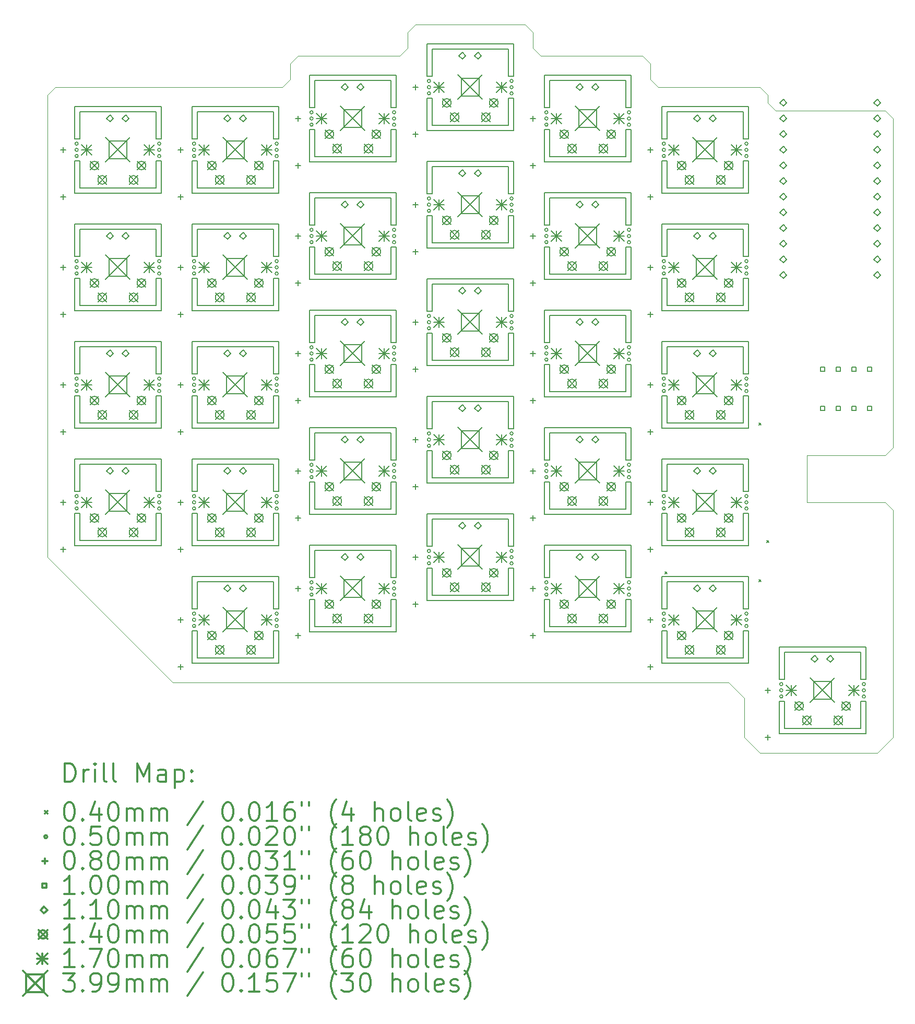
<source format=gbr>
%FSLAX45Y45*%
G04 Gerber Fmt 4.5, Leading zero omitted, Abs format (unit mm)*
G04 Created by KiCad (PCBNEW (5.1.9)-1) date 2021-03-27 16:34:16*
%MOMM*%
%LPD*%
G01*
G04 APERTURE LIST*
%TA.AperFunction,Profile*%
%ADD10C,0.050000*%
%TD*%
%TA.AperFunction,Profile*%
%ADD11C,0.150000*%
%TD*%
%ADD12C,0.200000*%
%ADD13C,0.300000*%
G04 APERTURE END LIST*
D10*
X2413000Y-11176000D02*
X4445000Y-13208000D01*
X16129000Y-14097000D02*
X16129000Y-13081000D01*
X15875000Y-14351000D02*
X16129000Y-14097000D01*
X13970000Y-14351000D02*
X15875000Y-14351000D01*
X13716000Y-14097000D02*
X13970000Y-14351000D01*
X13716000Y-13462000D02*
X13716000Y-14097000D01*
X13462000Y-13208000D02*
X13716000Y-13462000D01*
X6350000Y-13208000D02*
X13462000Y-13208000D01*
X4445000Y-13208000D02*
X6350000Y-13208000D01*
X13970000Y-3556000D02*
X14097000Y-3683000D01*
X12319000Y-3556000D02*
X13970000Y-3556000D01*
X12192000Y-3429000D02*
X12319000Y-3556000D01*
X12192000Y-3175000D02*
X12192000Y-3429000D01*
X12065000Y-3048000D02*
X12192000Y-3175000D01*
X10414000Y-3048000D02*
X12065000Y-3048000D01*
X10287000Y-2921000D02*
X10414000Y-3048000D01*
X10287000Y-2667000D02*
X10287000Y-2921000D01*
X10160000Y-2540000D02*
X10287000Y-2667000D01*
X8382000Y-2540000D02*
X10160000Y-2540000D01*
X8255000Y-2667000D02*
X8382000Y-2540000D01*
X8255000Y-2921000D02*
X8255000Y-2667000D01*
X8128000Y-3048000D02*
X8255000Y-2921000D01*
X6477000Y-3048000D02*
X8128000Y-3048000D01*
X6350000Y-3175000D02*
X6477000Y-3048000D01*
X6350000Y-3429000D02*
X6350000Y-3175000D01*
X6223000Y-3556000D02*
X6350000Y-3429000D01*
X2540000Y-3556000D02*
X6223000Y-3556000D01*
X2540000Y-3556000D02*
X2413000Y-3683000D01*
X14732000Y-9525000D02*
X14732000Y-10287000D01*
X16129000Y-9398000D02*
X16129000Y-4064000D01*
X16129000Y-10414000D02*
X16129000Y-13081000D01*
X16002000Y-9525000D02*
X16129000Y-9398000D01*
X16002000Y-10287000D02*
X16129000Y-10414000D01*
X15621000Y-10287000D02*
X15367000Y-10287000D01*
X14732000Y-10287000D02*
X16002000Y-10287000D01*
X16002000Y-9525000D02*
X14732000Y-9525000D01*
X14097000Y-3810000D02*
X14224000Y-3937000D01*
X16002000Y-3937000D02*
X16129000Y-4064000D01*
X14224000Y-3937000D02*
X16002000Y-3937000D01*
X14097000Y-3683000D02*
X14097000Y-3810000D01*
D11*
X6081000Y-10907000D02*
X4841000Y-10907000D01*
D10*
X2413000Y-11176000D02*
X2413000Y-3683000D01*
D11*
X12461000Y-10907000D02*
X12461000Y-10467000D01*
X13701000Y-10907000D02*
X12461000Y-10907000D01*
X13781000Y-10487000D02*
X13781000Y-10987000D01*
X13781000Y-10987000D02*
X12381000Y-10987000D01*
X13781000Y-10487000D02*
X13781000Y-10467000D01*
X13781000Y-9587000D02*
X12381000Y-9587000D01*
X13701000Y-10467000D02*
X13701000Y-10907000D01*
X13781000Y-10467000D02*
X13701000Y-10467000D01*
X13701000Y-10087000D02*
X13701000Y-10107000D01*
X12381000Y-10087000D02*
X12381000Y-10107000D01*
X12461000Y-10467000D02*
X12381000Y-10467000D01*
X12381000Y-10987000D02*
X12381000Y-10487000D01*
X13701000Y-10107000D02*
X13781000Y-10107000D01*
X12381000Y-10467000D02*
X12381000Y-10487000D01*
X12461000Y-10107000D02*
X12461000Y-10087000D01*
X12381000Y-9587000D02*
X12381000Y-10087000D01*
X13781000Y-10107000D02*
X13781000Y-10087000D01*
X13701000Y-9667000D02*
X13701000Y-10087000D01*
X12381000Y-10107000D02*
X12461000Y-10107000D01*
X13781000Y-10087000D02*
X13781000Y-9587000D01*
X12461000Y-10087000D02*
X12461000Y-9667000D01*
X12461000Y-9667000D02*
X13701000Y-9667000D01*
X12461000Y-7097000D02*
X12461000Y-6657000D01*
X13701000Y-7097000D02*
X12461000Y-7097000D01*
X13781000Y-6677000D02*
X13781000Y-7177000D01*
X13781000Y-7177000D02*
X12381000Y-7177000D01*
X13781000Y-6677000D02*
X13781000Y-6657000D01*
X13781000Y-5777000D02*
X12381000Y-5777000D01*
X13701000Y-6657000D02*
X13701000Y-7097000D01*
X13781000Y-6657000D02*
X13701000Y-6657000D01*
X13701000Y-6277000D02*
X13701000Y-6297000D01*
X12381000Y-6277000D02*
X12381000Y-6297000D01*
X12461000Y-6657000D02*
X12381000Y-6657000D01*
X12381000Y-7177000D02*
X12381000Y-6677000D01*
X13701000Y-6297000D02*
X13781000Y-6297000D01*
X12381000Y-6657000D02*
X12381000Y-6677000D01*
X12461000Y-6297000D02*
X12461000Y-6277000D01*
X12381000Y-5777000D02*
X12381000Y-6277000D01*
X13781000Y-6297000D02*
X13781000Y-6277000D01*
X13701000Y-5857000D02*
X13701000Y-6277000D01*
X12381000Y-6297000D02*
X12461000Y-6297000D01*
X13781000Y-6277000D02*
X13781000Y-5777000D01*
X12461000Y-6277000D02*
X12461000Y-5857000D01*
X12461000Y-5857000D02*
X13701000Y-5857000D01*
X11876000Y-4764000D02*
X10476000Y-4764000D01*
X10556000Y-3884000D02*
X10556000Y-3864000D01*
X10556000Y-3444000D02*
X11796000Y-3444000D01*
X11876000Y-4264000D02*
X11876000Y-4244000D01*
X11876000Y-4244000D02*
X11796000Y-4244000D01*
X10556000Y-3864000D02*
X10556000Y-3444000D01*
X10556000Y-4684000D02*
X10556000Y-4244000D01*
X11796000Y-3444000D02*
X11796000Y-3864000D01*
X10476000Y-3884000D02*
X10556000Y-3884000D01*
X11796000Y-3864000D02*
X11796000Y-3884000D01*
X11796000Y-4244000D02*
X11796000Y-4684000D01*
X10476000Y-4244000D02*
X10476000Y-4264000D01*
X11796000Y-4684000D02*
X10556000Y-4684000D01*
X11796000Y-3884000D02*
X11876000Y-3884000D01*
X10476000Y-3864000D02*
X10476000Y-3884000D01*
X11876000Y-4264000D02*
X11876000Y-4764000D01*
X10476000Y-3364000D02*
X10476000Y-3864000D01*
X12381000Y-4752000D02*
X12381000Y-4772000D01*
X12461000Y-3952000D02*
X13701000Y-3952000D01*
X13701000Y-5192000D02*
X12461000Y-5192000D01*
X13701000Y-3952000D02*
X13701000Y-4372000D01*
X12381000Y-4392000D02*
X12461000Y-4392000D01*
X12381000Y-4372000D02*
X12381000Y-4392000D01*
X13701000Y-4752000D02*
X13701000Y-5192000D01*
X13701000Y-4372000D02*
X13701000Y-4392000D01*
X13781000Y-4772000D02*
X13781000Y-4752000D01*
X11876000Y-3864000D02*
X11876000Y-3364000D01*
X11876000Y-3364000D02*
X10476000Y-3364000D01*
X10556000Y-4244000D02*
X10476000Y-4244000D01*
X12461000Y-4372000D02*
X12461000Y-3952000D01*
X13781000Y-4772000D02*
X13781000Y-5272000D01*
X13781000Y-4752000D02*
X13701000Y-4752000D01*
X13781000Y-5272000D02*
X12381000Y-5272000D01*
X12461000Y-4392000D02*
X12461000Y-4372000D01*
X13701000Y-4392000D02*
X13781000Y-4392000D01*
X11876000Y-3884000D02*
X11876000Y-3864000D01*
X10476000Y-4764000D02*
X10476000Y-4264000D01*
X12461000Y-5192000D02*
X12461000Y-4752000D01*
X13781000Y-3872000D02*
X12381000Y-3872000D01*
X13781000Y-4392000D02*
X13781000Y-4372000D01*
X12381000Y-5272000D02*
X12381000Y-4772000D01*
X12461000Y-4752000D02*
X12381000Y-4752000D01*
X12381000Y-3872000D02*
X12381000Y-4372000D01*
X13781000Y-4372000D02*
X13781000Y-3872000D01*
X15686000Y-14035000D02*
X14286000Y-14035000D01*
X14366000Y-13155000D02*
X14366000Y-13135000D01*
X14366000Y-12715000D02*
X15606000Y-12715000D01*
X15686000Y-13535000D02*
X15686000Y-13515000D01*
X15686000Y-13515000D02*
X15606000Y-13515000D01*
X14366000Y-13135000D02*
X14366000Y-12715000D01*
X14366000Y-13955000D02*
X14366000Y-13515000D01*
X15606000Y-12715000D02*
X15606000Y-13135000D01*
X14286000Y-13155000D02*
X14366000Y-13155000D01*
X15606000Y-13135000D02*
X15606000Y-13155000D01*
X15606000Y-13515000D02*
X15606000Y-13955000D01*
X14286000Y-13515000D02*
X14286000Y-13535000D01*
X15606000Y-13955000D02*
X14366000Y-13955000D01*
X15606000Y-13155000D02*
X15686000Y-13155000D01*
X14286000Y-13135000D02*
X14286000Y-13155000D01*
X15686000Y-13535000D02*
X15686000Y-14035000D01*
X14286000Y-12635000D02*
X14286000Y-13135000D01*
X4761000Y-12372000D02*
X4761000Y-12392000D01*
X4841000Y-11572000D02*
X6081000Y-11572000D01*
X6081000Y-12812000D02*
X4841000Y-12812000D01*
X6081000Y-11572000D02*
X6081000Y-11992000D01*
X4761000Y-12012000D02*
X4841000Y-12012000D01*
X4761000Y-11992000D02*
X4761000Y-12012000D01*
X6081000Y-12372000D02*
X6081000Y-12812000D01*
X6081000Y-11992000D02*
X6081000Y-12012000D01*
X6161000Y-12392000D02*
X6161000Y-12372000D01*
X15686000Y-13135000D02*
X15686000Y-12635000D01*
X15686000Y-12635000D02*
X14286000Y-12635000D01*
X14366000Y-13515000D02*
X14286000Y-13515000D01*
X4841000Y-11992000D02*
X4841000Y-11572000D01*
X6161000Y-12392000D02*
X6161000Y-12892000D01*
X6161000Y-12372000D02*
X6081000Y-12372000D01*
X6161000Y-12892000D02*
X4761000Y-12892000D01*
X4841000Y-12012000D02*
X4841000Y-11992000D01*
X6081000Y-12012000D02*
X6161000Y-12012000D01*
X15686000Y-13155000D02*
X15686000Y-13135000D01*
X14286000Y-14035000D02*
X14286000Y-13535000D01*
X4841000Y-12812000D02*
X4841000Y-12372000D01*
X6161000Y-11492000D02*
X4761000Y-11492000D01*
X6161000Y-12012000D02*
X6161000Y-11992000D01*
X4761000Y-12892000D02*
X4761000Y-12392000D01*
X4841000Y-12372000D02*
X4761000Y-12372000D01*
X4761000Y-11492000D02*
X4761000Y-11992000D01*
X6161000Y-11992000D02*
X6161000Y-11492000D01*
X8066000Y-12384000D02*
X6666000Y-12384000D01*
X6746000Y-11504000D02*
X6746000Y-11484000D01*
X6746000Y-11064000D02*
X7986000Y-11064000D01*
X8066000Y-11884000D02*
X8066000Y-11864000D01*
X8066000Y-11864000D02*
X7986000Y-11864000D01*
X6746000Y-11484000D02*
X6746000Y-11064000D01*
X6746000Y-12304000D02*
X6746000Y-11864000D01*
X7986000Y-11064000D02*
X7986000Y-11484000D01*
X6666000Y-11504000D02*
X6746000Y-11504000D01*
X7986000Y-11484000D02*
X7986000Y-11504000D01*
X7986000Y-11864000D02*
X7986000Y-12304000D01*
X6666000Y-11864000D02*
X6666000Y-11884000D01*
X7986000Y-12304000D02*
X6746000Y-12304000D01*
X7986000Y-11504000D02*
X8066000Y-11504000D01*
X6666000Y-11484000D02*
X6666000Y-11504000D01*
X8066000Y-11884000D02*
X8066000Y-12384000D01*
X6666000Y-10984000D02*
X6666000Y-11484000D01*
X8571000Y-11356000D02*
X8571000Y-11376000D01*
X8651000Y-10556000D02*
X9891000Y-10556000D01*
X9891000Y-11796000D02*
X8651000Y-11796000D01*
X9891000Y-10556000D02*
X9891000Y-10976000D01*
X8571000Y-10996000D02*
X8651000Y-10996000D01*
X8571000Y-10976000D02*
X8571000Y-10996000D01*
X9891000Y-11356000D02*
X9891000Y-11796000D01*
X9891000Y-10976000D02*
X9891000Y-10996000D01*
X9971000Y-11376000D02*
X9971000Y-11356000D01*
X8066000Y-11484000D02*
X8066000Y-10984000D01*
X8066000Y-10984000D02*
X6666000Y-10984000D01*
X6746000Y-11864000D02*
X6666000Y-11864000D01*
X8651000Y-10976000D02*
X8651000Y-10556000D01*
X9971000Y-11376000D02*
X9971000Y-11876000D01*
X9971000Y-11356000D02*
X9891000Y-11356000D01*
X9971000Y-11876000D02*
X8571000Y-11876000D01*
X8651000Y-10996000D02*
X8651000Y-10976000D01*
X9891000Y-10996000D02*
X9971000Y-10996000D01*
X8066000Y-11504000D02*
X8066000Y-11484000D01*
X6666000Y-12384000D02*
X6666000Y-11884000D01*
X8651000Y-11796000D02*
X8651000Y-11356000D01*
X9971000Y-10476000D02*
X8571000Y-10476000D01*
X9971000Y-10996000D02*
X9971000Y-10976000D01*
X8571000Y-11876000D02*
X8571000Y-11376000D01*
X8651000Y-11356000D02*
X8571000Y-11356000D01*
X8571000Y-10476000D02*
X8571000Y-10976000D01*
X9971000Y-10976000D02*
X9971000Y-10476000D01*
X6161000Y-10987000D02*
X4761000Y-10987000D01*
X6161000Y-10467000D02*
X6081000Y-10467000D01*
X4841000Y-10467000D02*
X4761000Y-10467000D01*
X6161000Y-10107000D02*
X6161000Y-10087000D01*
X4761000Y-10087000D02*
X4761000Y-10107000D01*
X4761000Y-10987000D02*
X4761000Y-10487000D01*
X6081000Y-10467000D02*
X6081000Y-10907000D01*
X4841000Y-9667000D02*
X6081000Y-9667000D01*
X6161000Y-10487000D02*
X6161000Y-10467000D01*
X2856000Y-10107000D02*
X2936000Y-10107000D01*
X2856000Y-10467000D02*
X2856000Y-10487000D01*
X2856000Y-10087000D02*
X2856000Y-10107000D01*
X4176000Y-10087000D02*
X4176000Y-10107000D01*
X4256000Y-10107000D02*
X4256000Y-10087000D01*
X4176000Y-9667000D02*
X4176000Y-10087000D01*
X4256000Y-10087000D02*
X4256000Y-9587000D01*
X2936000Y-10107000D02*
X2936000Y-10087000D01*
X4176000Y-10107000D02*
X4256000Y-10107000D01*
X4256000Y-10467000D02*
X4176000Y-10467000D01*
X2936000Y-10907000D02*
X2936000Y-10467000D01*
X4176000Y-10467000D02*
X4176000Y-10907000D01*
X4256000Y-10487000D02*
X4256000Y-10467000D01*
X2936000Y-9667000D02*
X4176000Y-9667000D01*
X2856000Y-9587000D02*
X2856000Y-10087000D01*
X4256000Y-10987000D02*
X2856000Y-10987000D01*
X4256000Y-10487000D02*
X4256000Y-10987000D01*
X4176000Y-10907000D02*
X2936000Y-10907000D01*
X2936000Y-10087000D02*
X2936000Y-9667000D01*
X4256000Y-9587000D02*
X2856000Y-9587000D01*
X8571000Y-9071000D02*
X8571000Y-9091000D01*
X6746000Y-9599000D02*
X6746000Y-9579000D01*
X6081000Y-9667000D02*
X6081000Y-10087000D01*
X6161000Y-10087000D02*
X6161000Y-9587000D01*
X4761000Y-10467000D02*
X4761000Y-10487000D01*
X6161000Y-9587000D02*
X4761000Y-9587000D01*
X6081000Y-10107000D02*
X6161000Y-10107000D01*
X6081000Y-10087000D02*
X6081000Y-10107000D01*
X4761000Y-10107000D02*
X4841000Y-10107000D01*
X9971000Y-9471000D02*
X9971000Y-9971000D01*
X8651000Y-9891000D02*
X8651000Y-9451000D01*
X4841000Y-10107000D02*
X4841000Y-10087000D01*
X8571000Y-9451000D02*
X8571000Y-9471000D01*
X4761000Y-9587000D02*
X4761000Y-10087000D01*
X10556000Y-10399000D02*
X10556000Y-9959000D01*
X11796000Y-10399000D02*
X10556000Y-10399000D01*
X11876000Y-9979000D02*
X11876000Y-10479000D01*
X11876000Y-10479000D02*
X10476000Y-10479000D01*
X11876000Y-9979000D02*
X11876000Y-9959000D01*
X11876000Y-9079000D02*
X10476000Y-9079000D01*
X11796000Y-9959000D02*
X11796000Y-10399000D01*
X11876000Y-9959000D02*
X11796000Y-9959000D01*
X11796000Y-9579000D02*
X11796000Y-9599000D01*
X10476000Y-9579000D02*
X10476000Y-9599000D01*
X6746000Y-10399000D02*
X6746000Y-9959000D01*
X10556000Y-9959000D02*
X10476000Y-9959000D01*
X10476000Y-10479000D02*
X10476000Y-9979000D01*
X11796000Y-9599000D02*
X11876000Y-9599000D01*
X10476000Y-9959000D02*
X10476000Y-9979000D01*
X6746000Y-9579000D02*
X6746000Y-9159000D01*
X8651000Y-9071000D02*
X8651000Y-8651000D01*
X10556000Y-9599000D02*
X10556000Y-9579000D01*
X8571000Y-9091000D02*
X8651000Y-9091000D01*
X10476000Y-9079000D02*
X10476000Y-9579000D01*
X11876000Y-9599000D02*
X11876000Y-9579000D01*
X11796000Y-9159000D02*
X11796000Y-9579000D01*
X10476000Y-9599000D02*
X10556000Y-9599000D01*
X11876000Y-9579000D02*
X11876000Y-9079000D01*
X10556000Y-9579000D02*
X10556000Y-9159000D01*
X10556000Y-9159000D02*
X11796000Y-9159000D01*
X9971000Y-9971000D02*
X8571000Y-9971000D01*
X8651000Y-8651000D02*
X9891000Y-8651000D01*
X6746000Y-9959000D02*
X6666000Y-9959000D01*
X6666000Y-9079000D02*
X6666000Y-9579000D01*
X9971000Y-9451000D02*
X9891000Y-9451000D01*
X9891000Y-9451000D02*
X9891000Y-9891000D01*
X9891000Y-9891000D02*
X8651000Y-9891000D01*
X6666000Y-9599000D02*
X6746000Y-9599000D01*
X7986000Y-9599000D02*
X8066000Y-9599000D01*
X8651000Y-9091000D02*
X8651000Y-9071000D01*
X9891000Y-9091000D02*
X9971000Y-9091000D01*
X9891000Y-9071000D02*
X9891000Y-9091000D01*
X8066000Y-9599000D02*
X8066000Y-9579000D01*
X6746000Y-9159000D02*
X7986000Y-9159000D01*
X9971000Y-9471000D02*
X9971000Y-9451000D01*
X4841000Y-10087000D02*
X4841000Y-9667000D01*
X7986000Y-9959000D02*
X7986000Y-10399000D01*
X6666000Y-10479000D02*
X6666000Y-9979000D01*
X8066000Y-9959000D02*
X7986000Y-9959000D01*
X8066000Y-10479000D02*
X6666000Y-10479000D01*
X9971000Y-8571000D02*
X8571000Y-8571000D01*
X8571000Y-9971000D02*
X8571000Y-9471000D01*
X4841000Y-10907000D02*
X4841000Y-10467000D01*
X8651000Y-9451000D02*
X8571000Y-9451000D01*
X9971000Y-9091000D02*
X9971000Y-9071000D01*
X6666000Y-9959000D02*
X6666000Y-9979000D01*
X8066000Y-9079000D02*
X6666000Y-9079000D01*
X6161000Y-10487000D02*
X6161000Y-10987000D01*
X9891000Y-8651000D02*
X9891000Y-9071000D01*
X8571000Y-8571000D02*
X8571000Y-9071000D01*
X6666000Y-9579000D02*
X6666000Y-9599000D01*
X9971000Y-9071000D02*
X9971000Y-8571000D01*
X8066000Y-9579000D02*
X8066000Y-9079000D01*
X7986000Y-9159000D02*
X7986000Y-9579000D01*
X7986000Y-9579000D02*
X7986000Y-9599000D01*
X8066000Y-9979000D02*
X8066000Y-9959000D01*
X8066000Y-9979000D02*
X8066000Y-10479000D01*
X7986000Y-10399000D02*
X6746000Y-10399000D01*
X2856000Y-10987000D02*
X2856000Y-10487000D01*
X2936000Y-10467000D02*
X2856000Y-10467000D01*
X8066000Y-8574000D02*
X6666000Y-8574000D01*
X7986000Y-8494000D02*
X6746000Y-8494000D01*
X8066000Y-8054000D02*
X7986000Y-8054000D01*
X6746000Y-8054000D02*
X6666000Y-8054000D01*
X8066000Y-7694000D02*
X8066000Y-7674000D01*
X6666000Y-7674000D02*
X6666000Y-7694000D01*
X6666000Y-8574000D02*
X6666000Y-8074000D01*
X7986000Y-8054000D02*
X7986000Y-8494000D01*
X6746000Y-7254000D02*
X7986000Y-7254000D01*
X8066000Y-8074000D02*
X8066000Y-8054000D01*
X4761000Y-8202000D02*
X4841000Y-8202000D01*
X4761000Y-8562000D02*
X4761000Y-8582000D01*
X4761000Y-8182000D02*
X4761000Y-8202000D01*
X6081000Y-8182000D02*
X6081000Y-8202000D01*
X6161000Y-8202000D02*
X6161000Y-8182000D01*
X6081000Y-7762000D02*
X6081000Y-8182000D01*
X6161000Y-8182000D02*
X6161000Y-7682000D01*
X4841000Y-8202000D02*
X4841000Y-8182000D01*
X6081000Y-8202000D02*
X6161000Y-8202000D01*
X6161000Y-8562000D02*
X6081000Y-8562000D01*
X4841000Y-9002000D02*
X4841000Y-8562000D01*
X6081000Y-8562000D02*
X6081000Y-9002000D01*
X6161000Y-8582000D02*
X6161000Y-8562000D01*
X4841000Y-7762000D02*
X6081000Y-7762000D01*
X4761000Y-7682000D02*
X4761000Y-8182000D01*
X6161000Y-9082000D02*
X4761000Y-9082000D01*
X6161000Y-8582000D02*
X6161000Y-9082000D01*
X6081000Y-9002000D02*
X4841000Y-9002000D01*
X4841000Y-8182000D02*
X4841000Y-7762000D01*
X6161000Y-7682000D02*
X4761000Y-7682000D01*
X10476000Y-7674000D02*
X10476000Y-7694000D01*
X8651000Y-7186000D02*
X8651000Y-7166000D01*
X7986000Y-7254000D02*
X7986000Y-7674000D01*
X8066000Y-7674000D02*
X8066000Y-7174000D01*
X6666000Y-8054000D02*
X6666000Y-8074000D01*
X8066000Y-7174000D02*
X6666000Y-7174000D01*
X7986000Y-7694000D02*
X8066000Y-7694000D01*
X7986000Y-7674000D02*
X7986000Y-7694000D01*
X6666000Y-7694000D02*
X6746000Y-7694000D01*
X11876000Y-8074000D02*
X11876000Y-8574000D01*
X10556000Y-8494000D02*
X10556000Y-8054000D01*
X6746000Y-7694000D02*
X6746000Y-7674000D01*
X10476000Y-8054000D02*
X10476000Y-8074000D01*
X6666000Y-7174000D02*
X6666000Y-7674000D01*
X12461000Y-9002000D02*
X12461000Y-8562000D01*
X13701000Y-9002000D02*
X12461000Y-9002000D01*
X13781000Y-8582000D02*
X13781000Y-9082000D01*
X13781000Y-9082000D02*
X12381000Y-9082000D01*
X13781000Y-8582000D02*
X13781000Y-8562000D01*
X13781000Y-7682000D02*
X12381000Y-7682000D01*
X13701000Y-8562000D02*
X13701000Y-9002000D01*
X13781000Y-8562000D02*
X13701000Y-8562000D01*
X13701000Y-8182000D02*
X13701000Y-8202000D01*
X12381000Y-8182000D02*
X12381000Y-8202000D01*
X8651000Y-7986000D02*
X8651000Y-7546000D01*
X12461000Y-8562000D02*
X12381000Y-8562000D01*
X12381000Y-9082000D02*
X12381000Y-8582000D01*
X13701000Y-8202000D02*
X13781000Y-8202000D01*
X12381000Y-8562000D02*
X12381000Y-8582000D01*
X8651000Y-7166000D02*
X8651000Y-6746000D01*
X10556000Y-7674000D02*
X10556000Y-7254000D01*
X12461000Y-8202000D02*
X12461000Y-8182000D01*
X10476000Y-7694000D02*
X10556000Y-7694000D01*
X12381000Y-7682000D02*
X12381000Y-8182000D01*
X13781000Y-8202000D02*
X13781000Y-8182000D01*
X13701000Y-7762000D02*
X13701000Y-8182000D01*
X12381000Y-8202000D02*
X12461000Y-8202000D01*
X13781000Y-8182000D02*
X13781000Y-7682000D01*
X12461000Y-8182000D02*
X12461000Y-7762000D01*
X12461000Y-7762000D02*
X13701000Y-7762000D01*
X11876000Y-8574000D02*
X10476000Y-8574000D01*
X10556000Y-7254000D02*
X11796000Y-7254000D01*
X8651000Y-7546000D02*
X8571000Y-7546000D01*
X8571000Y-6666000D02*
X8571000Y-7166000D01*
X11876000Y-8054000D02*
X11796000Y-8054000D01*
X11796000Y-8054000D02*
X11796000Y-8494000D01*
X11796000Y-8494000D02*
X10556000Y-8494000D01*
X8571000Y-7186000D02*
X8651000Y-7186000D01*
X9891000Y-7186000D02*
X9971000Y-7186000D01*
X10556000Y-7694000D02*
X10556000Y-7674000D01*
X11796000Y-7694000D02*
X11876000Y-7694000D01*
X11796000Y-7674000D02*
X11796000Y-7694000D01*
X9971000Y-7186000D02*
X9971000Y-7166000D01*
X8651000Y-6746000D02*
X9891000Y-6746000D01*
X11876000Y-8074000D02*
X11876000Y-8054000D01*
X6746000Y-7674000D02*
X6746000Y-7254000D01*
X9891000Y-7546000D02*
X9891000Y-7986000D01*
X8571000Y-8066000D02*
X8571000Y-7566000D01*
X9971000Y-7546000D02*
X9891000Y-7546000D01*
X9971000Y-8066000D02*
X8571000Y-8066000D01*
X11876000Y-7174000D02*
X10476000Y-7174000D01*
X10476000Y-8574000D02*
X10476000Y-8074000D01*
X6746000Y-8494000D02*
X6746000Y-8054000D01*
X10556000Y-8054000D02*
X10476000Y-8054000D01*
X11876000Y-7694000D02*
X11876000Y-7674000D01*
X8571000Y-7546000D02*
X8571000Y-7566000D01*
X9971000Y-6666000D02*
X8571000Y-6666000D01*
X8066000Y-8074000D02*
X8066000Y-8574000D01*
X11796000Y-7254000D02*
X11796000Y-7674000D01*
X10476000Y-7174000D02*
X10476000Y-7674000D01*
X8571000Y-7166000D02*
X8571000Y-7186000D01*
X11876000Y-7674000D02*
X11876000Y-7174000D01*
X9971000Y-7166000D02*
X9971000Y-6666000D01*
X9891000Y-6746000D02*
X9891000Y-7166000D01*
X9891000Y-7166000D02*
X9891000Y-7186000D01*
X9971000Y-7566000D02*
X9971000Y-7546000D01*
X9971000Y-7566000D02*
X9971000Y-8066000D01*
X9891000Y-7986000D02*
X8651000Y-7986000D01*
X4761000Y-9082000D02*
X4761000Y-8582000D01*
X4841000Y-8562000D02*
X4761000Y-8562000D01*
X11796000Y-5789000D02*
X11876000Y-5789000D01*
X11876000Y-6169000D02*
X11876000Y-6149000D01*
X10476000Y-5269000D02*
X10476000Y-5769000D01*
X11796000Y-6149000D02*
X11796000Y-6589000D01*
X11796000Y-5349000D02*
X11796000Y-5769000D01*
X11876000Y-6149000D02*
X11796000Y-6149000D01*
X10556000Y-6149000D02*
X10476000Y-6149000D01*
X11796000Y-6589000D02*
X10556000Y-6589000D01*
X10556000Y-5769000D02*
X10556000Y-5349000D01*
X10476000Y-6669000D02*
X10476000Y-6169000D01*
X10556000Y-5349000D02*
X11796000Y-5349000D01*
X11796000Y-5769000D02*
X11796000Y-5789000D01*
X10476000Y-5789000D02*
X10556000Y-5789000D01*
X11876000Y-5269000D02*
X10476000Y-5269000D01*
X11876000Y-6169000D02*
X11876000Y-6669000D01*
X10556000Y-6589000D02*
X10556000Y-6149000D01*
X11876000Y-6669000D02*
X10476000Y-6669000D01*
X10476000Y-6149000D02*
X10476000Y-6169000D01*
X11876000Y-5769000D02*
X11876000Y-5269000D01*
X10476000Y-5769000D02*
X10476000Y-5789000D01*
X10556000Y-5789000D02*
X10556000Y-5769000D01*
X11876000Y-5789000D02*
X11876000Y-5769000D01*
X8651000Y-5261000D02*
X8651000Y-4841000D01*
X6746000Y-6589000D02*
X6746000Y-6149000D01*
X8571000Y-5281000D02*
X8651000Y-5281000D01*
X6746000Y-5769000D02*
X6746000Y-5349000D01*
X9971000Y-6161000D02*
X8571000Y-6161000D01*
X8651000Y-4841000D02*
X9891000Y-4841000D01*
X6746000Y-6149000D02*
X6666000Y-6149000D01*
X9891000Y-5641000D02*
X9891000Y-6081000D01*
X9891000Y-6081000D02*
X8651000Y-6081000D01*
X8651000Y-5281000D02*
X8651000Y-5261000D01*
X8066000Y-5789000D02*
X8066000Y-5769000D01*
X9891000Y-5261000D02*
X9891000Y-5281000D01*
X7986000Y-5789000D02*
X8066000Y-5789000D01*
X9891000Y-5281000D02*
X9971000Y-5281000D01*
X6666000Y-5269000D02*
X6666000Y-5769000D01*
X9971000Y-5661000D02*
X9971000Y-5641000D01*
X6666000Y-5789000D02*
X6746000Y-5789000D01*
X9971000Y-5641000D02*
X9891000Y-5641000D01*
X6746000Y-5349000D02*
X7986000Y-5349000D01*
X9891000Y-4841000D02*
X9891000Y-5261000D01*
X8571000Y-4761000D02*
X8571000Y-5261000D01*
X7986000Y-6589000D02*
X6746000Y-6589000D01*
X6666000Y-5769000D02*
X6666000Y-5789000D01*
X9971000Y-5261000D02*
X9971000Y-4761000D01*
X4841000Y-6277000D02*
X4841000Y-5857000D01*
X9971000Y-5281000D02*
X9971000Y-5261000D01*
X9971000Y-4761000D02*
X8571000Y-4761000D01*
X8571000Y-6161000D02*
X8571000Y-5661000D01*
X7986000Y-6149000D02*
X7986000Y-6589000D01*
X8066000Y-5769000D02*
X8066000Y-5269000D01*
X7986000Y-5349000D02*
X7986000Y-5769000D01*
X8066000Y-6149000D02*
X7986000Y-6149000D01*
X8066000Y-5269000D02*
X6666000Y-5269000D01*
X6666000Y-6669000D02*
X6666000Y-6169000D01*
X4841000Y-7097000D02*
X4841000Y-6657000D01*
X8651000Y-5641000D02*
X8571000Y-5641000D01*
X8066000Y-6669000D02*
X6666000Y-6669000D01*
X8066000Y-6169000D02*
X8066000Y-6149000D01*
X8066000Y-6169000D02*
X8066000Y-6669000D01*
X7986000Y-5769000D02*
X7986000Y-5789000D01*
X6161000Y-6677000D02*
X6161000Y-7177000D01*
X6666000Y-6149000D02*
X6666000Y-6169000D01*
X8571000Y-5261000D02*
X8571000Y-5281000D01*
X6746000Y-5789000D02*
X6746000Y-5769000D01*
X9971000Y-5661000D02*
X9971000Y-6161000D01*
X8651000Y-6081000D02*
X8651000Y-5641000D01*
X8571000Y-5641000D02*
X8571000Y-5661000D01*
X6081000Y-6277000D02*
X6081000Y-6297000D01*
X6081000Y-5857000D02*
X6081000Y-6277000D01*
X4761000Y-5777000D02*
X4761000Y-6277000D01*
X6161000Y-5777000D02*
X4761000Y-5777000D01*
X4761000Y-6657000D02*
X4761000Y-6677000D01*
X4841000Y-6297000D02*
X4841000Y-6277000D01*
X6081000Y-6297000D02*
X6161000Y-6297000D01*
X6161000Y-6277000D02*
X6161000Y-5777000D01*
X4761000Y-6297000D02*
X4841000Y-6297000D01*
X6161000Y-7177000D02*
X4761000Y-7177000D01*
X6081000Y-7097000D02*
X4841000Y-7097000D01*
X6161000Y-6657000D02*
X6081000Y-6657000D01*
X4841000Y-6657000D02*
X4761000Y-6657000D01*
X6161000Y-6297000D02*
X6161000Y-6277000D01*
X4761000Y-6277000D02*
X4761000Y-6297000D01*
X4761000Y-7177000D02*
X4761000Y-6677000D01*
X6081000Y-6657000D02*
X6081000Y-7097000D01*
X4841000Y-5857000D02*
X6081000Y-5857000D01*
X6161000Y-6677000D02*
X6161000Y-6657000D01*
X9971000Y-3756000D02*
X9971000Y-4256000D01*
X8651000Y-4176000D02*
X8651000Y-3736000D01*
X8651000Y-3356000D02*
X8651000Y-2936000D01*
X8571000Y-3376000D02*
X8651000Y-3376000D01*
X9971000Y-4256000D02*
X8571000Y-4256000D01*
X8571000Y-3736000D02*
X8571000Y-3756000D01*
X8571000Y-3356000D02*
X8571000Y-3376000D01*
X9891000Y-3736000D02*
X9891000Y-4176000D01*
X8651000Y-3376000D02*
X8651000Y-3356000D01*
X8651000Y-2936000D02*
X9891000Y-2936000D01*
X9891000Y-3356000D02*
X9891000Y-3376000D01*
X9891000Y-3376000D02*
X9971000Y-3376000D01*
X9891000Y-4176000D02*
X8651000Y-4176000D01*
X9971000Y-3756000D02*
X9971000Y-3736000D01*
X9891000Y-2936000D02*
X9891000Y-3356000D01*
X9971000Y-3736000D02*
X9891000Y-3736000D01*
X8571000Y-2856000D02*
X8571000Y-3356000D01*
X9971000Y-3356000D02*
X9971000Y-2856000D01*
X9971000Y-3376000D02*
X9971000Y-3356000D01*
X9971000Y-2856000D02*
X8571000Y-2856000D01*
X8571000Y-4256000D02*
X8571000Y-3756000D01*
X8651000Y-3736000D02*
X8571000Y-3736000D01*
X4256000Y-8582000D02*
X4256000Y-9082000D01*
X2936000Y-9002000D02*
X2936000Y-8562000D01*
X2936000Y-8182000D02*
X2936000Y-7762000D01*
X2856000Y-8202000D02*
X2936000Y-8202000D01*
X4256000Y-9082000D02*
X2856000Y-9082000D01*
X2856000Y-8562000D02*
X2856000Y-8582000D01*
X2856000Y-8182000D02*
X2856000Y-8202000D01*
X4176000Y-8562000D02*
X4176000Y-9002000D01*
X2936000Y-8202000D02*
X2936000Y-8182000D01*
X2936000Y-7762000D02*
X4176000Y-7762000D01*
X4176000Y-8182000D02*
X4176000Y-8202000D01*
X4176000Y-8202000D02*
X4256000Y-8202000D01*
X4176000Y-9002000D02*
X2936000Y-9002000D01*
X4256000Y-8582000D02*
X4256000Y-8562000D01*
X4176000Y-7762000D02*
X4176000Y-8182000D01*
X4256000Y-8562000D02*
X4176000Y-8562000D01*
X2856000Y-7682000D02*
X2856000Y-8182000D01*
X4256000Y-8182000D02*
X4256000Y-7682000D01*
X4256000Y-8202000D02*
X4256000Y-8182000D01*
X4256000Y-7682000D02*
X2856000Y-7682000D01*
X2856000Y-9082000D02*
X2856000Y-8582000D01*
X2936000Y-8562000D02*
X2856000Y-8562000D01*
X4256000Y-6677000D02*
X4256000Y-7177000D01*
X2936000Y-7097000D02*
X2936000Y-6657000D01*
X2936000Y-6277000D02*
X2936000Y-5857000D01*
X2856000Y-6297000D02*
X2936000Y-6297000D01*
X4256000Y-7177000D02*
X2856000Y-7177000D01*
X2856000Y-6657000D02*
X2856000Y-6677000D01*
X2856000Y-6277000D02*
X2856000Y-6297000D01*
X4176000Y-6657000D02*
X4176000Y-7097000D01*
X2936000Y-6297000D02*
X2936000Y-6277000D01*
X2936000Y-5857000D02*
X4176000Y-5857000D01*
X4176000Y-6277000D02*
X4176000Y-6297000D01*
X4176000Y-6297000D02*
X4256000Y-6297000D01*
X4176000Y-7097000D02*
X2936000Y-7097000D01*
X4256000Y-6677000D02*
X4256000Y-6657000D01*
X4176000Y-5857000D02*
X4176000Y-6277000D01*
X4256000Y-6657000D02*
X4176000Y-6657000D01*
X2856000Y-5777000D02*
X2856000Y-6277000D01*
X4256000Y-6277000D02*
X4256000Y-5777000D01*
X4256000Y-6297000D02*
X4256000Y-6277000D01*
X4256000Y-5777000D02*
X2856000Y-5777000D01*
X2856000Y-7177000D02*
X2856000Y-6677000D01*
X2936000Y-6657000D02*
X2856000Y-6657000D01*
X8066000Y-4264000D02*
X8066000Y-4764000D01*
X6746000Y-4684000D02*
X6746000Y-4244000D01*
X6746000Y-3864000D02*
X6746000Y-3444000D01*
X6666000Y-3884000D02*
X6746000Y-3884000D01*
X8066000Y-4764000D02*
X6666000Y-4764000D01*
X6666000Y-4244000D02*
X6666000Y-4264000D01*
X6666000Y-3864000D02*
X6666000Y-3884000D01*
X7986000Y-4244000D02*
X7986000Y-4684000D01*
X6746000Y-3884000D02*
X6746000Y-3864000D01*
X6746000Y-3444000D02*
X7986000Y-3444000D01*
X7986000Y-3864000D02*
X7986000Y-3884000D01*
X7986000Y-3884000D02*
X8066000Y-3884000D01*
X7986000Y-4684000D02*
X6746000Y-4684000D01*
X8066000Y-4264000D02*
X8066000Y-4244000D01*
X7986000Y-3444000D02*
X7986000Y-3864000D01*
X8066000Y-4244000D02*
X7986000Y-4244000D01*
X6666000Y-3364000D02*
X6666000Y-3864000D01*
X8066000Y-3864000D02*
X8066000Y-3364000D01*
X8066000Y-3884000D02*
X8066000Y-3864000D01*
X8066000Y-3364000D02*
X6666000Y-3364000D01*
X6666000Y-4764000D02*
X6666000Y-4264000D01*
X6746000Y-4244000D02*
X6666000Y-4244000D01*
X6161000Y-4772000D02*
X6161000Y-5272000D01*
X4841000Y-5192000D02*
X4841000Y-4752000D01*
X4841000Y-4372000D02*
X4841000Y-3952000D01*
X4761000Y-4392000D02*
X4841000Y-4392000D01*
X6161000Y-5272000D02*
X4761000Y-5272000D01*
X4761000Y-4752000D02*
X4761000Y-4772000D01*
X4761000Y-4372000D02*
X4761000Y-4392000D01*
X6081000Y-4752000D02*
X6081000Y-5192000D01*
X4841000Y-4392000D02*
X4841000Y-4372000D01*
X4841000Y-3952000D02*
X6081000Y-3952000D01*
X6081000Y-4372000D02*
X6081000Y-4392000D01*
X6081000Y-4392000D02*
X6161000Y-4392000D01*
X6081000Y-5192000D02*
X4841000Y-5192000D01*
X6161000Y-4772000D02*
X6161000Y-4752000D01*
X6081000Y-3952000D02*
X6081000Y-4372000D01*
X6161000Y-4752000D02*
X6081000Y-4752000D01*
X4761000Y-3872000D02*
X4761000Y-4372000D01*
X6161000Y-4372000D02*
X6161000Y-3872000D01*
X6161000Y-4392000D02*
X6161000Y-4372000D01*
X6161000Y-3872000D02*
X4761000Y-3872000D01*
X4761000Y-5272000D02*
X4761000Y-4772000D01*
X4841000Y-4752000D02*
X4761000Y-4752000D01*
X4256000Y-4772000D02*
X4256000Y-5272000D01*
X2936000Y-5192000D02*
X2936000Y-4752000D01*
X2936000Y-4372000D02*
X2936000Y-3952000D01*
X2856000Y-4392000D02*
X2936000Y-4392000D01*
X4256000Y-5272000D02*
X2856000Y-5272000D01*
X2856000Y-4752000D02*
X2856000Y-4772000D01*
X2856000Y-4372000D02*
X2856000Y-4392000D01*
X4176000Y-4752000D02*
X4176000Y-5192000D01*
X2936000Y-4392000D02*
X2936000Y-4372000D01*
X2936000Y-3952000D02*
X4176000Y-3952000D01*
X4176000Y-4372000D02*
X4176000Y-4392000D01*
X4176000Y-4392000D02*
X4256000Y-4392000D01*
X4176000Y-5192000D02*
X2936000Y-5192000D01*
X4256000Y-4772000D02*
X4256000Y-4752000D01*
X4176000Y-3952000D02*
X4176000Y-4372000D01*
X4256000Y-4752000D02*
X4176000Y-4752000D01*
X2856000Y-3872000D02*
X2856000Y-4372000D01*
X4256000Y-4372000D02*
X4256000Y-3872000D01*
X4256000Y-4392000D02*
X4256000Y-4372000D01*
X4256000Y-3872000D02*
X2856000Y-3872000D01*
X2856000Y-5272000D02*
X2856000Y-4772000D01*
X2936000Y-4752000D02*
X2856000Y-4752000D01*
X11876000Y-11884000D02*
X11876000Y-12384000D01*
X10556000Y-12304000D02*
X10556000Y-11864000D01*
X10556000Y-11484000D02*
X10556000Y-11064000D01*
X10476000Y-11504000D02*
X10556000Y-11504000D01*
X11876000Y-12384000D02*
X10476000Y-12384000D01*
X10476000Y-11864000D02*
X10476000Y-11884000D01*
X10476000Y-11484000D02*
X10476000Y-11504000D01*
X11796000Y-11864000D02*
X11796000Y-12304000D01*
X10556000Y-11504000D02*
X10556000Y-11484000D01*
X10556000Y-11064000D02*
X11796000Y-11064000D01*
X11796000Y-11484000D02*
X11796000Y-11504000D01*
X11796000Y-11504000D02*
X11876000Y-11504000D01*
X11796000Y-12304000D02*
X10556000Y-12304000D01*
X11876000Y-11884000D02*
X11876000Y-11864000D01*
X11796000Y-11064000D02*
X11796000Y-11484000D01*
X11876000Y-11864000D02*
X11796000Y-11864000D01*
X10476000Y-10984000D02*
X10476000Y-11484000D01*
X11876000Y-11484000D02*
X11876000Y-10984000D01*
X11876000Y-11504000D02*
X11876000Y-11484000D01*
X11876000Y-10984000D02*
X10476000Y-10984000D01*
X10476000Y-12384000D02*
X10476000Y-11884000D01*
X10556000Y-11864000D02*
X10476000Y-11864000D01*
X13781000Y-12392000D02*
X13781000Y-12892000D01*
X12461000Y-12812000D02*
X12461000Y-12372000D01*
X12461000Y-11992000D02*
X12461000Y-11572000D01*
X12381000Y-12012000D02*
X12461000Y-12012000D01*
X13781000Y-12892000D02*
X12381000Y-12892000D01*
X12381000Y-12372000D02*
X12381000Y-12392000D01*
X12381000Y-11992000D02*
X12381000Y-12012000D01*
X13701000Y-12372000D02*
X13701000Y-12812000D01*
X12461000Y-12012000D02*
X12461000Y-11992000D01*
X12461000Y-11572000D02*
X13701000Y-11572000D01*
X13701000Y-11992000D02*
X13701000Y-12012000D01*
X13701000Y-12012000D02*
X13781000Y-12012000D01*
X13701000Y-12812000D02*
X12461000Y-12812000D01*
X13781000Y-12392000D02*
X13781000Y-12372000D01*
X13701000Y-11572000D02*
X13701000Y-11992000D01*
X13781000Y-12372000D02*
X13701000Y-12372000D01*
X12381000Y-11492000D02*
X12381000Y-11992000D01*
X13781000Y-11992000D02*
X13781000Y-11492000D01*
X13781000Y-12012000D02*
X13781000Y-11992000D01*
X13781000Y-11492000D02*
X12381000Y-11492000D01*
X12381000Y-12892000D02*
X12381000Y-12392000D01*
X12461000Y-12372000D02*
X12381000Y-12372000D01*
D12*
X12426000Y-11410000D02*
X12466000Y-11450000D01*
X12466000Y-11410000D02*
X12426000Y-11450000D01*
X13950000Y-8997000D02*
X13990000Y-9037000D01*
X13990000Y-8997000D02*
X13950000Y-9037000D01*
X13950000Y-11537000D02*
X13990000Y-11577000D01*
X13990000Y-11537000D02*
X13950000Y-11577000D01*
X14077000Y-10902000D02*
X14117000Y-10942000D01*
X14117000Y-10902000D02*
X14077000Y-10942000D01*
X2911000Y-4472000D02*
G75*
G03*
X2911000Y-4472000I-25000J0D01*
G01*
X2911000Y-4572000D02*
G75*
G03*
X2911000Y-4572000I-25000J0D01*
G01*
X2911000Y-4672000D02*
G75*
G03*
X2911000Y-4672000I-25000J0D01*
G01*
X2911000Y-6377000D02*
G75*
G03*
X2911000Y-6377000I-25000J0D01*
G01*
X2911000Y-6477000D02*
G75*
G03*
X2911000Y-6477000I-25000J0D01*
G01*
X2911000Y-6577000D02*
G75*
G03*
X2911000Y-6577000I-25000J0D01*
G01*
X2911000Y-8282000D02*
G75*
G03*
X2911000Y-8282000I-25000J0D01*
G01*
X2911000Y-8382000D02*
G75*
G03*
X2911000Y-8382000I-25000J0D01*
G01*
X2911000Y-8482000D02*
G75*
G03*
X2911000Y-8482000I-25000J0D01*
G01*
X2911000Y-10187000D02*
G75*
G03*
X2911000Y-10187000I-25000J0D01*
G01*
X2911000Y-10287000D02*
G75*
G03*
X2911000Y-10287000I-25000J0D01*
G01*
X2911000Y-10387000D02*
G75*
G03*
X2911000Y-10387000I-25000J0D01*
G01*
X4251000Y-4472000D02*
G75*
G03*
X4251000Y-4472000I-25000J0D01*
G01*
X4251000Y-4572000D02*
G75*
G03*
X4251000Y-4572000I-25000J0D01*
G01*
X4251000Y-4672000D02*
G75*
G03*
X4251000Y-4672000I-25000J0D01*
G01*
X4251000Y-6377000D02*
G75*
G03*
X4251000Y-6377000I-25000J0D01*
G01*
X4251000Y-6477000D02*
G75*
G03*
X4251000Y-6477000I-25000J0D01*
G01*
X4251000Y-6577000D02*
G75*
G03*
X4251000Y-6577000I-25000J0D01*
G01*
X4251000Y-8282000D02*
G75*
G03*
X4251000Y-8282000I-25000J0D01*
G01*
X4251000Y-8382000D02*
G75*
G03*
X4251000Y-8382000I-25000J0D01*
G01*
X4251000Y-8482000D02*
G75*
G03*
X4251000Y-8482000I-25000J0D01*
G01*
X4251000Y-10187000D02*
G75*
G03*
X4251000Y-10187000I-25000J0D01*
G01*
X4251000Y-10287000D02*
G75*
G03*
X4251000Y-10287000I-25000J0D01*
G01*
X4251000Y-10387000D02*
G75*
G03*
X4251000Y-10387000I-25000J0D01*
G01*
X4816000Y-4472000D02*
G75*
G03*
X4816000Y-4472000I-25000J0D01*
G01*
X4816000Y-4572000D02*
G75*
G03*
X4816000Y-4572000I-25000J0D01*
G01*
X4816000Y-4672000D02*
G75*
G03*
X4816000Y-4672000I-25000J0D01*
G01*
X4816000Y-6377000D02*
G75*
G03*
X4816000Y-6377000I-25000J0D01*
G01*
X4816000Y-6477000D02*
G75*
G03*
X4816000Y-6477000I-25000J0D01*
G01*
X4816000Y-6577000D02*
G75*
G03*
X4816000Y-6577000I-25000J0D01*
G01*
X4816000Y-8282000D02*
G75*
G03*
X4816000Y-8282000I-25000J0D01*
G01*
X4816000Y-8382000D02*
G75*
G03*
X4816000Y-8382000I-25000J0D01*
G01*
X4816000Y-8482000D02*
G75*
G03*
X4816000Y-8482000I-25000J0D01*
G01*
X4816000Y-10187000D02*
G75*
G03*
X4816000Y-10187000I-25000J0D01*
G01*
X4816000Y-10287000D02*
G75*
G03*
X4816000Y-10287000I-25000J0D01*
G01*
X4816000Y-10387000D02*
G75*
G03*
X4816000Y-10387000I-25000J0D01*
G01*
X4816000Y-12092000D02*
G75*
G03*
X4816000Y-12092000I-25000J0D01*
G01*
X4816000Y-12192000D02*
G75*
G03*
X4816000Y-12192000I-25000J0D01*
G01*
X4816000Y-12292000D02*
G75*
G03*
X4816000Y-12292000I-25000J0D01*
G01*
X6156000Y-4472000D02*
G75*
G03*
X6156000Y-4472000I-25000J0D01*
G01*
X6156000Y-4572000D02*
G75*
G03*
X6156000Y-4572000I-25000J0D01*
G01*
X6156000Y-4672000D02*
G75*
G03*
X6156000Y-4672000I-25000J0D01*
G01*
X6156000Y-6377000D02*
G75*
G03*
X6156000Y-6377000I-25000J0D01*
G01*
X6156000Y-6477000D02*
G75*
G03*
X6156000Y-6477000I-25000J0D01*
G01*
X6156000Y-6577000D02*
G75*
G03*
X6156000Y-6577000I-25000J0D01*
G01*
X6156000Y-8282000D02*
G75*
G03*
X6156000Y-8282000I-25000J0D01*
G01*
X6156000Y-8382000D02*
G75*
G03*
X6156000Y-8382000I-25000J0D01*
G01*
X6156000Y-8482000D02*
G75*
G03*
X6156000Y-8482000I-25000J0D01*
G01*
X6156000Y-10187000D02*
G75*
G03*
X6156000Y-10187000I-25000J0D01*
G01*
X6156000Y-10287000D02*
G75*
G03*
X6156000Y-10287000I-25000J0D01*
G01*
X6156000Y-10387000D02*
G75*
G03*
X6156000Y-10387000I-25000J0D01*
G01*
X6156000Y-12092000D02*
G75*
G03*
X6156000Y-12092000I-25000J0D01*
G01*
X6156000Y-12192000D02*
G75*
G03*
X6156000Y-12192000I-25000J0D01*
G01*
X6156000Y-12292000D02*
G75*
G03*
X6156000Y-12292000I-25000J0D01*
G01*
X6721000Y-3964000D02*
G75*
G03*
X6721000Y-3964000I-25000J0D01*
G01*
X6721000Y-4064000D02*
G75*
G03*
X6721000Y-4064000I-25000J0D01*
G01*
X6721000Y-4164000D02*
G75*
G03*
X6721000Y-4164000I-25000J0D01*
G01*
X6721000Y-5869000D02*
G75*
G03*
X6721000Y-5869000I-25000J0D01*
G01*
X6721000Y-5969000D02*
G75*
G03*
X6721000Y-5969000I-25000J0D01*
G01*
X6721000Y-6069000D02*
G75*
G03*
X6721000Y-6069000I-25000J0D01*
G01*
X6721000Y-7774000D02*
G75*
G03*
X6721000Y-7774000I-25000J0D01*
G01*
X6721000Y-7874000D02*
G75*
G03*
X6721000Y-7874000I-25000J0D01*
G01*
X6721000Y-7974000D02*
G75*
G03*
X6721000Y-7974000I-25000J0D01*
G01*
X6721000Y-9679000D02*
G75*
G03*
X6721000Y-9679000I-25000J0D01*
G01*
X6721000Y-9779000D02*
G75*
G03*
X6721000Y-9779000I-25000J0D01*
G01*
X6721000Y-9879000D02*
G75*
G03*
X6721000Y-9879000I-25000J0D01*
G01*
X6721000Y-11584000D02*
G75*
G03*
X6721000Y-11584000I-25000J0D01*
G01*
X6721000Y-11684000D02*
G75*
G03*
X6721000Y-11684000I-25000J0D01*
G01*
X6721000Y-11784000D02*
G75*
G03*
X6721000Y-11784000I-25000J0D01*
G01*
X8061000Y-3964000D02*
G75*
G03*
X8061000Y-3964000I-25000J0D01*
G01*
X8061000Y-4064000D02*
G75*
G03*
X8061000Y-4064000I-25000J0D01*
G01*
X8061000Y-4164000D02*
G75*
G03*
X8061000Y-4164000I-25000J0D01*
G01*
X8061000Y-5869000D02*
G75*
G03*
X8061000Y-5869000I-25000J0D01*
G01*
X8061000Y-5969000D02*
G75*
G03*
X8061000Y-5969000I-25000J0D01*
G01*
X8061000Y-6069000D02*
G75*
G03*
X8061000Y-6069000I-25000J0D01*
G01*
X8061000Y-7774000D02*
G75*
G03*
X8061000Y-7774000I-25000J0D01*
G01*
X8061000Y-7874000D02*
G75*
G03*
X8061000Y-7874000I-25000J0D01*
G01*
X8061000Y-7974000D02*
G75*
G03*
X8061000Y-7974000I-25000J0D01*
G01*
X8061000Y-9679000D02*
G75*
G03*
X8061000Y-9679000I-25000J0D01*
G01*
X8061000Y-9779000D02*
G75*
G03*
X8061000Y-9779000I-25000J0D01*
G01*
X8061000Y-9879000D02*
G75*
G03*
X8061000Y-9879000I-25000J0D01*
G01*
X8061000Y-11584000D02*
G75*
G03*
X8061000Y-11584000I-25000J0D01*
G01*
X8061000Y-11684000D02*
G75*
G03*
X8061000Y-11684000I-25000J0D01*
G01*
X8061000Y-11784000D02*
G75*
G03*
X8061000Y-11784000I-25000J0D01*
G01*
X8626000Y-3456000D02*
G75*
G03*
X8626000Y-3456000I-25000J0D01*
G01*
X8626000Y-3556000D02*
G75*
G03*
X8626000Y-3556000I-25000J0D01*
G01*
X8626000Y-3656000D02*
G75*
G03*
X8626000Y-3656000I-25000J0D01*
G01*
X8626000Y-5361000D02*
G75*
G03*
X8626000Y-5361000I-25000J0D01*
G01*
X8626000Y-5461000D02*
G75*
G03*
X8626000Y-5461000I-25000J0D01*
G01*
X8626000Y-5561000D02*
G75*
G03*
X8626000Y-5561000I-25000J0D01*
G01*
X8626000Y-7266000D02*
G75*
G03*
X8626000Y-7266000I-25000J0D01*
G01*
X8626000Y-7366000D02*
G75*
G03*
X8626000Y-7366000I-25000J0D01*
G01*
X8626000Y-7466000D02*
G75*
G03*
X8626000Y-7466000I-25000J0D01*
G01*
X8626000Y-9171000D02*
G75*
G03*
X8626000Y-9171000I-25000J0D01*
G01*
X8626000Y-9271000D02*
G75*
G03*
X8626000Y-9271000I-25000J0D01*
G01*
X8626000Y-9371000D02*
G75*
G03*
X8626000Y-9371000I-25000J0D01*
G01*
X8626000Y-11076000D02*
G75*
G03*
X8626000Y-11076000I-25000J0D01*
G01*
X8626000Y-11176000D02*
G75*
G03*
X8626000Y-11176000I-25000J0D01*
G01*
X8626000Y-11276000D02*
G75*
G03*
X8626000Y-11276000I-25000J0D01*
G01*
X9966000Y-3456000D02*
G75*
G03*
X9966000Y-3456000I-25000J0D01*
G01*
X9966000Y-3556000D02*
G75*
G03*
X9966000Y-3556000I-25000J0D01*
G01*
X9966000Y-3656000D02*
G75*
G03*
X9966000Y-3656000I-25000J0D01*
G01*
X9966000Y-5361000D02*
G75*
G03*
X9966000Y-5361000I-25000J0D01*
G01*
X9966000Y-5461000D02*
G75*
G03*
X9966000Y-5461000I-25000J0D01*
G01*
X9966000Y-5561000D02*
G75*
G03*
X9966000Y-5561000I-25000J0D01*
G01*
X9966000Y-7266000D02*
G75*
G03*
X9966000Y-7266000I-25000J0D01*
G01*
X9966000Y-7366000D02*
G75*
G03*
X9966000Y-7366000I-25000J0D01*
G01*
X9966000Y-7466000D02*
G75*
G03*
X9966000Y-7466000I-25000J0D01*
G01*
X9966000Y-9171000D02*
G75*
G03*
X9966000Y-9171000I-25000J0D01*
G01*
X9966000Y-9271000D02*
G75*
G03*
X9966000Y-9271000I-25000J0D01*
G01*
X9966000Y-9371000D02*
G75*
G03*
X9966000Y-9371000I-25000J0D01*
G01*
X9966000Y-11076000D02*
G75*
G03*
X9966000Y-11076000I-25000J0D01*
G01*
X9966000Y-11176000D02*
G75*
G03*
X9966000Y-11176000I-25000J0D01*
G01*
X9966000Y-11276000D02*
G75*
G03*
X9966000Y-11276000I-25000J0D01*
G01*
X10531000Y-3964000D02*
G75*
G03*
X10531000Y-3964000I-25000J0D01*
G01*
X10531000Y-4064000D02*
G75*
G03*
X10531000Y-4064000I-25000J0D01*
G01*
X10531000Y-4164000D02*
G75*
G03*
X10531000Y-4164000I-25000J0D01*
G01*
X10531000Y-5869000D02*
G75*
G03*
X10531000Y-5869000I-25000J0D01*
G01*
X10531000Y-5969000D02*
G75*
G03*
X10531000Y-5969000I-25000J0D01*
G01*
X10531000Y-6069000D02*
G75*
G03*
X10531000Y-6069000I-25000J0D01*
G01*
X10531000Y-7774000D02*
G75*
G03*
X10531000Y-7774000I-25000J0D01*
G01*
X10531000Y-7874000D02*
G75*
G03*
X10531000Y-7874000I-25000J0D01*
G01*
X10531000Y-7974000D02*
G75*
G03*
X10531000Y-7974000I-25000J0D01*
G01*
X10531000Y-9679000D02*
G75*
G03*
X10531000Y-9679000I-25000J0D01*
G01*
X10531000Y-9779000D02*
G75*
G03*
X10531000Y-9779000I-25000J0D01*
G01*
X10531000Y-9879000D02*
G75*
G03*
X10531000Y-9879000I-25000J0D01*
G01*
X10531000Y-11584000D02*
G75*
G03*
X10531000Y-11584000I-25000J0D01*
G01*
X10531000Y-11684000D02*
G75*
G03*
X10531000Y-11684000I-25000J0D01*
G01*
X10531000Y-11784000D02*
G75*
G03*
X10531000Y-11784000I-25000J0D01*
G01*
X11871000Y-3964000D02*
G75*
G03*
X11871000Y-3964000I-25000J0D01*
G01*
X11871000Y-4064000D02*
G75*
G03*
X11871000Y-4064000I-25000J0D01*
G01*
X11871000Y-4164000D02*
G75*
G03*
X11871000Y-4164000I-25000J0D01*
G01*
X11871000Y-5869000D02*
G75*
G03*
X11871000Y-5869000I-25000J0D01*
G01*
X11871000Y-5969000D02*
G75*
G03*
X11871000Y-5969000I-25000J0D01*
G01*
X11871000Y-6069000D02*
G75*
G03*
X11871000Y-6069000I-25000J0D01*
G01*
X11871000Y-7774000D02*
G75*
G03*
X11871000Y-7774000I-25000J0D01*
G01*
X11871000Y-7874000D02*
G75*
G03*
X11871000Y-7874000I-25000J0D01*
G01*
X11871000Y-7974000D02*
G75*
G03*
X11871000Y-7974000I-25000J0D01*
G01*
X11871000Y-9679000D02*
G75*
G03*
X11871000Y-9679000I-25000J0D01*
G01*
X11871000Y-9779000D02*
G75*
G03*
X11871000Y-9779000I-25000J0D01*
G01*
X11871000Y-9879000D02*
G75*
G03*
X11871000Y-9879000I-25000J0D01*
G01*
X11871000Y-11584000D02*
G75*
G03*
X11871000Y-11584000I-25000J0D01*
G01*
X11871000Y-11684000D02*
G75*
G03*
X11871000Y-11684000I-25000J0D01*
G01*
X11871000Y-11784000D02*
G75*
G03*
X11871000Y-11784000I-25000J0D01*
G01*
X12436000Y-4472000D02*
G75*
G03*
X12436000Y-4472000I-25000J0D01*
G01*
X12436000Y-4572000D02*
G75*
G03*
X12436000Y-4572000I-25000J0D01*
G01*
X12436000Y-4672000D02*
G75*
G03*
X12436000Y-4672000I-25000J0D01*
G01*
X12436000Y-6377000D02*
G75*
G03*
X12436000Y-6377000I-25000J0D01*
G01*
X12436000Y-6477000D02*
G75*
G03*
X12436000Y-6477000I-25000J0D01*
G01*
X12436000Y-6577000D02*
G75*
G03*
X12436000Y-6577000I-25000J0D01*
G01*
X12436000Y-8282000D02*
G75*
G03*
X12436000Y-8282000I-25000J0D01*
G01*
X12436000Y-8382000D02*
G75*
G03*
X12436000Y-8382000I-25000J0D01*
G01*
X12436000Y-8482000D02*
G75*
G03*
X12436000Y-8482000I-25000J0D01*
G01*
X12436000Y-10187000D02*
G75*
G03*
X12436000Y-10187000I-25000J0D01*
G01*
X12436000Y-10287000D02*
G75*
G03*
X12436000Y-10287000I-25000J0D01*
G01*
X12436000Y-10387000D02*
G75*
G03*
X12436000Y-10387000I-25000J0D01*
G01*
X12436000Y-12092000D02*
G75*
G03*
X12436000Y-12092000I-25000J0D01*
G01*
X12436000Y-12192000D02*
G75*
G03*
X12436000Y-12192000I-25000J0D01*
G01*
X12436000Y-12292000D02*
G75*
G03*
X12436000Y-12292000I-25000J0D01*
G01*
X13776000Y-4472000D02*
G75*
G03*
X13776000Y-4472000I-25000J0D01*
G01*
X13776000Y-4572000D02*
G75*
G03*
X13776000Y-4572000I-25000J0D01*
G01*
X13776000Y-4672000D02*
G75*
G03*
X13776000Y-4672000I-25000J0D01*
G01*
X13776000Y-6377000D02*
G75*
G03*
X13776000Y-6377000I-25000J0D01*
G01*
X13776000Y-6477000D02*
G75*
G03*
X13776000Y-6477000I-25000J0D01*
G01*
X13776000Y-6577000D02*
G75*
G03*
X13776000Y-6577000I-25000J0D01*
G01*
X13776000Y-8282000D02*
G75*
G03*
X13776000Y-8282000I-25000J0D01*
G01*
X13776000Y-8382000D02*
G75*
G03*
X13776000Y-8382000I-25000J0D01*
G01*
X13776000Y-8482000D02*
G75*
G03*
X13776000Y-8482000I-25000J0D01*
G01*
X13776000Y-10187000D02*
G75*
G03*
X13776000Y-10187000I-25000J0D01*
G01*
X13776000Y-10287000D02*
G75*
G03*
X13776000Y-10287000I-25000J0D01*
G01*
X13776000Y-10387000D02*
G75*
G03*
X13776000Y-10387000I-25000J0D01*
G01*
X13776000Y-12092000D02*
G75*
G03*
X13776000Y-12092000I-25000J0D01*
G01*
X13776000Y-12192000D02*
G75*
G03*
X13776000Y-12192000I-25000J0D01*
G01*
X13776000Y-12292000D02*
G75*
G03*
X13776000Y-12292000I-25000J0D01*
G01*
X14341000Y-13235000D02*
G75*
G03*
X14341000Y-13235000I-25000J0D01*
G01*
X14341000Y-13335000D02*
G75*
G03*
X14341000Y-13335000I-25000J0D01*
G01*
X14341000Y-13435000D02*
G75*
G03*
X14341000Y-13435000I-25000J0D01*
G01*
X15681000Y-13235000D02*
G75*
G03*
X15681000Y-13235000I-25000J0D01*
G01*
X15681000Y-13335000D02*
G75*
G03*
X15681000Y-13335000I-25000J0D01*
G01*
X15681000Y-13435000D02*
G75*
G03*
X15681000Y-13435000I-25000J0D01*
G01*
X2667000Y-4532000D02*
X2667000Y-4612000D01*
X2627000Y-4572000D02*
X2707000Y-4572000D01*
X2667000Y-5294000D02*
X2667000Y-5374000D01*
X2627000Y-5334000D02*
X2707000Y-5334000D01*
X2667000Y-6437000D02*
X2667000Y-6517000D01*
X2627000Y-6477000D02*
X2707000Y-6477000D01*
X2667000Y-7199000D02*
X2667000Y-7279000D01*
X2627000Y-7239000D02*
X2707000Y-7239000D01*
X2667000Y-8342000D02*
X2667000Y-8422000D01*
X2627000Y-8382000D02*
X2707000Y-8382000D01*
X2667000Y-9104000D02*
X2667000Y-9184000D01*
X2627000Y-9144000D02*
X2707000Y-9144000D01*
X2667000Y-10247000D02*
X2667000Y-10327000D01*
X2627000Y-10287000D02*
X2707000Y-10287000D01*
X2667000Y-11009000D02*
X2667000Y-11089000D01*
X2627000Y-11049000D02*
X2707000Y-11049000D01*
X4572000Y-4532000D02*
X4572000Y-4612000D01*
X4532000Y-4572000D02*
X4612000Y-4572000D01*
X4572000Y-5294000D02*
X4572000Y-5374000D01*
X4532000Y-5334000D02*
X4612000Y-5334000D01*
X4572000Y-6437000D02*
X4572000Y-6517000D01*
X4532000Y-6477000D02*
X4612000Y-6477000D01*
X4572000Y-7199000D02*
X4572000Y-7279000D01*
X4532000Y-7239000D02*
X4612000Y-7239000D01*
X4572000Y-8342000D02*
X4572000Y-8422000D01*
X4532000Y-8382000D02*
X4612000Y-8382000D01*
X4572000Y-9104000D02*
X4572000Y-9184000D01*
X4532000Y-9144000D02*
X4612000Y-9144000D01*
X4572000Y-10247000D02*
X4572000Y-10327000D01*
X4532000Y-10287000D02*
X4612000Y-10287000D01*
X4572000Y-11009000D02*
X4572000Y-11089000D01*
X4532000Y-11049000D02*
X4612000Y-11049000D01*
X4572000Y-12152000D02*
X4572000Y-12232000D01*
X4532000Y-12192000D02*
X4612000Y-12192000D01*
X4572000Y-12914000D02*
X4572000Y-12994000D01*
X4532000Y-12954000D02*
X4612000Y-12954000D01*
X6477000Y-4024000D02*
X6477000Y-4104000D01*
X6437000Y-4064000D02*
X6517000Y-4064000D01*
X6477000Y-4786000D02*
X6477000Y-4866000D01*
X6437000Y-4826000D02*
X6517000Y-4826000D01*
X6477000Y-5929000D02*
X6477000Y-6009000D01*
X6437000Y-5969000D02*
X6517000Y-5969000D01*
X6477000Y-6691000D02*
X6477000Y-6771000D01*
X6437000Y-6731000D02*
X6517000Y-6731000D01*
X6477000Y-7834000D02*
X6477000Y-7914000D01*
X6437000Y-7874000D02*
X6517000Y-7874000D01*
X6477000Y-8596000D02*
X6477000Y-8676000D01*
X6437000Y-8636000D02*
X6517000Y-8636000D01*
X6477000Y-9739000D02*
X6477000Y-9819000D01*
X6437000Y-9779000D02*
X6517000Y-9779000D01*
X6477000Y-10501000D02*
X6477000Y-10581000D01*
X6437000Y-10541000D02*
X6517000Y-10541000D01*
X6477000Y-11644000D02*
X6477000Y-11724000D01*
X6437000Y-11684000D02*
X6517000Y-11684000D01*
X6477000Y-12406000D02*
X6477000Y-12486000D01*
X6437000Y-12446000D02*
X6517000Y-12446000D01*
X8382000Y-3516000D02*
X8382000Y-3596000D01*
X8342000Y-3556000D02*
X8422000Y-3556000D01*
X8382000Y-4278000D02*
X8382000Y-4358000D01*
X8342000Y-4318000D02*
X8422000Y-4318000D01*
X8382000Y-5421000D02*
X8382000Y-5501000D01*
X8342000Y-5461000D02*
X8422000Y-5461000D01*
X8382000Y-6183000D02*
X8382000Y-6263000D01*
X8342000Y-6223000D02*
X8422000Y-6223000D01*
X8382000Y-7326000D02*
X8382000Y-7406000D01*
X8342000Y-7366000D02*
X8422000Y-7366000D01*
X8382000Y-8088000D02*
X8382000Y-8168000D01*
X8342000Y-8128000D02*
X8422000Y-8128000D01*
X8382000Y-9231000D02*
X8382000Y-9311000D01*
X8342000Y-9271000D02*
X8422000Y-9271000D01*
X8382000Y-9993000D02*
X8382000Y-10073000D01*
X8342000Y-10033000D02*
X8422000Y-10033000D01*
X8382000Y-11136000D02*
X8382000Y-11216000D01*
X8342000Y-11176000D02*
X8422000Y-11176000D01*
X8382000Y-11898000D02*
X8382000Y-11978000D01*
X8342000Y-11938000D02*
X8422000Y-11938000D01*
X10287000Y-4024000D02*
X10287000Y-4104000D01*
X10247000Y-4064000D02*
X10327000Y-4064000D01*
X10287000Y-4786000D02*
X10287000Y-4866000D01*
X10247000Y-4826000D02*
X10327000Y-4826000D01*
X10287000Y-5929000D02*
X10287000Y-6009000D01*
X10247000Y-5969000D02*
X10327000Y-5969000D01*
X10287000Y-6691000D02*
X10287000Y-6771000D01*
X10247000Y-6731000D02*
X10327000Y-6731000D01*
X10287000Y-7834000D02*
X10287000Y-7914000D01*
X10247000Y-7874000D02*
X10327000Y-7874000D01*
X10287000Y-8596000D02*
X10287000Y-8676000D01*
X10247000Y-8636000D02*
X10327000Y-8636000D01*
X10287000Y-9739000D02*
X10287000Y-9819000D01*
X10247000Y-9779000D02*
X10327000Y-9779000D01*
X10287000Y-10501000D02*
X10287000Y-10581000D01*
X10247000Y-10541000D02*
X10327000Y-10541000D01*
X10287000Y-11644000D02*
X10287000Y-11724000D01*
X10247000Y-11684000D02*
X10327000Y-11684000D01*
X10287000Y-12406000D02*
X10287000Y-12486000D01*
X10247000Y-12446000D02*
X10327000Y-12446000D01*
X12192000Y-4532000D02*
X12192000Y-4612000D01*
X12152000Y-4572000D02*
X12232000Y-4572000D01*
X12192000Y-5294000D02*
X12192000Y-5374000D01*
X12152000Y-5334000D02*
X12232000Y-5334000D01*
X12192000Y-6437000D02*
X12192000Y-6517000D01*
X12152000Y-6477000D02*
X12232000Y-6477000D01*
X12192000Y-7199000D02*
X12192000Y-7279000D01*
X12152000Y-7239000D02*
X12232000Y-7239000D01*
X12192000Y-8342000D02*
X12192000Y-8422000D01*
X12152000Y-8382000D02*
X12232000Y-8382000D01*
X12192000Y-9104000D02*
X12192000Y-9184000D01*
X12152000Y-9144000D02*
X12232000Y-9144000D01*
X12192000Y-10247000D02*
X12192000Y-10327000D01*
X12152000Y-10287000D02*
X12232000Y-10287000D01*
X12192000Y-11009000D02*
X12192000Y-11089000D01*
X12152000Y-11049000D02*
X12232000Y-11049000D01*
X12192000Y-12152000D02*
X12192000Y-12232000D01*
X12152000Y-12192000D02*
X12232000Y-12192000D01*
X12192000Y-12914000D02*
X12192000Y-12994000D01*
X12152000Y-12954000D02*
X12232000Y-12954000D01*
X14097000Y-13295000D02*
X14097000Y-13375000D01*
X14057000Y-13335000D02*
X14137000Y-13335000D01*
X14097000Y-14057000D02*
X14097000Y-14137000D01*
X14057000Y-14097000D02*
X14137000Y-14097000D01*
X15021356Y-8163356D02*
X15021356Y-8092644D01*
X14950644Y-8092644D01*
X14950644Y-8163356D01*
X15021356Y-8163356D01*
X15021356Y-8798356D02*
X15021356Y-8727644D01*
X14950644Y-8727644D01*
X14950644Y-8798356D01*
X15021356Y-8798356D01*
X15275356Y-8163356D02*
X15275356Y-8092644D01*
X15204644Y-8092644D01*
X15204644Y-8163356D01*
X15275356Y-8163356D01*
X15275356Y-8798356D02*
X15275356Y-8727644D01*
X15204644Y-8727644D01*
X15204644Y-8798356D01*
X15275356Y-8798356D01*
X15529356Y-8163356D02*
X15529356Y-8092644D01*
X15458644Y-8092644D01*
X15458644Y-8163356D01*
X15529356Y-8163356D01*
X15529356Y-8798356D02*
X15529356Y-8727644D01*
X15458644Y-8727644D01*
X15458644Y-8798356D01*
X15529356Y-8798356D01*
X15783356Y-8163356D02*
X15783356Y-8092644D01*
X15712644Y-8092644D01*
X15712644Y-8163356D01*
X15783356Y-8163356D01*
X15783356Y-8798356D02*
X15783356Y-8727644D01*
X15712644Y-8727644D01*
X15712644Y-8798356D01*
X15783356Y-8798356D01*
X3429000Y-4119000D02*
X3484000Y-4064000D01*
X3429000Y-4009000D01*
X3374000Y-4064000D01*
X3429000Y-4119000D01*
X3429000Y-6024000D02*
X3484000Y-5969000D01*
X3429000Y-5914000D01*
X3374000Y-5969000D01*
X3429000Y-6024000D01*
X3429000Y-7929000D02*
X3484000Y-7874000D01*
X3429000Y-7819000D01*
X3374000Y-7874000D01*
X3429000Y-7929000D01*
X3429000Y-9834000D02*
X3484000Y-9779000D01*
X3429000Y-9724000D01*
X3374000Y-9779000D01*
X3429000Y-9834000D01*
X3683000Y-4119000D02*
X3738000Y-4064000D01*
X3683000Y-4009000D01*
X3628000Y-4064000D01*
X3683000Y-4119000D01*
X3683000Y-6024000D02*
X3738000Y-5969000D01*
X3683000Y-5914000D01*
X3628000Y-5969000D01*
X3683000Y-6024000D01*
X3683000Y-7929000D02*
X3738000Y-7874000D01*
X3683000Y-7819000D01*
X3628000Y-7874000D01*
X3683000Y-7929000D01*
X3683000Y-9834000D02*
X3738000Y-9779000D01*
X3683000Y-9724000D01*
X3628000Y-9779000D01*
X3683000Y-9834000D01*
X5334000Y-4119000D02*
X5389000Y-4064000D01*
X5334000Y-4009000D01*
X5279000Y-4064000D01*
X5334000Y-4119000D01*
X5334000Y-6024000D02*
X5389000Y-5969000D01*
X5334000Y-5914000D01*
X5279000Y-5969000D01*
X5334000Y-6024000D01*
X5334000Y-7929000D02*
X5389000Y-7874000D01*
X5334000Y-7819000D01*
X5279000Y-7874000D01*
X5334000Y-7929000D01*
X5334000Y-9834000D02*
X5389000Y-9779000D01*
X5334000Y-9724000D01*
X5279000Y-9779000D01*
X5334000Y-9834000D01*
X5334000Y-11739000D02*
X5389000Y-11684000D01*
X5334000Y-11629000D01*
X5279000Y-11684000D01*
X5334000Y-11739000D01*
X5588000Y-4119000D02*
X5643000Y-4064000D01*
X5588000Y-4009000D01*
X5533000Y-4064000D01*
X5588000Y-4119000D01*
X5588000Y-6024000D02*
X5643000Y-5969000D01*
X5588000Y-5914000D01*
X5533000Y-5969000D01*
X5588000Y-6024000D01*
X5588000Y-7929000D02*
X5643000Y-7874000D01*
X5588000Y-7819000D01*
X5533000Y-7874000D01*
X5588000Y-7929000D01*
X5588000Y-9834000D02*
X5643000Y-9779000D01*
X5588000Y-9724000D01*
X5533000Y-9779000D01*
X5588000Y-9834000D01*
X5588000Y-11739000D02*
X5643000Y-11684000D01*
X5588000Y-11629000D01*
X5533000Y-11684000D01*
X5588000Y-11739000D01*
X7239000Y-3611000D02*
X7294000Y-3556000D01*
X7239000Y-3501000D01*
X7184000Y-3556000D01*
X7239000Y-3611000D01*
X7239000Y-5516000D02*
X7294000Y-5461000D01*
X7239000Y-5406000D01*
X7184000Y-5461000D01*
X7239000Y-5516000D01*
X7239000Y-7421000D02*
X7294000Y-7366000D01*
X7239000Y-7311000D01*
X7184000Y-7366000D01*
X7239000Y-7421000D01*
X7239000Y-9326000D02*
X7294000Y-9271000D01*
X7239000Y-9216000D01*
X7184000Y-9271000D01*
X7239000Y-9326000D01*
X7239000Y-11231000D02*
X7294000Y-11176000D01*
X7239000Y-11121000D01*
X7184000Y-11176000D01*
X7239000Y-11231000D01*
X7493000Y-3611000D02*
X7548000Y-3556000D01*
X7493000Y-3501000D01*
X7438000Y-3556000D01*
X7493000Y-3611000D01*
X7493000Y-5516000D02*
X7548000Y-5461000D01*
X7493000Y-5406000D01*
X7438000Y-5461000D01*
X7493000Y-5516000D01*
X7493000Y-7421000D02*
X7548000Y-7366000D01*
X7493000Y-7311000D01*
X7438000Y-7366000D01*
X7493000Y-7421000D01*
X7493000Y-9326000D02*
X7548000Y-9271000D01*
X7493000Y-9216000D01*
X7438000Y-9271000D01*
X7493000Y-9326000D01*
X7493000Y-11231000D02*
X7548000Y-11176000D01*
X7493000Y-11121000D01*
X7438000Y-11176000D01*
X7493000Y-11231000D01*
X9144000Y-3103000D02*
X9199000Y-3048000D01*
X9144000Y-2993000D01*
X9089000Y-3048000D01*
X9144000Y-3103000D01*
X9144000Y-5008000D02*
X9199000Y-4953000D01*
X9144000Y-4898000D01*
X9089000Y-4953000D01*
X9144000Y-5008000D01*
X9144000Y-6913000D02*
X9199000Y-6858000D01*
X9144000Y-6803000D01*
X9089000Y-6858000D01*
X9144000Y-6913000D01*
X9144000Y-8818000D02*
X9199000Y-8763000D01*
X9144000Y-8708000D01*
X9089000Y-8763000D01*
X9144000Y-8818000D01*
X9144000Y-10723000D02*
X9199000Y-10668000D01*
X9144000Y-10613000D01*
X9089000Y-10668000D01*
X9144000Y-10723000D01*
X9398000Y-3103000D02*
X9453000Y-3048000D01*
X9398000Y-2993000D01*
X9343000Y-3048000D01*
X9398000Y-3103000D01*
X9398000Y-5008000D02*
X9453000Y-4953000D01*
X9398000Y-4898000D01*
X9343000Y-4953000D01*
X9398000Y-5008000D01*
X9398000Y-6913000D02*
X9453000Y-6858000D01*
X9398000Y-6803000D01*
X9343000Y-6858000D01*
X9398000Y-6913000D01*
X9398000Y-8818000D02*
X9453000Y-8763000D01*
X9398000Y-8708000D01*
X9343000Y-8763000D01*
X9398000Y-8818000D01*
X9398000Y-10723000D02*
X9453000Y-10668000D01*
X9398000Y-10613000D01*
X9343000Y-10668000D01*
X9398000Y-10723000D01*
X11049000Y-3611000D02*
X11104000Y-3556000D01*
X11049000Y-3501000D01*
X10994000Y-3556000D01*
X11049000Y-3611000D01*
X11049000Y-5516000D02*
X11104000Y-5461000D01*
X11049000Y-5406000D01*
X10994000Y-5461000D01*
X11049000Y-5516000D01*
X11049000Y-7421000D02*
X11104000Y-7366000D01*
X11049000Y-7311000D01*
X10994000Y-7366000D01*
X11049000Y-7421000D01*
X11049000Y-9326000D02*
X11104000Y-9271000D01*
X11049000Y-9216000D01*
X10994000Y-9271000D01*
X11049000Y-9326000D01*
X11049000Y-11231000D02*
X11104000Y-11176000D01*
X11049000Y-11121000D01*
X10994000Y-11176000D01*
X11049000Y-11231000D01*
X11303000Y-3611000D02*
X11358000Y-3556000D01*
X11303000Y-3501000D01*
X11248000Y-3556000D01*
X11303000Y-3611000D01*
X11303000Y-5516000D02*
X11358000Y-5461000D01*
X11303000Y-5406000D01*
X11248000Y-5461000D01*
X11303000Y-5516000D01*
X11303000Y-7421000D02*
X11358000Y-7366000D01*
X11303000Y-7311000D01*
X11248000Y-7366000D01*
X11303000Y-7421000D01*
X11303000Y-9326000D02*
X11358000Y-9271000D01*
X11303000Y-9216000D01*
X11248000Y-9271000D01*
X11303000Y-9326000D01*
X11303000Y-11231000D02*
X11358000Y-11176000D01*
X11303000Y-11121000D01*
X11248000Y-11176000D01*
X11303000Y-11231000D01*
X12954000Y-4119000D02*
X13009000Y-4064000D01*
X12954000Y-4009000D01*
X12899000Y-4064000D01*
X12954000Y-4119000D01*
X12954000Y-6024000D02*
X13009000Y-5969000D01*
X12954000Y-5914000D01*
X12899000Y-5969000D01*
X12954000Y-6024000D01*
X12954000Y-7929000D02*
X13009000Y-7874000D01*
X12954000Y-7819000D01*
X12899000Y-7874000D01*
X12954000Y-7929000D01*
X12954000Y-9834000D02*
X13009000Y-9779000D01*
X12954000Y-9724000D01*
X12899000Y-9779000D01*
X12954000Y-9834000D01*
X12954000Y-11739000D02*
X13009000Y-11684000D01*
X12954000Y-11629000D01*
X12899000Y-11684000D01*
X12954000Y-11739000D01*
X13208000Y-4119000D02*
X13263000Y-4064000D01*
X13208000Y-4009000D01*
X13153000Y-4064000D01*
X13208000Y-4119000D01*
X13208000Y-6024000D02*
X13263000Y-5969000D01*
X13208000Y-5914000D01*
X13153000Y-5969000D01*
X13208000Y-6024000D01*
X13208000Y-7929000D02*
X13263000Y-7874000D01*
X13208000Y-7819000D01*
X13153000Y-7874000D01*
X13208000Y-7929000D01*
X13208000Y-9834000D02*
X13263000Y-9779000D01*
X13208000Y-9724000D01*
X13153000Y-9779000D01*
X13208000Y-9834000D01*
X13208000Y-11739000D02*
X13263000Y-11684000D01*
X13208000Y-11629000D01*
X13153000Y-11684000D01*
X13208000Y-11739000D01*
X14351000Y-3865000D02*
X14406000Y-3810000D01*
X14351000Y-3755000D01*
X14296000Y-3810000D01*
X14351000Y-3865000D01*
X14351000Y-4119000D02*
X14406000Y-4064000D01*
X14351000Y-4009000D01*
X14296000Y-4064000D01*
X14351000Y-4119000D01*
X14351000Y-4373000D02*
X14406000Y-4318000D01*
X14351000Y-4263000D01*
X14296000Y-4318000D01*
X14351000Y-4373000D01*
X14351000Y-4627000D02*
X14406000Y-4572000D01*
X14351000Y-4517000D01*
X14296000Y-4572000D01*
X14351000Y-4627000D01*
X14351000Y-4881000D02*
X14406000Y-4826000D01*
X14351000Y-4771000D01*
X14296000Y-4826000D01*
X14351000Y-4881000D01*
X14351000Y-5135000D02*
X14406000Y-5080000D01*
X14351000Y-5025000D01*
X14296000Y-5080000D01*
X14351000Y-5135000D01*
X14351000Y-5389000D02*
X14406000Y-5334000D01*
X14351000Y-5279000D01*
X14296000Y-5334000D01*
X14351000Y-5389000D01*
X14351000Y-5643000D02*
X14406000Y-5588000D01*
X14351000Y-5533000D01*
X14296000Y-5588000D01*
X14351000Y-5643000D01*
X14351000Y-5897000D02*
X14406000Y-5842000D01*
X14351000Y-5787000D01*
X14296000Y-5842000D01*
X14351000Y-5897000D01*
X14351000Y-6151000D02*
X14406000Y-6096000D01*
X14351000Y-6041000D01*
X14296000Y-6096000D01*
X14351000Y-6151000D01*
X14351000Y-6405000D02*
X14406000Y-6350000D01*
X14351000Y-6295000D01*
X14296000Y-6350000D01*
X14351000Y-6405000D01*
X14351000Y-6659000D02*
X14406000Y-6604000D01*
X14351000Y-6549000D01*
X14296000Y-6604000D01*
X14351000Y-6659000D01*
X14859000Y-12882000D02*
X14914000Y-12827000D01*
X14859000Y-12772000D01*
X14804000Y-12827000D01*
X14859000Y-12882000D01*
X15113000Y-12882000D02*
X15168000Y-12827000D01*
X15113000Y-12772000D01*
X15058000Y-12827000D01*
X15113000Y-12882000D01*
X15875000Y-3865000D02*
X15930000Y-3810000D01*
X15875000Y-3755000D01*
X15820000Y-3810000D01*
X15875000Y-3865000D01*
X15875000Y-4119000D02*
X15930000Y-4064000D01*
X15875000Y-4009000D01*
X15820000Y-4064000D01*
X15875000Y-4119000D01*
X15875000Y-4373000D02*
X15930000Y-4318000D01*
X15875000Y-4263000D01*
X15820000Y-4318000D01*
X15875000Y-4373000D01*
X15875000Y-4627000D02*
X15930000Y-4572000D01*
X15875000Y-4517000D01*
X15820000Y-4572000D01*
X15875000Y-4627000D01*
X15875000Y-4881000D02*
X15930000Y-4826000D01*
X15875000Y-4771000D01*
X15820000Y-4826000D01*
X15875000Y-4881000D01*
X15875000Y-5135000D02*
X15930000Y-5080000D01*
X15875000Y-5025000D01*
X15820000Y-5080000D01*
X15875000Y-5135000D01*
X15875000Y-5389000D02*
X15930000Y-5334000D01*
X15875000Y-5279000D01*
X15820000Y-5334000D01*
X15875000Y-5389000D01*
X15875000Y-5643000D02*
X15930000Y-5588000D01*
X15875000Y-5533000D01*
X15820000Y-5588000D01*
X15875000Y-5643000D01*
X15875000Y-5897000D02*
X15930000Y-5842000D01*
X15875000Y-5787000D01*
X15820000Y-5842000D01*
X15875000Y-5897000D01*
X15875000Y-6151000D02*
X15930000Y-6096000D01*
X15875000Y-6041000D01*
X15820000Y-6096000D01*
X15875000Y-6151000D01*
X15875000Y-6405000D02*
X15930000Y-6350000D01*
X15875000Y-6295000D01*
X15820000Y-6350000D01*
X15875000Y-6405000D01*
X15875000Y-6659000D02*
X15930000Y-6604000D01*
X15875000Y-6549000D01*
X15820000Y-6604000D01*
X15875000Y-6659000D01*
X3105000Y-4756000D02*
X3245000Y-4896000D01*
X3245000Y-4756000D02*
X3105000Y-4896000D01*
X3245000Y-4826000D02*
G75*
G03*
X3245000Y-4826000I-70000J0D01*
G01*
X3105000Y-6661000D02*
X3245000Y-6801000D01*
X3245000Y-6661000D02*
X3105000Y-6801000D01*
X3245000Y-6731000D02*
G75*
G03*
X3245000Y-6731000I-70000J0D01*
G01*
X3105000Y-8566000D02*
X3245000Y-8706000D01*
X3245000Y-8566000D02*
X3105000Y-8706000D01*
X3245000Y-8636000D02*
G75*
G03*
X3245000Y-8636000I-70000J0D01*
G01*
X3105000Y-10471000D02*
X3245000Y-10611000D01*
X3245000Y-10471000D02*
X3105000Y-10611000D01*
X3245000Y-10541000D02*
G75*
G03*
X3245000Y-10541000I-70000J0D01*
G01*
X3232000Y-4989680D02*
X3372000Y-5129680D01*
X3372000Y-4989680D02*
X3232000Y-5129680D01*
X3372000Y-5059680D02*
G75*
G03*
X3372000Y-5059680I-70000J0D01*
G01*
X3232000Y-6894680D02*
X3372000Y-7034680D01*
X3372000Y-6894680D02*
X3232000Y-7034680D01*
X3372000Y-6964680D02*
G75*
G03*
X3372000Y-6964680I-70000J0D01*
G01*
X3232000Y-8799680D02*
X3372000Y-8939680D01*
X3372000Y-8799680D02*
X3232000Y-8939680D01*
X3372000Y-8869680D02*
G75*
G03*
X3372000Y-8869680I-70000J0D01*
G01*
X3232000Y-10704680D02*
X3372000Y-10844680D01*
X3372000Y-10704680D02*
X3232000Y-10844680D01*
X3372000Y-10774680D02*
G75*
G03*
X3372000Y-10774680I-70000J0D01*
G01*
X3740000Y-4989680D02*
X3880000Y-5129680D01*
X3880000Y-4989680D02*
X3740000Y-5129680D01*
X3880000Y-5059680D02*
G75*
G03*
X3880000Y-5059680I-70000J0D01*
G01*
X3740000Y-6894680D02*
X3880000Y-7034680D01*
X3880000Y-6894680D02*
X3740000Y-7034680D01*
X3880000Y-6964680D02*
G75*
G03*
X3880000Y-6964680I-70000J0D01*
G01*
X3740000Y-8799680D02*
X3880000Y-8939680D01*
X3880000Y-8799680D02*
X3740000Y-8939680D01*
X3880000Y-8869680D02*
G75*
G03*
X3880000Y-8869680I-70000J0D01*
G01*
X3740000Y-10704680D02*
X3880000Y-10844680D01*
X3880000Y-10704680D02*
X3740000Y-10844680D01*
X3880000Y-10774680D02*
G75*
G03*
X3880000Y-10774680I-70000J0D01*
G01*
X3867000Y-4756000D02*
X4007000Y-4896000D01*
X4007000Y-4756000D02*
X3867000Y-4896000D01*
X4007000Y-4826000D02*
G75*
G03*
X4007000Y-4826000I-70000J0D01*
G01*
X3867000Y-6661000D02*
X4007000Y-6801000D01*
X4007000Y-6661000D02*
X3867000Y-6801000D01*
X4007000Y-6731000D02*
G75*
G03*
X4007000Y-6731000I-70000J0D01*
G01*
X3867000Y-8566000D02*
X4007000Y-8706000D01*
X4007000Y-8566000D02*
X3867000Y-8706000D01*
X4007000Y-8636000D02*
G75*
G03*
X4007000Y-8636000I-70000J0D01*
G01*
X3867000Y-10471000D02*
X4007000Y-10611000D01*
X4007000Y-10471000D02*
X3867000Y-10611000D01*
X4007000Y-10541000D02*
G75*
G03*
X4007000Y-10541000I-70000J0D01*
G01*
X5010000Y-4756000D02*
X5150000Y-4896000D01*
X5150000Y-4756000D02*
X5010000Y-4896000D01*
X5150000Y-4826000D02*
G75*
G03*
X5150000Y-4826000I-70000J0D01*
G01*
X5010000Y-6661000D02*
X5150000Y-6801000D01*
X5150000Y-6661000D02*
X5010000Y-6801000D01*
X5150000Y-6731000D02*
G75*
G03*
X5150000Y-6731000I-70000J0D01*
G01*
X5010000Y-8566000D02*
X5150000Y-8706000D01*
X5150000Y-8566000D02*
X5010000Y-8706000D01*
X5150000Y-8636000D02*
G75*
G03*
X5150000Y-8636000I-70000J0D01*
G01*
X5010000Y-10471000D02*
X5150000Y-10611000D01*
X5150000Y-10471000D02*
X5010000Y-10611000D01*
X5150000Y-10541000D02*
G75*
G03*
X5150000Y-10541000I-70000J0D01*
G01*
X5010000Y-12376000D02*
X5150000Y-12516000D01*
X5150000Y-12376000D02*
X5010000Y-12516000D01*
X5150000Y-12446000D02*
G75*
G03*
X5150000Y-12446000I-70000J0D01*
G01*
X5137000Y-4989680D02*
X5277000Y-5129680D01*
X5277000Y-4989680D02*
X5137000Y-5129680D01*
X5277000Y-5059680D02*
G75*
G03*
X5277000Y-5059680I-70000J0D01*
G01*
X5137000Y-6894680D02*
X5277000Y-7034680D01*
X5277000Y-6894680D02*
X5137000Y-7034680D01*
X5277000Y-6964680D02*
G75*
G03*
X5277000Y-6964680I-70000J0D01*
G01*
X5137000Y-8799680D02*
X5277000Y-8939680D01*
X5277000Y-8799680D02*
X5137000Y-8939680D01*
X5277000Y-8869680D02*
G75*
G03*
X5277000Y-8869680I-70000J0D01*
G01*
X5137000Y-10704680D02*
X5277000Y-10844680D01*
X5277000Y-10704680D02*
X5137000Y-10844680D01*
X5277000Y-10774680D02*
G75*
G03*
X5277000Y-10774680I-70000J0D01*
G01*
X5137000Y-12609680D02*
X5277000Y-12749680D01*
X5277000Y-12609680D02*
X5137000Y-12749680D01*
X5277000Y-12679680D02*
G75*
G03*
X5277000Y-12679680I-70000J0D01*
G01*
X5645000Y-4989680D02*
X5785000Y-5129680D01*
X5785000Y-4989680D02*
X5645000Y-5129680D01*
X5785000Y-5059680D02*
G75*
G03*
X5785000Y-5059680I-70000J0D01*
G01*
X5645000Y-6894680D02*
X5785000Y-7034680D01*
X5785000Y-6894680D02*
X5645000Y-7034680D01*
X5785000Y-6964680D02*
G75*
G03*
X5785000Y-6964680I-70000J0D01*
G01*
X5645000Y-8799680D02*
X5785000Y-8939680D01*
X5785000Y-8799680D02*
X5645000Y-8939680D01*
X5785000Y-8869680D02*
G75*
G03*
X5785000Y-8869680I-70000J0D01*
G01*
X5645000Y-10704680D02*
X5785000Y-10844680D01*
X5785000Y-10704680D02*
X5645000Y-10844680D01*
X5785000Y-10774680D02*
G75*
G03*
X5785000Y-10774680I-70000J0D01*
G01*
X5645000Y-12609680D02*
X5785000Y-12749680D01*
X5785000Y-12609680D02*
X5645000Y-12749680D01*
X5785000Y-12679680D02*
G75*
G03*
X5785000Y-12679680I-70000J0D01*
G01*
X5772000Y-4756000D02*
X5912000Y-4896000D01*
X5912000Y-4756000D02*
X5772000Y-4896000D01*
X5912000Y-4826000D02*
G75*
G03*
X5912000Y-4826000I-70000J0D01*
G01*
X5772000Y-6661000D02*
X5912000Y-6801000D01*
X5912000Y-6661000D02*
X5772000Y-6801000D01*
X5912000Y-6731000D02*
G75*
G03*
X5912000Y-6731000I-70000J0D01*
G01*
X5772000Y-8566000D02*
X5912000Y-8706000D01*
X5912000Y-8566000D02*
X5772000Y-8706000D01*
X5912000Y-8636000D02*
G75*
G03*
X5912000Y-8636000I-70000J0D01*
G01*
X5772000Y-10471000D02*
X5912000Y-10611000D01*
X5912000Y-10471000D02*
X5772000Y-10611000D01*
X5912000Y-10541000D02*
G75*
G03*
X5912000Y-10541000I-70000J0D01*
G01*
X5772000Y-12376000D02*
X5912000Y-12516000D01*
X5912000Y-12376000D02*
X5772000Y-12516000D01*
X5912000Y-12446000D02*
G75*
G03*
X5912000Y-12446000I-70000J0D01*
G01*
X6915000Y-4248000D02*
X7055000Y-4388000D01*
X7055000Y-4248000D02*
X6915000Y-4388000D01*
X7055000Y-4318000D02*
G75*
G03*
X7055000Y-4318000I-70000J0D01*
G01*
X6915000Y-6153000D02*
X7055000Y-6293000D01*
X7055000Y-6153000D02*
X6915000Y-6293000D01*
X7055000Y-6223000D02*
G75*
G03*
X7055000Y-6223000I-70000J0D01*
G01*
X6915000Y-8058000D02*
X7055000Y-8198000D01*
X7055000Y-8058000D02*
X6915000Y-8198000D01*
X7055000Y-8128000D02*
G75*
G03*
X7055000Y-8128000I-70000J0D01*
G01*
X6915000Y-9963000D02*
X7055000Y-10103000D01*
X7055000Y-9963000D02*
X6915000Y-10103000D01*
X7055000Y-10033000D02*
G75*
G03*
X7055000Y-10033000I-70000J0D01*
G01*
X6915000Y-11868000D02*
X7055000Y-12008000D01*
X7055000Y-11868000D02*
X6915000Y-12008000D01*
X7055000Y-11938000D02*
G75*
G03*
X7055000Y-11938000I-70000J0D01*
G01*
X7042000Y-4481680D02*
X7182000Y-4621680D01*
X7182000Y-4481680D02*
X7042000Y-4621680D01*
X7182000Y-4551680D02*
G75*
G03*
X7182000Y-4551680I-70000J0D01*
G01*
X7042000Y-6386680D02*
X7182000Y-6526680D01*
X7182000Y-6386680D02*
X7042000Y-6526680D01*
X7182000Y-6456680D02*
G75*
G03*
X7182000Y-6456680I-70000J0D01*
G01*
X7042000Y-8291680D02*
X7182000Y-8431680D01*
X7182000Y-8291680D02*
X7042000Y-8431680D01*
X7182000Y-8361680D02*
G75*
G03*
X7182000Y-8361680I-70000J0D01*
G01*
X7042000Y-10196680D02*
X7182000Y-10336680D01*
X7182000Y-10196680D02*
X7042000Y-10336680D01*
X7182000Y-10266680D02*
G75*
G03*
X7182000Y-10266680I-70000J0D01*
G01*
X7042000Y-12101680D02*
X7182000Y-12241680D01*
X7182000Y-12101680D02*
X7042000Y-12241680D01*
X7182000Y-12171680D02*
G75*
G03*
X7182000Y-12171680I-70000J0D01*
G01*
X7550000Y-4481680D02*
X7690000Y-4621680D01*
X7690000Y-4481680D02*
X7550000Y-4621680D01*
X7690000Y-4551680D02*
G75*
G03*
X7690000Y-4551680I-70000J0D01*
G01*
X7550000Y-6386680D02*
X7690000Y-6526680D01*
X7690000Y-6386680D02*
X7550000Y-6526680D01*
X7690000Y-6456680D02*
G75*
G03*
X7690000Y-6456680I-70000J0D01*
G01*
X7550000Y-8291680D02*
X7690000Y-8431680D01*
X7690000Y-8291680D02*
X7550000Y-8431680D01*
X7690000Y-8361680D02*
G75*
G03*
X7690000Y-8361680I-70000J0D01*
G01*
X7550000Y-10196680D02*
X7690000Y-10336680D01*
X7690000Y-10196680D02*
X7550000Y-10336680D01*
X7690000Y-10266680D02*
G75*
G03*
X7690000Y-10266680I-70000J0D01*
G01*
X7550000Y-12101680D02*
X7690000Y-12241680D01*
X7690000Y-12101680D02*
X7550000Y-12241680D01*
X7690000Y-12171680D02*
G75*
G03*
X7690000Y-12171680I-70000J0D01*
G01*
X7677000Y-4248000D02*
X7817000Y-4388000D01*
X7817000Y-4248000D02*
X7677000Y-4388000D01*
X7817000Y-4318000D02*
G75*
G03*
X7817000Y-4318000I-70000J0D01*
G01*
X7677000Y-6153000D02*
X7817000Y-6293000D01*
X7817000Y-6153000D02*
X7677000Y-6293000D01*
X7817000Y-6223000D02*
G75*
G03*
X7817000Y-6223000I-70000J0D01*
G01*
X7677000Y-8058000D02*
X7817000Y-8198000D01*
X7817000Y-8058000D02*
X7677000Y-8198000D01*
X7817000Y-8128000D02*
G75*
G03*
X7817000Y-8128000I-70000J0D01*
G01*
X7677000Y-9963000D02*
X7817000Y-10103000D01*
X7817000Y-9963000D02*
X7677000Y-10103000D01*
X7817000Y-10033000D02*
G75*
G03*
X7817000Y-10033000I-70000J0D01*
G01*
X7677000Y-11868000D02*
X7817000Y-12008000D01*
X7817000Y-11868000D02*
X7677000Y-12008000D01*
X7817000Y-11938000D02*
G75*
G03*
X7817000Y-11938000I-70000J0D01*
G01*
X8820000Y-3740000D02*
X8960000Y-3880000D01*
X8960000Y-3740000D02*
X8820000Y-3880000D01*
X8960000Y-3810000D02*
G75*
G03*
X8960000Y-3810000I-70000J0D01*
G01*
X8820000Y-5645000D02*
X8960000Y-5785000D01*
X8960000Y-5645000D02*
X8820000Y-5785000D01*
X8960000Y-5715000D02*
G75*
G03*
X8960000Y-5715000I-70000J0D01*
G01*
X8820000Y-7550000D02*
X8960000Y-7690000D01*
X8960000Y-7550000D02*
X8820000Y-7690000D01*
X8960000Y-7620000D02*
G75*
G03*
X8960000Y-7620000I-70000J0D01*
G01*
X8820000Y-9455000D02*
X8960000Y-9595000D01*
X8960000Y-9455000D02*
X8820000Y-9595000D01*
X8960000Y-9525000D02*
G75*
G03*
X8960000Y-9525000I-70000J0D01*
G01*
X8820000Y-11360000D02*
X8960000Y-11500000D01*
X8960000Y-11360000D02*
X8820000Y-11500000D01*
X8960000Y-11430000D02*
G75*
G03*
X8960000Y-11430000I-70000J0D01*
G01*
X8947000Y-3973680D02*
X9087000Y-4113680D01*
X9087000Y-3973680D02*
X8947000Y-4113680D01*
X9087000Y-4043680D02*
G75*
G03*
X9087000Y-4043680I-70000J0D01*
G01*
X8947000Y-5878680D02*
X9087000Y-6018680D01*
X9087000Y-5878680D02*
X8947000Y-6018680D01*
X9087000Y-5948680D02*
G75*
G03*
X9087000Y-5948680I-70000J0D01*
G01*
X8947000Y-7783680D02*
X9087000Y-7923680D01*
X9087000Y-7783680D02*
X8947000Y-7923680D01*
X9087000Y-7853680D02*
G75*
G03*
X9087000Y-7853680I-70000J0D01*
G01*
X8947000Y-9688680D02*
X9087000Y-9828680D01*
X9087000Y-9688680D02*
X8947000Y-9828680D01*
X9087000Y-9758680D02*
G75*
G03*
X9087000Y-9758680I-70000J0D01*
G01*
X8947000Y-11593680D02*
X9087000Y-11733680D01*
X9087000Y-11593680D02*
X8947000Y-11733680D01*
X9087000Y-11663680D02*
G75*
G03*
X9087000Y-11663680I-70000J0D01*
G01*
X9455000Y-3973680D02*
X9595000Y-4113680D01*
X9595000Y-3973680D02*
X9455000Y-4113680D01*
X9595000Y-4043680D02*
G75*
G03*
X9595000Y-4043680I-70000J0D01*
G01*
X9455000Y-5878680D02*
X9595000Y-6018680D01*
X9595000Y-5878680D02*
X9455000Y-6018680D01*
X9595000Y-5948680D02*
G75*
G03*
X9595000Y-5948680I-70000J0D01*
G01*
X9455000Y-7783680D02*
X9595000Y-7923680D01*
X9595000Y-7783680D02*
X9455000Y-7923680D01*
X9595000Y-7853680D02*
G75*
G03*
X9595000Y-7853680I-70000J0D01*
G01*
X9455000Y-9688680D02*
X9595000Y-9828680D01*
X9595000Y-9688680D02*
X9455000Y-9828680D01*
X9595000Y-9758680D02*
G75*
G03*
X9595000Y-9758680I-70000J0D01*
G01*
X9455000Y-11593680D02*
X9595000Y-11733680D01*
X9595000Y-11593680D02*
X9455000Y-11733680D01*
X9595000Y-11663680D02*
G75*
G03*
X9595000Y-11663680I-70000J0D01*
G01*
X9582000Y-3740000D02*
X9722000Y-3880000D01*
X9722000Y-3740000D02*
X9582000Y-3880000D01*
X9722000Y-3810000D02*
G75*
G03*
X9722000Y-3810000I-70000J0D01*
G01*
X9582000Y-5645000D02*
X9722000Y-5785000D01*
X9722000Y-5645000D02*
X9582000Y-5785000D01*
X9722000Y-5715000D02*
G75*
G03*
X9722000Y-5715000I-70000J0D01*
G01*
X9582000Y-7550000D02*
X9722000Y-7690000D01*
X9722000Y-7550000D02*
X9582000Y-7690000D01*
X9722000Y-7620000D02*
G75*
G03*
X9722000Y-7620000I-70000J0D01*
G01*
X9582000Y-9455000D02*
X9722000Y-9595000D01*
X9722000Y-9455000D02*
X9582000Y-9595000D01*
X9722000Y-9525000D02*
G75*
G03*
X9722000Y-9525000I-70000J0D01*
G01*
X9582000Y-11360000D02*
X9722000Y-11500000D01*
X9722000Y-11360000D02*
X9582000Y-11500000D01*
X9722000Y-11430000D02*
G75*
G03*
X9722000Y-11430000I-70000J0D01*
G01*
X10725000Y-4248000D02*
X10865000Y-4388000D01*
X10865000Y-4248000D02*
X10725000Y-4388000D01*
X10865000Y-4318000D02*
G75*
G03*
X10865000Y-4318000I-70000J0D01*
G01*
X10725000Y-6153000D02*
X10865000Y-6293000D01*
X10865000Y-6153000D02*
X10725000Y-6293000D01*
X10865000Y-6223000D02*
G75*
G03*
X10865000Y-6223000I-70000J0D01*
G01*
X10725000Y-8058000D02*
X10865000Y-8198000D01*
X10865000Y-8058000D02*
X10725000Y-8198000D01*
X10865000Y-8128000D02*
G75*
G03*
X10865000Y-8128000I-70000J0D01*
G01*
X10725000Y-9963000D02*
X10865000Y-10103000D01*
X10865000Y-9963000D02*
X10725000Y-10103000D01*
X10865000Y-10033000D02*
G75*
G03*
X10865000Y-10033000I-70000J0D01*
G01*
X10725000Y-11868000D02*
X10865000Y-12008000D01*
X10865000Y-11868000D02*
X10725000Y-12008000D01*
X10865000Y-11938000D02*
G75*
G03*
X10865000Y-11938000I-70000J0D01*
G01*
X10852000Y-4481680D02*
X10992000Y-4621680D01*
X10992000Y-4481680D02*
X10852000Y-4621680D01*
X10992000Y-4551680D02*
G75*
G03*
X10992000Y-4551680I-70000J0D01*
G01*
X10852000Y-6386680D02*
X10992000Y-6526680D01*
X10992000Y-6386680D02*
X10852000Y-6526680D01*
X10992000Y-6456680D02*
G75*
G03*
X10992000Y-6456680I-70000J0D01*
G01*
X10852000Y-8291680D02*
X10992000Y-8431680D01*
X10992000Y-8291680D02*
X10852000Y-8431680D01*
X10992000Y-8361680D02*
G75*
G03*
X10992000Y-8361680I-70000J0D01*
G01*
X10852000Y-10196680D02*
X10992000Y-10336680D01*
X10992000Y-10196680D02*
X10852000Y-10336680D01*
X10992000Y-10266680D02*
G75*
G03*
X10992000Y-10266680I-70000J0D01*
G01*
X10852000Y-12101680D02*
X10992000Y-12241680D01*
X10992000Y-12101680D02*
X10852000Y-12241680D01*
X10992000Y-12171680D02*
G75*
G03*
X10992000Y-12171680I-70000J0D01*
G01*
X11360000Y-4481680D02*
X11500000Y-4621680D01*
X11500000Y-4481680D02*
X11360000Y-4621680D01*
X11500000Y-4551680D02*
G75*
G03*
X11500000Y-4551680I-70000J0D01*
G01*
X11360000Y-6386680D02*
X11500000Y-6526680D01*
X11500000Y-6386680D02*
X11360000Y-6526680D01*
X11500000Y-6456680D02*
G75*
G03*
X11500000Y-6456680I-70000J0D01*
G01*
X11360000Y-8291680D02*
X11500000Y-8431680D01*
X11500000Y-8291680D02*
X11360000Y-8431680D01*
X11500000Y-8361680D02*
G75*
G03*
X11500000Y-8361680I-70000J0D01*
G01*
X11360000Y-10196680D02*
X11500000Y-10336680D01*
X11500000Y-10196680D02*
X11360000Y-10336680D01*
X11500000Y-10266680D02*
G75*
G03*
X11500000Y-10266680I-70000J0D01*
G01*
X11360000Y-12101680D02*
X11500000Y-12241680D01*
X11500000Y-12101680D02*
X11360000Y-12241680D01*
X11500000Y-12171680D02*
G75*
G03*
X11500000Y-12171680I-70000J0D01*
G01*
X11487000Y-4248000D02*
X11627000Y-4388000D01*
X11627000Y-4248000D02*
X11487000Y-4388000D01*
X11627000Y-4318000D02*
G75*
G03*
X11627000Y-4318000I-70000J0D01*
G01*
X11487000Y-6153000D02*
X11627000Y-6293000D01*
X11627000Y-6153000D02*
X11487000Y-6293000D01*
X11627000Y-6223000D02*
G75*
G03*
X11627000Y-6223000I-70000J0D01*
G01*
X11487000Y-8058000D02*
X11627000Y-8198000D01*
X11627000Y-8058000D02*
X11487000Y-8198000D01*
X11627000Y-8128000D02*
G75*
G03*
X11627000Y-8128000I-70000J0D01*
G01*
X11487000Y-9963000D02*
X11627000Y-10103000D01*
X11627000Y-9963000D02*
X11487000Y-10103000D01*
X11627000Y-10033000D02*
G75*
G03*
X11627000Y-10033000I-70000J0D01*
G01*
X11487000Y-11868000D02*
X11627000Y-12008000D01*
X11627000Y-11868000D02*
X11487000Y-12008000D01*
X11627000Y-11938000D02*
G75*
G03*
X11627000Y-11938000I-70000J0D01*
G01*
X12630000Y-4756000D02*
X12770000Y-4896000D01*
X12770000Y-4756000D02*
X12630000Y-4896000D01*
X12770000Y-4826000D02*
G75*
G03*
X12770000Y-4826000I-70000J0D01*
G01*
X12630000Y-6661000D02*
X12770000Y-6801000D01*
X12770000Y-6661000D02*
X12630000Y-6801000D01*
X12770000Y-6731000D02*
G75*
G03*
X12770000Y-6731000I-70000J0D01*
G01*
X12630000Y-8566000D02*
X12770000Y-8706000D01*
X12770000Y-8566000D02*
X12630000Y-8706000D01*
X12770000Y-8636000D02*
G75*
G03*
X12770000Y-8636000I-70000J0D01*
G01*
X12630000Y-10471000D02*
X12770000Y-10611000D01*
X12770000Y-10471000D02*
X12630000Y-10611000D01*
X12770000Y-10541000D02*
G75*
G03*
X12770000Y-10541000I-70000J0D01*
G01*
X12630000Y-12376000D02*
X12770000Y-12516000D01*
X12770000Y-12376000D02*
X12630000Y-12516000D01*
X12770000Y-12446000D02*
G75*
G03*
X12770000Y-12446000I-70000J0D01*
G01*
X12757000Y-4989680D02*
X12897000Y-5129680D01*
X12897000Y-4989680D02*
X12757000Y-5129680D01*
X12897000Y-5059680D02*
G75*
G03*
X12897000Y-5059680I-70000J0D01*
G01*
X12757000Y-6894680D02*
X12897000Y-7034680D01*
X12897000Y-6894680D02*
X12757000Y-7034680D01*
X12897000Y-6964680D02*
G75*
G03*
X12897000Y-6964680I-70000J0D01*
G01*
X12757000Y-8799680D02*
X12897000Y-8939680D01*
X12897000Y-8799680D02*
X12757000Y-8939680D01*
X12897000Y-8869680D02*
G75*
G03*
X12897000Y-8869680I-70000J0D01*
G01*
X12757000Y-10704680D02*
X12897000Y-10844680D01*
X12897000Y-10704680D02*
X12757000Y-10844680D01*
X12897000Y-10774680D02*
G75*
G03*
X12897000Y-10774680I-70000J0D01*
G01*
X12757000Y-12609680D02*
X12897000Y-12749680D01*
X12897000Y-12609680D02*
X12757000Y-12749680D01*
X12897000Y-12679680D02*
G75*
G03*
X12897000Y-12679680I-70000J0D01*
G01*
X13265000Y-4989680D02*
X13405000Y-5129680D01*
X13405000Y-4989680D02*
X13265000Y-5129680D01*
X13405000Y-5059680D02*
G75*
G03*
X13405000Y-5059680I-70000J0D01*
G01*
X13265000Y-6894680D02*
X13405000Y-7034680D01*
X13405000Y-6894680D02*
X13265000Y-7034680D01*
X13405000Y-6964680D02*
G75*
G03*
X13405000Y-6964680I-70000J0D01*
G01*
X13265000Y-8799680D02*
X13405000Y-8939680D01*
X13405000Y-8799680D02*
X13265000Y-8939680D01*
X13405000Y-8869680D02*
G75*
G03*
X13405000Y-8869680I-70000J0D01*
G01*
X13265000Y-10704680D02*
X13405000Y-10844680D01*
X13405000Y-10704680D02*
X13265000Y-10844680D01*
X13405000Y-10774680D02*
G75*
G03*
X13405000Y-10774680I-70000J0D01*
G01*
X13265000Y-12609680D02*
X13405000Y-12749680D01*
X13405000Y-12609680D02*
X13265000Y-12749680D01*
X13405000Y-12679680D02*
G75*
G03*
X13405000Y-12679680I-70000J0D01*
G01*
X13392000Y-4756000D02*
X13532000Y-4896000D01*
X13532000Y-4756000D02*
X13392000Y-4896000D01*
X13532000Y-4826000D02*
G75*
G03*
X13532000Y-4826000I-70000J0D01*
G01*
X13392000Y-6661000D02*
X13532000Y-6801000D01*
X13532000Y-6661000D02*
X13392000Y-6801000D01*
X13532000Y-6731000D02*
G75*
G03*
X13532000Y-6731000I-70000J0D01*
G01*
X13392000Y-8566000D02*
X13532000Y-8706000D01*
X13532000Y-8566000D02*
X13392000Y-8706000D01*
X13532000Y-8636000D02*
G75*
G03*
X13532000Y-8636000I-70000J0D01*
G01*
X13392000Y-10471000D02*
X13532000Y-10611000D01*
X13532000Y-10471000D02*
X13392000Y-10611000D01*
X13532000Y-10541000D02*
G75*
G03*
X13532000Y-10541000I-70000J0D01*
G01*
X13392000Y-12376000D02*
X13532000Y-12516000D01*
X13532000Y-12376000D02*
X13392000Y-12516000D01*
X13532000Y-12446000D02*
G75*
G03*
X13532000Y-12446000I-70000J0D01*
G01*
X14535000Y-13519000D02*
X14675000Y-13659000D01*
X14675000Y-13519000D02*
X14535000Y-13659000D01*
X14675000Y-13589000D02*
G75*
G03*
X14675000Y-13589000I-70000J0D01*
G01*
X14662000Y-13752680D02*
X14802000Y-13892680D01*
X14802000Y-13752680D02*
X14662000Y-13892680D01*
X14802000Y-13822680D02*
G75*
G03*
X14802000Y-13822680I-70000J0D01*
G01*
X15170000Y-13752680D02*
X15310000Y-13892680D01*
X15310000Y-13752680D02*
X15170000Y-13892680D01*
X15310000Y-13822680D02*
G75*
G03*
X15310000Y-13822680I-70000J0D01*
G01*
X15297000Y-13519000D02*
X15437000Y-13659000D01*
X15437000Y-13519000D02*
X15297000Y-13659000D01*
X15437000Y-13589000D02*
G75*
G03*
X15437000Y-13589000I-70000J0D01*
G01*
X2962910Y-4486910D02*
X3133090Y-4657090D01*
X3133090Y-4486910D02*
X2962910Y-4657090D01*
X3048000Y-4486910D02*
X3048000Y-4657090D01*
X2962910Y-4572000D02*
X3133090Y-4572000D01*
X2962910Y-6391910D02*
X3133090Y-6562090D01*
X3133090Y-6391910D02*
X2962910Y-6562090D01*
X3048000Y-6391910D02*
X3048000Y-6562090D01*
X2962910Y-6477000D02*
X3133090Y-6477000D01*
X2962910Y-8296910D02*
X3133090Y-8467090D01*
X3133090Y-8296910D02*
X2962910Y-8467090D01*
X3048000Y-8296910D02*
X3048000Y-8467090D01*
X2962910Y-8382000D02*
X3133090Y-8382000D01*
X2962910Y-10201910D02*
X3133090Y-10372090D01*
X3133090Y-10201910D02*
X2962910Y-10372090D01*
X3048000Y-10201910D02*
X3048000Y-10372090D01*
X2962910Y-10287000D02*
X3133090Y-10287000D01*
X3978910Y-4486910D02*
X4149090Y-4657090D01*
X4149090Y-4486910D02*
X3978910Y-4657090D01*
X4064000Y-4486910D02*
X4064000Y-4657090D01*
X3978910Y-4572000D02*
X4149090Y-4572000D01*
X3978910Y-6391910D02*
X4149090Y-6562090D01*
X4149090Y-6391910D02*
X3978910Y-6562090D01*
X4064000Y-6391910D02*
X4064000Y-6562090D01*
X3978910Y-6477000D02*
X4149090Y-6477000D01*
X3978910Y-8296910D02*
X4149090Y-8467090D01*
X4149090Y-8296910D02*
X3978910Y-8467090D01*
X4064000Y-8296910D02*
X4064000Y-8467090D01*
X3978910Y-8382000D02*
X4149090Y-8382000D01*
X3978910Y-10201910D02*
X4149090Y-10372090D01*
X4149090Y-10201910D02*
X3978910Y-10372090D01*
X4064000Y-10201910D02*
X4064000Y-10372090D01*
X3978910Y-10287000D02*
X4149090Y-10287000D01*
X4867910Y-4486910D02*
X5038090Y-4657090D01*
X5038090Y-4486910D02*
X4867910Y-4657090D01*
X4953000Y-4486910D02*
X4953000Y-4657090D01*
X4867910Y-4572000D02*
X5038090Y-4572000D01*
X4867910Y-6391910D02*
X5038090Y-6562090D01*
X5038090Y-6391910D02*
X4867910Y-6562090D01*
X4953000Y-6391910D02*
X4953000Y-6562090D01*
X4867910Y-6477000D02*
X5038090Y-6477000D01*
X4867910Y-8296910D02*
X5038090Y-8467090D01*
X5038090Y-8296910D02*
X4867910Y-8467090D01*
X4953000Y-8296910D02*
X4953000Y-8467090D01*
X4867910Y-8382000D02*
X5038090Y-8382000D01*
X4867910Y-10201910D02*
X5038090Y-10372090D01*
X5038090Y-10201910D02*
X4867910Y-10372090D01*
X4953000Y-10201910D02*
X4953000Y-10372090D01*
X4867910Y-10287000D02*
X5038090Y-10287000D01*
X4867910Y-12106910D02*
X5038090Y-12277090D01*
X5038090Y-12106910D02*
X4867910Y-12277090D01*
X4953000Y-12106910D02*
X4953000Y-12277090D01*
X4867910Y-12192000D02*
X5038090Y-12192000D01*
X5883910Y-4486910D02*
X6054090Y-4657090D01*
X6054090Y-4486910D02*
X5883910Y-4657090D01*
X5969000Y-4486910D02*
X5969000Y-4657090D01*
X5883910Y-4572000D02*
X6054090Y-4572000D01*
X5883910Y-6391910D02*
X6054090Y-6562090D01*
X6054090Y-6391910D02*
X5883910Y-6562090D01*
X5969000Y-6391910D02*
X5969000Y-6562090D01*
X5883910Y-6477000D02*
X6054090Y-6477000D01*
X5883910Y-8296910D02*
X6054090Y-8467090D01*
X6054090Y-8296910D02*
X5883910Y-8467090D01*
X5969000Y-8296910D02*
X5969000Y-8467090D01*
X5883910Y-8382000D02*
X6054090Y-8382000D01*
X5883910Y-10201910D02*
X6054090Y-10372090D01*
X6054090Y-10201910D02*
X5883910Y-10372090D01*
X5969000Y-10201910D02*
X5969000Y-10372090D01*
X5883910Y-10287000D02*
X6054090Y-10287000D01*
X5883910Y-12106910D02*
X6054090Y-12277090D01*
X6054090Y-12106910D02*
X5883910Y-12277090D01*
X5969000Y-12106910D02*
X5969000Y-12277090D01*
X5883910Y-12192000D02*
X6054090Y-12192000D01*
X6772910Y-3978910D02*
X6943090Y-4149090D01*
X6943090Y-3978910D02*
X6772910Y-4149090D01*
X6858000Y-3978910D02*
X6858000Y-4149090D01*
X6772910Y-4064000D02*
X6943090Y-4064000D01*
X6772910Y-5883910D02*
X6943090Y-6054090D01*
X6943090Y-5883910D02*
X6772910Y-6054090D01*
X6858000Y-5883910D02*
X6858000Y-6054090D01*
X6772910Y-5969000D02*
X6943090Y-5969000D01*
X6772910Y-7788910D02*
X6943090Y-7959090D01*
X6943090Y-7788910D02*
X6772910Y-7959090D01*
X6858000Y-7788910D02*
X6858000Y-7959090D01*
X6772910Y-7874000D02*
X6943090Y-7874000D01*
X6772910Y-9693910D02*
X6943090Y-9864090D01*
X6943090Y-9693910D02*
X6772910Y-9864090D01*
X6858000Y-9693910D02*
X6858000Y-9864090D01*
X6772910Y-9779000D02*
X6943090Y-9779000D01*
X6772910Y-11598910D02*
X6943090Y-11769090D01*
X6943090Y-11598910D02*
X6772910Y-11769090D01*
X6858000Y-11598910D02*
X6858000Y-11769090D01*
X6772910Y-11684000D02*
X6943090Y-11684000D01*
X7788910Y-3978910D02*
X7959090Y-4149090D01*
X7959090Y-3978910D02*
X7788910Y-4149090D01*
X7874000Y-3978910D02*
X7874000Y-4149090D01*
X7788910Y-4064000D02*
X7959090Y-4064000D01*
X7788910Y-5883910D02*
X7959090Y-6054090D01*
X7959090Y-5883910D02*
X7788910Y-6054090D01*
X7874000Y-5883910D02*
X7874000Y-6054090D01*
X7788910Y-5969000D02*
X7959090Y-5969000D01*
X7788910Y-7788910D02*
X7959090Y-7959090D01*
X7959090Y-7788910D02*
X7788910Y-7959090D01*
X7874000Y-7788910D02*
X7874000Y-7959090D01*
X7788910Y-7874000D02*
X7959090Y-7874000D01*
X7788910Y-9693910D02*
X7959090Y-9864090D01*
X7959090Y-9693910D02*
X7788910Y-9864090D01*
X7874000Y-9693910D02*
X7874000Y-9864090D01*
X7788910Y-9779000D02*
X7959090Y-9779000D01*
X7788910Y-11598910D02*
X7959090Y-11769090D01*
X7959090Y-11598910D02*
X7788910Y-11769090D01*
X7874000Y-11598910D02*
X7874000Y-11769090D01*
X7788910Y-11684000D02*
X7959090Y-11684000D01*
X8677910Y-3470910D02*
X8848090Y-3641090D01*
X8848090Y-3470910D02*
X8677910Y-3641090D01*
X8763000Y-3470910D02*
X8763000Y-3641090D01*
X8677910Y-3556000D02*
X8848090Y-3556000D01*
X8677910Y-5375910D02*
X8848090Y-5546090D01*
X8848090Y-5375910D02*
X8677910Y-5546090D01*
X8763000Y-5375910D02*
X8763000Y-5546090D01*
X8677910Y-5461000D02*
X8848090Y-5461000D01*
X8677910Y-7280910D02*
X8848090Y-7451090D01*
X8848090Y-7280910D02*
X8677910Y-7451090D01*
X8763000Y-7280910D02*
X8763000Y-7451090D01*
X8677910Y-7366000D02*
X8848090Y-7366000D01*
X8677910Y-9185910D02*
X8848090Y-9356090D01*
X8848090Y-9185910D02*
X8677910Y-9356090D01*
X8763000Y-9185910D02*
X8763000Y-9356090D01*
X8677910Y-9271000D02*
X8848090Y-9271000D01*
X8677910Y-11090910D02*
X8848090Y-11261090D01*
X8848090Y-11090910D02*
X8677910Y-11261090D01*
X8763000Y-11090910D02*
X8763000Y-11261090D01*
X8677910Y-11176000D02*
X8848090Y-11176000D01*
X9693910Y-3470910D02*
X9864090Y-3641090D01*
X9864090Y-3470910D02*
X9693910Y-3641090D01*
X9779000Y-3470910D02*
X9779000Y-3641090D01*
X9693910Y-3556000D02*
X9864090Y-3556000D01*
X9693910Y-5375910D02*
X9864090Y-5546090D01*
X9864090Y-5375910D02*
X9693910Y-5546090D01*
X9779000Y-5375910D02*
X9779000Y-5546090D01*
X9693910Y-5461000D02*
X9864090Y-5461000D01*
X9693910Y-7280910D02*
X9864090Y-7451090D01*
X9864090Y-7280910D02*
X9693910Y-7451090D01*
X9779000Y-7280910D02*
X9779000Y-7451090D01*
X9693910Y-7366000D02*
X9864090Y-7366000D01*
X9693910Y-9185910D02*
X9864090Y-9356090D01*
X9864090Y-9185910D02*
X9693910Y-9356090D01*
X9779000Y-9185910D02*
X9779000Y-9356090D01*
X9693910Y-9271000D02*
X9864090Y-9271000D01*
X9693910Y-11090910D02*
X9864090Y-11261090D01*
X9864090Y-11090910D02*
X9693910Y-11261090D01*
X9779000Y-11090910D02*
X9779000Y-11261090D01*
X9693910Y-11176000D02*
X9864090Y-11176000D01*
X10582910Y-3978910D02*
X10753090Y-4149090D01*
X10753090Y-3978910D02*
X10582910Y-4149090D01*
X10668000Y-3978910D02*
X10668000Y-4149090D01*
X10582910Y-4064000D02*
X10753090Y-4064000D01*
X10582910Y-5883910D02*
X10753090Y-6054090D01*
X10753090Y-5883910D02*
X10582910Y-6054090D01*
X10668000Y-5883910D02*
X10668000Y-6054090D01*
X10582910Y-5969000D02*
X10753090Y-5969000D01*
X10582910Y-7788910D02*
X10753090Y-7959090D01*
X10753090Y-7788910D02*
X10582910Y-7959090D01*
X10668000Y-7788910D02*
X10668000Y-7959090D01*
X10582910Y-7874000D02*
X10753090Y-7874000D01*
X10582910Y-9693910D02*
X10753090Y-9864090D01*
X10753090Y-9693910D02*
X10582910Y-9864090D01*
X10668000Y-9693910D02*
X10668000Y-9864090D01*
X10582910Y-9779000D02*
X10753090Y-9779000D01*
X10582910Y-11598910D02*
X10753090Y-11769090D01*
X10753090Y-11598910D02*
X10582910Y-11769090D01*
X10668000Y-11598910D02*
X10668000Y-11769090D01*
X10582910Y-11684000D02*
X10753090Y-11684000D01*
X11598910Y-3978910D02*
X11769090Y-4149090D01*
X11769090Y-3978910D02*
X11598910Y-4149090D01*
X11684000Y-3978910D02*
X11684000Y-4149090D01*
X11598910Y-4064000D02*
X11769090Y-4064000D01*
X11598910Y-5883910D02*
X11769090Y-6054090D01*
X11769090Y-5883910D02*
X11598910Y-6054090D01*
X11684000Y-5883910D02*
X11684000Y-6054090D01*
X11598910Y-5969000D02*
X11769090Y-5969000D01*
X11598910Y-7788910D02*
X11769090Y-7959090D01*
X11769090Y-7788910D02*
X11598910Y-7959090D01*
X11684000Y-7788910D02*
X11684000Y-7959090D01*
X11598910Y-7874000D02*
X11769090Y-7874000D01*
X11598910Y-9693910D02*
X11769090Y-9864090D01*
X11769090Y-9693910D02*
X11598910Y-9864090D01*
X11684000Y-9693910D02*
X11684000Y-9864090D01*
X11598910Y-9779000D02*
X11769090Y-9779000D01*
X11598910Y-11598910D02*
X11769090Y-11769090D01*
X11769090Y-11598910D02*
X11598910Y-11769090D01*
X11684000Y-11598910D02*
X11684000Y-11769090D01*
X11598910Y-11684000D02*
X11769090Y-11684000D01*
X12487910Y-4486910D02*
X12658090Y-4657090D01*
X12658090Y-4486910D02*
X12487910Y-4657090D01*
X12573000Y-4486910D02*
X12573000Y-4657090D01*
X12487910Y-4572000D02*
X12658090Y-4572000D01*
X12487910Y-6391910D02*
X12658090Y-6562090D01*
X12658090Y-6391910D02*
X12487910Y-6562090D01*
X12573000Y-6391910D02*
X12573000Y-6562090D01*
X12487910Y-6477000D02*
X12658090Y-6477000D01*
X12487910Y-8296910D02*
X12658090Y-8467090D01*
X12658090Y-8296910D02*
X12487910Y-8467090D01*
X12573000Y-8296910D02*
X12573000Y-8467090D01*
X12487910Y-8382000D02*
X12658090Y-8382000D01*
X12487910Y-10201910D02*
X12658090Y-10372090D01*
X12658090Y-10201910D02*
X12487910Y-10372090D01*
X12573000Y-10201910D02*
X12573000Y-10372090D01*
X12487910Y-10287000D02*
X12658090Y-10287000D01*
X12487910Y-12106910D02*
X12658090Y-12277090D01*
X12658090Y-12106910D02*
X12487910Y-12277090D01*
X12573000Y-12106910D02*
X12573000Y-12277090D01*
X12487910Y-12192000D02*
X12658090Y-12192000D01*
X13503910Y-4486910D02*
X13674090Y-4657090D01*
X13674090Y-4486910D02*
X13503910Y-4657090D01*
X13589000Y-4486910D02*
X13589000Y-4657090D01*
X13503910Y-4572000D02*
X13674090Y-4572000D01*
X13503910Y-6391910D02*
X13674090Y-6562090D01*
X13674090Y-6391910D02*
X13503910Y-6562090D01*
X13589000Y-6391910D02*
X13589000Y-6562090D01*
X13503910Y-6477000D02*
X13674090Y-6477000D01*
X13503910Y-8296910D02*
X13674090Y-8467090D01*
X13674090Y-8296910D02*
X13503910Y-8467090D01*
X13589000Y-8296910D02*
X13589000Y-8467090D01*
X13503910Y-8382000D02*
X13674090Y-8382000D01*
X13503910Y-10201910D02*
X13674090Y-10372090D01*
X13674090Y-10201910D02*
X13503910Y-10372090D01*
X13589000Y-10201910D02*
X13589000Y-10372090D01*
X13503910Y-10287000D02*
X13674090Y-10287000D01*
X13503910Y-12106910D02*
X13674090Y-12277090D01*
X13674090Y-12106910D02*
X13503910Y-12277090D01*
X13589000Y-12106910D02*
X13589000Y-12277090D01*
X13503910Y-12192000D02*
X13674090Y-12192000D01*
X14392910Y-13249910D02*
X14563090Y-13420090D01*
X14563090Y-13249910D02*
X14392910Y-13420090D01*
X14478000Y-13249910D02*
X14478000Y-13420090D01*
X14392910Y-13335000D02*
X14563090Y-13335000D01*
X15408910Y-13249910D02*
X15579090Y-13420090D01*
X15579090Y-13249910D02*
X15408910Y-13420090D01*
X15494000Y-13249910D02*
X15494000Y-13420090D01*
X15408910Y-13335000D02*
X15579090Y-13335000D01*
X3356610Y-4372610D02*
X3755390Y-4771390D01*
X3755390Y-4372610D02*
X3356610Y-4771390D01*
X3696991Y-4712991D02*
X3696991Y-4431009D01*
X3415009Y-4431009D01*
X3415009Y-4712991D01*
X3696991Y-4712991D01*
X3356610Y-6277610D02*
X3755390Y-6676390D01*
X3755390Y-6277610D02*
X3356610Y-6676390D01*
X3696991Y-6617991D02*
X3696991Y-6336009D01*
X3415009Y-6336009D01*
X3415009Y-6617991D01*
X3696991Y-6617991D01*
X3356610Y-8182610D02*
X3755390Y-8581390D01*
X3755390Y-8182610D02*
X3356610Y-8581390D01*
X3696991Y-8522991D02*
X3696991Y-8241009D01*
X3415009Y-8241009D01*
X3415009Y-8522991D01*
X3696991Y-8522991D01*
X3356610Y-10087610D02*
X3755390Y-10486390D01*
X3755390Y-10087610D02*
X3356610Y-10486390D01*
X3696991Y-10427991D02*
X3696991Y-10146009D01*
X3415009Y-10146009D01*
X3415009Y-10427991D01*
X3696991Y-10427991D01*
X5261610Y-4372610D02*
X5660390Y-4771390D01*
X5660390Y-4372610D02*
X5261610Y-4771390D01*
X5601991Y-4712991D02*
X5601991Y-4431009D01*
X5320009Y-4431009D01*
X5320009Y-4712991D01*
X5601991Y-4712991D01*
X5261610Y-6277610D02*
X5660390Y-6676390D01*
X5660390Y-6277610D02*
X5261610Y-6676390D01*
X5601991Y-6617991D02*
X5601991Y-6336009D01*
X5320009Y-6336009D01*
X5320009Y-6617991D01*
X5601991Y-6617991D01*
X5261610Y-8182610D02*
X5660390Y-8581390D01*
X5660390Y-8182610D02*
X5261610Y-8581390D01*
X5601991Y-8522991D02*
X5601991Y-8241009D01*
X5320009Y-8241009D01*
X5320009Y-8522991D01*
X5601991Y-8522991D01*
X5261610Y-10087610D02*
X5660390Y-10486390D01*
X5660390Y-10087610D02*
X5261610Y-10486390D01*
X5601991Y-10427991D02*
X5601991Y-10146009D01*
X5320009Y-10146009D01*
X5320009Y-10427991D01*
X5601991Y-10427991D01*
X5261610Y-11992610D02*
X5660390Y-12391390D01*
X5660390Y-11992610D02*
X5261610Y-12391390D01*
X5601991Y-12332991D02*
X5601991Y-12051009D01*
X5320009Y-12051009D01*
X5320009Y-12332991D01*
X5601991Y-12332991D01*
X7166610Y-3864610D02*
X7565390Y-4263390D01*
X7565390Y-3864610D02*
X7166610Y-4263390D01*
X7506991Y-4204991D02*
X7506991Y-3923009D01*
X7225009Y-3923009D01*
X7225009Y-4204991D01*
X7506991Y-4204991D01*
X7166610Y-5769610D02*
X7565390Y-6168390D01*
X7565390Y-5769610D02*
X7166610Y-6168390D01*
X7506991Y-6109991D02*
X7506991Y-5828009D01*
X7225009Y-5828009D01*
X7225009Y-6109991D01*
X7506991Y-6109991D01*
X7166610Y-7674610D02*
X7565390Y-8073390D01*
X7565390Y-7674610D02*
X7166610Y-8073390D01*
X7506991Y-8014991D02*
X7506991Y-7733009D01*
X7225009Y-7733009D01*
X7225009Y-8014991D01*
X7506991Y-8014991D01*
X7166610Y-9579610D02*
X7565390Y-9978390D01*
X7565390Y-9579610D02*
X7166610Y-9978390D01*
X7506991Y-9919991D02*
X7506991Y-9638009D01*
X7225009Y-9638009D01*
X7225009Y-9919991D01*
X7506991Y-9919991D01*
X7166610Y-11484610D02*
X7565390Y-11883390D01*
X7565390Y-11484610D02*
X7166610Y-11883390D01*
X7506991Y-11824991D02*
X7506991Y-11543009D01*
X7225009Y-11543009D01*
X7225009Y-11824991D01*
X7506991Y-11824991D01*
X9071610Y-3356610D02*
X9470390Y-3755390D01*
X9470390Y-3356610D02*
X9071610Y-3755390D01*
X9411991Y-3696991D02*
X9411991Y-3415009D01*
X9130009Y-3415009D01*
X9130009Y-3696991D01*
X9411991Y-3696991D01*
X9071610Y-5261610D02*
X9470390Y-5660390D01*
X9470390Y-5261610D02*
X9071610Y-5660390D01*
X9411991Y-5601991D02*
X9411991Y-5320009D01*
X9130009Y-5320009D01*
X9130009Y-5601991D01*
X9411991Y-5601991D01*
X9071610Y-7166610D02*
X9470390Y-7565390D01*
X9470390Y-7166610D02*
X9071610Y-7565390D01*
X9411991Y-7506991D02*
X9411991Y-7225009D01*
X9130009Y-7225009D01*
X9130009Y-7506991D01*
X9411991Y-7506991D01*
X9071610Y-9071610D02*
X9470390Y-9470390D01*
X9470390Y-9071610D02*
X9071610Y-9470390D01*
X9411991Y-9411991D02*
X9411991Y-9130009D01*
X9130009Y-9130009D01*
X9130009Y-9411991D01*
X9411991Y-9411991D01*
X9071610Y-10976610D02*
X9470390Y-11375390D01*
X9470390Y-10976610D02*
X9071610Y-11375390D01*
X9411991Y-11316991D02*
X9411991Y-11035009D01*
X9130009Y-11035009D01*
X9130009Y-11316991D01*
X9411991Y-11316991D01*
X10976610Y-3864610D02*
X11375390Y-4263390D01*
X11375390Y-3864610D02*
X10976610Y-4263390D01*
X11316991Y-4204991D02*
X11316991Y-3923009D01*
X11035009Y-3923009D01*
X11035009Y-4204991D01*
X11316991Y-4204991D01*
X10976610Y-5769610D02*
X11375390Y-6168390D01*
X11375390Y-5769610D02*
X10976610Y-6168390D01*
X11316991Y-6109991D02*
X11316991Y-5828009D01*
X11035009Y-5828009D01*
X11035009Y-6109991D01*
X11316991Y-6109991D01*
X10976610Y-7674610D02*
X11375390Y-8073390D01*
X11375390Y-7674610D02*
X10976610Y-8073390D01*
X11316991Y-8014991D02*
X11316991Y-7733009D01*
X11035009Y-7733009D01*
X11035009Y-8014991D01*
X11316991Y-8014991D01*
X10976610Y-9579610D02*
X11375390Y-9978390D01*
X11375390Y-9579610D02*
X10976610Y-9978390D01*
X11316991Y-9919991D02*
X11316991Y-9638009D01*
X11035009Y-9638009D01*
X11035009Y-9919991D01*
X11316991Y-9919991D01*
X10976610Y-11484610D02*
X11375390Y-11883390D01*
X11375390Y-11484610D02*
X10976610Y-11883390D01*
X11316991Y-11824991D02*
X11316991Y-11543009D01*
X11035009Y-11543009D01*
X11035009Y-11824991D01*
X11316991Y-11824991D01*
X12881610Y-4372610D02*
X13280390Y-4771390D01*
X13280390Y-4372610D02*
X12881610Y-4771390D01*
X13221991Y-4712991D02*
X13221991Y-4431009D01*
X12940009Y-4431009D01*
X12940009Y-4712991D01*
X13221991Y-4712991D01*
X12881610Y-6277610D02*
X13280390Y-6676390D01*
X13280390Y-6277610D02*
X12881610Y-6676390D01*
X13221991Y-6617991D02*
X13221991Y-6336009D01*
X12940009Y-6336009D01*
X12940009Y-6617991D01*
X13221991Y-6617991D01*
X12881610Y-8182610D02*
X13280390Y-8581390D01*
X13280390Y-8182610D02*
X12881610Y-8581390D01*
X13221991Y-8522991D02*
X13221991Y-8241009D01*
X12940009Y-8241009D01*
X12940009Y-8522991D01*
X13221991Y-8522991D01*
X12881610Y-10087610D02*
X13280390Y-10486390D01*
X13280390Y-10087610D02*
X12881610Y-10486390D01*
X13221991Y-10427991D02*
X13221991Y-10146009D01*
X12940009Y-10146009D01*
X12940009Y-10427991D01*
X13221991Y-10427991D01*
X12881610Y-11992610D02*
X13280390Y-12391390D01*
X13280390Y-11992610D02*
X12881610Y-12391390D01*
X13221991Y-12332991D02*
X13221991Y-12051009D01*
X12940009Y-12051009D01*
X12940009Y-12332991D01*
X13221991Y-12332991D01*
X14786610Y-13135610D02*
X15185390Y-13534390D01*
X15185390Y-13135610D02*
X14786610Y-13534390D01*
X15126991Y-13475991D02*
X15126991Y-13194009D01*
X14845009Y-13194009D01*
X14845009Y-13475991D01*
X15126991Y-13475991D01*
D13*
X2696928Y-14819214D02*
X2696928Y-14519214D01*
X2768357Y-14519214D01*
X2811214Y-14533500D01*
X2839786Y-14562071D01*
X2854071Y-14590643D01*
X2868357Y-14647786D01*
X2868357Y-14690643D01*
X2854071Y-14747786D01*
X2839786Y-14776357D01*
X2811214Y-14804929D01*
X2768357Y-14819214D01*
X2696928Y-14819214D01*
X2996928Y-14819214D02*
X2996928Y-14619214D01*
X2996928Y-14676357D02*
X3011214Y-14647786D01*
X3025500Y-14633500D01*
X3054071Y-14619214D01*
X3082643Y-14619214D01*
X3182643Y-14819214D02*
X3182643Y-14619214D01*
X3182643Y-14519214D02*
X3168357Y-14533500D01*
X3182643Y-14547786D01*
X3196928Y-14533500D01*
X3182643Y-14519214D01*
X3182643Y-14547786D01*
X3368357Y-14819214D02*
X3339786Y-14804929D01*
X3325500Y-14776357D01*
X3325500Y-14519214D01*
X3525500Y-14819214D02*
X3496928Y-14804929D01*
X3482643Y-14776357D01*
X3482643Y-14519214D01*
X3868357Y-14819214D02*
X3868357Y-14519214D01*
X3968357Y-14733500D01*
X4068357Y-14519214D01*
X4068357Y-14819214D01*
X4339786Y-14819214D02*
X4339786Y-14662071D01*
X4325500Y-14633500D01*
X4296928Y-14619214D01*
X4239786Y-14619214D01*
X4211214Y-14633500D01*
X4339786Y-14804929D02*
X4311214Y-14819214D01*
X4239786Y-14819214D01*
X4211214Y-14804929D01*
X4196928Y-14776357D01*
X4196928Y-14747786D01*
X4211214Y-14719214D01*
X4239786Y-14704929D01*
X4311214Y-14704929D01*
X4339786Y-14690643D01*
X4482643Y-14619214D02*
X4482643Y-14919214D01*
X4482643Y-14633500D02*
X4511214Y-14619214D01*
X4568357Y-14619214D01*
X4596928Y-14633500D01*
X4611214Y-14647786D01*
X4625500Y-14676357D01*
X4625500Y-14762071D01*
X4611214Y-14790643D01*
X4596928Y-14804929D01*
X4568357Y-14819214D01*
X4511214Y-14819214D01*
X4482643Y-14804929D01*
X4754071Y-14790643D02*
X4768357Y-14804929D01*
X4754071Y-14819214D01*
X4739786Y-14804929D01*
X4754071Y-14790643D01*
X4754071Y-14819214D01*
X4754071Y-14633500D02*
X4768357Y-14647786D01*
X4754071Y-14662071D01*
X4739786Y-14647786D01*
X4754071Y-14633500D01*
X4754071Y-14662071D01*
X2370500Y-15293500D02*
X2410500Y-15333500D01*
X2410500Y-15293500D02*
X2370500Y-15333500D01*
X2754071Y-15149214D02*
X2782643Y-15149214D01*
X2811214Y-15163500D01*
X2825500Y-15177786D01*
X2839786Y-15206357D01*
X2854071Y-15263500D01*
X2854071Y-15334929D01*
X2839786Y-15392071D01*
X2825500Y-15420643D01*
X2811214Y-15434929D01*
X2782643Y-15449214D01*
X2754071Y-15449214D01*
X2725500Y-15434929D01*
X2711214Y-15420643D01*
X2696928Y-15392071D01*
X2682643Y-15334929D01*
X2682643Y-15263500D01*
X2696928Y-15206357D01*
X2711214Y-15177786D01*
X2725500Y-15163500D01*
X2754071Y-15149214D01*
X2982643Y-15420643D02*
X2996928Y-15434929D01*
X2982643Y-15449214D01*
X2968357Y-15434929D01*
X2982643Y-15420643D01*
X2982643Y-15449214D01*
X3254071Y-15249214D02*
X3254071Y-15449214D01*
X3182643Y-15134929D02*
X3111214Y-15349214D01*
X3296928Y-15349214D01*
X3468357Y-15149214D02*
X3496928Y-15149214D01*
X3525500Y-15163500D01*
X3539786Y-15177786D01*
X3554071Y-15206357D01*
X3568357Y-15263500D01*
X3568357Y-15334929D01*
X3554071Y-15392071D01*
X3539786Y-15420643D01*
X3525500Y-15434929D01*
X3496928Y-15449214D01*
X3468357Y-15449214D01*
X3439786Y-15434929D01*
X3425500Y-15420643D01*
X3411214Y-15392071D01*
X3396928Y-15334929D01*
X3396928Y-15263500D01*
X3411214Y-15206357D01*
X3425500Y-15177786D01*
X3439786Y-15163500D01*
X3468357Y-15149214D01*
X3696928Y-15449214D02*
X3696928Y-15249214D01*
X3696928Y-15277786D02*
X3711214Y-15263500D01*
X3739786Y-15249214D01*
X3782643Y-15249214D01*
X3811214Y-15263500D01*
X3825500Y-15292071D01*
X3825500Y-15449214D01*
X3825500Y-15292071D02*
X3839786Y-15263500D01*
X3868357Y-15249214D01*
X3911214Y-15249214D01*
X3939786Y-15263500D01*
X3954071Y-15292071D01*
X3954071Y-15449214D01*
X4096928Y-15449214D02*
X4096928Y-15249214D01*
X4096928Y-15277786D02*
X4111214Y-15263500D01*
X4139786Y-15249214D01*
X4182643Y-15249214D01*
X4211214Y-15263500D01*
X4225500Y-15292071D01*
X4225500Y-15449214D01*
X4225500Y-15292071D02*
X4239786Y-15263500D01*
X4268357Y-15249214D01*
X4311214Y-15249214D01*
X4339786Y-15263500D01*
X4354071Y-15292071D01*
X4354071Y-15449214D01*
X4939786Y-15134929D02*
X4682643Y-15520643D01*
X5325500Y-15149214D02*
X5354071Y-15149214D01*
X5382643Y-15163500D01*
X5396928Y-15177786D01*
X5411214Y-15206357D01*
X5425500Y-15263500D01*
X5425500Y-15334929D01*
X5411214Y-15392071D01*
X5396928Y-15420643D01*
X5382643Y-15434929D01*
X5354071Y-15449214D01*
X5325500Y-15449214D01*
X5296928Y-15434929D01*
X5282643Y-15420643D01*
X5268357Y-15392071D01*
X5254071Y-15334929D01*
X5254071Y-15263500D01*
X5268357Y-15206357D01*
X5282643Y-15177786D01*
X5296928Y-15163500D01*
X5325500Y-15149214D01*
X5554071Y-15420643D02*
X5568357Y-15434929D01*
X5554071Y-15449214D01*
X5539786Y-15434929D01*
X5554071Y-15420643D01*
X5554071Y-15449214D01*
X5754071Y-15149214D02*
X5782643Y-15149214D01*
X5811214Y-15163500D01*
X5825500Y-15177786D01*
X5839786Y-15206357D01*
X5854071Y-15263500D01*
X5854071Y-15334929D01*
X5839786Y-15392071D01*
X5825500Y-15420643D01*
X5811214Y-15434929D01*
X5782643Y-15449214D01*
X5754071Y-15449214D01*
X5725500Y-15434929D01*
X5711214Y-15420643D01*
X5696928Y-15392071D01*
X5682643Y-15334929D01*
X5682643Y-15263500D01*
X5696928Y-15206357D01*
X5711214Y-15177786D01*
X5725500Y-15163500D01*
X5754071Y-15149214D01*
X6139786Y-15449214D02*
X5968357Y-15449214D01*
X6054071Y-15449214D02*
X6054071Y-15149214D01*
X6025500Y-15192071D01*
X5996928Y-15220643D01*
X5968357Y-15234929D01*
X6396928Y-15149214D02*
X6339786Y-15149214D01*
X6311214Y-15163500D01*
X6296928Y-15177786D01*
X6268357Y-15220643D01*
X6254071Y-15277786D01*
X6254071Y-15392071D01*
X6268357Y-15420643D01*
X6282643Y-15434929D01*
X6311214Y-15449214D01*
X6368357Y-15449214D01*
X6396928Y-15434929D01*
X6411214Y-15420643D01*
X6425500Y-15392071D01*
X6425500Y-15320643D01*
X6411214Y-15292071D01*
X6396928Y-15277786D01*
X6368357Y-15263500D01*
X6311214Y-15263500D01*
X6282643Y-15277786D01*
X6268357Y-15292071D01*
X6254071Y-15320643D01*
X6539786Y-15149214D02*
X6539786Y-15206357D01*
X6654071Y-15149214D02*
X6654071Y-15206357D01*
X7096928Y-15563500D02*
X7082643Y-15549214D01*
X7054071Y-15506357D01*
X7039786Y-15477786D01*
X7025500Y-15434929D01*
X7011214Y-15363500D01*
X7011214Y-15306357D01*
X7025500Y-15234929D01*
X7039786Y-15192071D01*
X7054071Y-15163500D01*
X7082643Y-15120643D01*
X7096928Y-15106357D01*
X7339786Y-15249214D02*
X7339786Y-15449214D01*
X7268357Y-15134929D02*
X7196928Y-15349214D01*
X7382643Y-15349214D01*
X7725500Y-15449214D02*
X7725500Y-15149214D01*
X7854071Y-15449214D02*
X7854071Y-15292071D01*
X7839786Y-15263500D01*
X7811214Y-15249214D01*
X7768357Y-15249214D01*
X7739786Y-15263500D01*
X7725500Y-15277786D01*
X8039786Y-15449214D02*
X8011214Y-15434929D01*
X7996928Y-15420643D01*
X7982643Y-15392071D01*
X7982643Y-15306357D01*
X7996928Y-15277786D01*
X8011214Y-15263500D01*
X8039786Y-15249214D01*
X8082643Y-15249214D01*
X8111214Y-15263500D01*
X8125500Y-15277786D01*
X8139786Y-15306357D01*
X8139786Y-15392071D01*
X8125500Y-15420643D01*
X8111214Y-15434929D01*
X8082643Y-15449214D01*
X8039786Y-15449214D01*
X8311214Y-15449214D02*
X8282643Y-15434929D01*
X8268357Y-15406357D01*
X8268357Y-15149214D01*
X8539786Y-15434929D02*
X8511214Y-15449214D01*
X8454071Y-15449214D01*
X8425500Y-15434929D01*
X8411214Y-15406357D01*
X8411214Y-15292071D01*
X8425500Y-15263500D01*
X8454071Y-15249214D01*
X8511214Y-15249214D01*
X8539786Y-15263500D01*
X8554071Y-15292071D01*
X8554071Y-15320643D01*
X8411214Y-15349214D01*
X8668357Y-15434929D02*
X8696928Y-15449214D01*
X8754071Y-15449214D01*
X8782643Y-15434929D01*
X8796928Y-15406357D01*
X8796928Y-15392071D01*
X8782643Y-15363500D01*
X8754071Y-15349214D01*
X8711214Y-15349214D01*
X8682643Y-15334929D01*
X8668357Y-15306357D01*
X8668357Y-15292071D01*
X8682643Y-15263500D01*
X8711214Y-15249214D01*
X8754071Y-15249214D01*
X8782643Y-15263500D01*
X8896928Y-15563500D02*
X8911214Y-15549214D01*
X8939786Y-15506357D01*
X8954071Y-15477786D01*
X8968357Y-15434929D01*
X8982643Y-15363500D01*
X8982643Y-15306357D01*
X8968357Y-15234929D01*
X8954071Y-15192071D01*
X8939786Y-15163500D01*
X8911214Y-15120643D01*
X8896928Y-15106357D01*
X2410500Y-15709500D02*
G75*
G03*
X2410500Y-15709500I-25000J0D01*
G01*
X2754071Y-15545214D02*
X2782643Y-15545214D01*
X2811214Y-15559500D01*
X2825500Y-15573786D01*
X2839786Y-15602357D01*
X2854071Y-15659500D01*
X2854071Y-15730929D01*
X2839786Y-15788071D01*
X2825500Y-15816643D01*
X2811214Y-15830929D01*
X2782643Y-15845214D01*
X2754071Y-15845214D01*
X2725500Y-15830929D01*
X2711214Y-15816643D01*
X2696928Y-15788071D01*
X2682643Y-15730929D01*
X2682643Y-15659500D01*
X2696928Y-15602357D01*
X2711214Y-15573786D01*
X2725500Y-15559500D01*
X2754071Y-15545214D01*
X2982643Y-15816643D02*
X2996928Y-15830929D01*
X2982643Y-15845214D01*
X2968357Y-15830929D01*
X2982643Y-15816643D01*
X2982643Y-15845214D01*
X3268357Y-15545214D02*
X3125500Y-15545214D01*
X3111214Y-15688071D01*
X3125500Y-15673786D01*
X3154071Y-15659500D01*
X3225500Y-15659500D01*
X3254071Y-15673786D01*
X3268357Y-15688071D01*
X3282643Y-15716643D01*
X3282643Y-15788071D01*
X3268357Y-15816643D01*
X3254071Y-15830929D01*
X3225500Y-15845214D01*
X3154071Y-15845214D01*
X3125500Y-15830929D01*
X3111214Y-15816643D01*
X3468357Y-15545214D02*
X3496928Y-15545214D01*
X3525500Y-15559500D01*
X3539786Y-15573786D01*
X3554071Y-15602357D01*
X3568357Y-15659500D01*
X3568357Y-15730929D01*
X3554071Y-15788071D01*
X3539786Y-15816643D01*
X3525500Y-15830929D01*
X3496928Y-15845214D01*
X3468357Y-15845214D01*
X3439786Y-15830929D01*
X3425500Y-15816643D01*
X3411214Y-15788071D01*
X3396928Y-15730929D01*
X3396928Y-15659500D01*
X3411214Y-15602357D01*
X3425500Y-15573786D01*
X3439786Y-15559500D01*
X3468357Y-15545214D01*
X3696928Y-15845214D02*
X3696928Y-15645214D01*
X3696928Y-15673786D02*
X3711214Y-15659500D01*
X3739786Y-15645214D01*
X3782643Y-15645214D01*
X3811214Y-15659500D01*
X3825500Y-15688071D01*
X3825500Y-15845214D01*
X3825500Y-15688071D02*
X3839786Y-15659500D01*
X3868357Y-15645214D01*
X3911214Y-15645214D01*
X3939786Y-15659500D01*
X3954071Y-15688071D01*
X3954071Y-15845214D01*
X4096928Y-15845214D02*
X4096928Y-15645214D01*
X4096928Y-15673786D02*
X4111214Y-15659500D01*
X4139786Y-15645214D01*
X4182643Y-15645214D01*
X4211214Y-15659500D01*
X4225500Y-15688071D01*
X4225500Y-15845214D01*
X4225500Y-15688071D02*
X4239786Y-15659500D01*
X4268357Y-15645214D01*
X4311214Y-15645214D01*
X4339786Y-15659500D01*
X4354071Y-15688071D01*
X4354071Y-15845214D01*
X4939786Y-15530929D02*
X4682643Y-15916643D01*
X5325500Y-15545214D02*
X5354071Y-15545214D01*
X5382643Y-15559500D01*
X5396928Y-15573786D01*
X5411214Y-15602357D01*
X5425500Y-15659500D01*
X5425500Y-15730929D01*
X5411214Y-15788071D01*
X5396928Y-15816643D01*
X5382643Y-15830929D01*
X5354071Y-15845214D01*
X5325500Y-15845214D01*
X5296928Y-15830929D01*
X5282643Y-15816643D01*
X5268357Y-15788071D01*
X5254071Y-15730929D01*
X5254071Y-15659500D01*
X5268357Y-15602357D01*
X5282643Y-15573786D01*
X5296928Y-15559500D01*
X5325500Y-15545214D01*
X5554071Y-15816643D02*
X5568357Y-15830929D01*
X5554071Y-15845214D01*
X5539786Y-15830929D01*
X5554071Y-15816643D01*
X5554071Y-15845214D01*
X5754071Y-15545214D02*
X5782643Y-15545214D01*
X5811214Y-15559500D01*
X5825500Y-15573786D01*
X5839786Y-15602357D01*
X5854071Y-15659500D01*
X5854071Y-15730929D01*
X5839786Y-15788071D01*
X5825500Y-15816643D01*
X5811214Y-15830929D01*
X5782643Y-15845214D01*
X5754071Y-15845214D01*
X5725500Y-15830929D01*
X5711214Y-15816643D01*
X5696928Y-15788071D01*
X5682643Y-15730929D01*
X5682643Y-15659500D01*
X5696928Y-15602357D01*
X5711214Y-15573786D01*
X5725500Y-15559500D01*
X5754071Y-15545214D01*
X5968357Y-15573786D02*
X5982643Y-15559500D01*
X6011214Y-15545214D01*
X6082643Y-15545214D01*
X6111214Y-15559500D01*
X6125500Y-15573786D01*
X6139786Y-15602357D01*
X6139786Y-15630929D01*
X6125500Y-15673786D01*
X5954071Y-15845214D01*
X6139786Y-15845214D01*
X6325500Y-15545214D02*
X6354071Y-15545214D01*
X6382643Y-15559500D01*
X6396928Y-15573786D01*
X6411214Y-15602357D01*
X6425500Y-15659500D01*
X6425500Y-15730929D01*
X6411214Y-15788071D01*
X6396928Y-15816643D01*
X6382643Y-15830929D01*
X6354071Y-15845214D01*
X6325500Y-15845214D01*
X6296928Y-15830929D01*
X6282643Y-15816643D01*
X6268357Y-15788071D01*
X6254071Y-15730929D01*
X6254071Y-15659500D01*
X6268357Y-15602357D01*
X6282643Y-15573786D01*
X6296928Y-15559500D01*
X6325500Y-15545214D01*
X6539786Y-15545214D02*
X6539786Y-15602357D01*
X6654071Y-15545214D02*
X6654071Y-15602357D01*
X7096928Y-15959500D02*
X7082643Y-15945214D01*
X7054071Y-15902357D01*
X7039786Y-15873786D01*
X7025500Y-15830929D01*
X7011214Y-15759500D01*
X7011214Y-15702357D01*
X7025500Y-15630929D01*
X7039786Y-15588071D01*
X7054071Y-15559500D01*
X7082643Y-15516643D01*
X7096928Y-15502357D01*
X7368357Y-15845214D02*
X7196928Y-15845214D01*
X7282643Y-15845214D02*
X7282643Y-15545214D01*
X7254071Y-15588071D01*
X7225500Y-15616643D01*
X7196928Y-15630929D01*
X7539786Y-15673786D02*
X7511214Y-15659500D01*
X7496928Y-15645214D01*
X7482643Y-15616643D01*
X7482643Y-15602357D01*
X7496928Y-15573786D01*
X7511214Y-15559500D01*
X7539786Y-15545214D01*
X7596928Y-15545214D01*
X7625500Y-15559500D01*
X7639786Y-15573786D01*
X7654071Y-15602357D01*
X7654071Y-15616643D01*
X7639786Y-15645214D01*
X7625500Y-15659500D01*
X7596928Y-15673786D01*
X7539786Y-15673786D01*
X7511214Y-15688071D01*
X7496928Y-15702357D01*
X7482643Y-15730929D01*
X7482643Y-15788071D01*
X7496928Y-15816643D01*
X7511214Y-15830929D01*
X7539786Y-15845214D01*
X7596928Y-15845214D01*
X7625500Y-15830929D01*
X7639786Y-15816643D01*
X7654071Y-15788071D01*
X7654071Y-15730929D01*
X7639786Y-15702357D01*
X7625500Y-15688071D01*
X7596928Y-15673786D01*
X7839786Y-15545214D02*
X7868357Y-15545214D01*
X7896928Y-15559500D01*
X7911214Y-15573786D01*
X7925500Y-15602357D01*
X7939786Y-15659500D01*
X7939786Y-15730929D01*
X7925500Y-15788071D01*
X7911214Y-15816643D01*
X7896928Y-15830929D01*
X7868357Y-15845214D01*
X7839786Y-15845214D01*
X7811214Y-15830929D01*
X7796928Y-15816643D01*
X7782643Y-15788071D01*
X7768357Y-15730929D01*
X7768357Y-15659500D01*
X7782643Y-15602357D01*
X7796928Y-15573786D01*
X7811214Y-15559500D01*
X7839786Y-15545214D01*
X8296928Y-15845214D02*
X8296928Y-15545214D01*
X8425500Y-15845214D02*
X8425500Y-15688071D01*
X8411214Y-15659500D01*
X8382643Y-15645214D01*
X8339786Y-15645214D01*
X8311214Y-15659500D01*
X8296928Y-15673786D01*
X8611214Y-15845214D02*
X8582643Y-15830929D01*
X8568357Y-15816643D01*
X8554071Y-15788071D01*
X8554071Y-15702357D01*
X8568357Y-15673786D01*
X8582643Y-15659500D01*
X8611214Y-15645214D01*
X8654071Y-15645214D01*
X8682643Y-15659500D01*
X8696928Y-15673786D01*
X8711214Y-15702357D01*
X8711214Y-15788071D01*
X8696928Y-15816643D01*
X8682643Y-15830929D01*
X8654071Y-15845214D01*
X8611214Y-15845214D01*
X8882643Y-15845214D02*
X8854071Y-15830929D01*
X8839786Y-15802357D01*
X8839786Y-15545214D01*
X9111214Y-15830929D02*
X9082643Y-15845214D01*
X9025500Y-15845214D01*
X8996928Y-15830929D01*
X8982643Y-15802357D01*
X8982643Y-15688071D01*
X8996928Y-15659500D01*
X9025500Y-15645214D01*
X9082643Y-15645214D01*
X9111214Y-15659500D01*
X9125500Y-15688071D01*
X9125500Y-15716643D01*
X8982643Y-15745214D01*
X9239786Y-15830929D02*
X9268357Y-15845214D01*
X9325500Y-15845214D01*
X9354071Y-15830929D01*
X9368357Y-15802357D01*
X9368357Y-15788071D01*
X9354071Y-15759500D01*
X9325500Y-15745214D01*
X9282643Y-15745214D01*
X9254071Y-15730929D01*
X9239786Y-15702357D01*
X9239786Y-15688071D01*
X9254071Y-15659500D01*
X9282643Y-15645214D01*
X9325500Y-15645214D01*
X9354071Y-15659500D01*
X9468357Y-15959500D02*
X9482643Y-15945214D01*
X9511214Y-15902357D01*
X9525500Y-15873786D01*
X9539786Y-15830929D01*
X9554071Y-15759500D01*
X9554071Y-15702357D01*
X9539786Y-15630929D01*
X9525500Y-15588071D01*
X9511214Y-15559500D01*
X9482643Y-15516643D01*
X9468357Y-15502357D01*
X2370500Y-16065500D02*
X2370500Y-16145500D01*
X2330500Y-16105500D02*
X2410500Y-16105500D01*
X2754071Y-15941214D02*
X2782643Y-15941214D01*
X2811214Y-15955500D01*
X2825500Y-15969786D01*
X2839786Y-15998357D01*
X2854071Y-16055500D01*
X2854071Y-16126929D01*
X2839786Y-16184071D01*
X2825500Y-16212643D01*
X2811214Y-16226929D01*
X2782643Y-16241214D01*
X2754071Y-16241214D01*
X2725500Y-16226929D01*
X2711214Y-16212643D01*
X2696928Y-16184071D01*
X2682643Y-16126929D01*
X2682643Y-16055500D01*
X2696928Y-15998357D01*
X2711214Y-15969786D01*
X2725500Y-15955500D01*
X2754071Y-15941214D01*
X2982643Y-16212643D02*
X2996928Y-16226929D01*
X2982643Y-16241214D01*
X2968357Y-16226929D01*
X2982643Y-16212643D01*
X2982643Y-16241214D01*
X3168357Y-16069786D02*
X3139786Y-16055500D01*
X3125500Y-16041214D01*
X3111214Y-16012643D01*
X3111214Y-15998357D01*
X3125500Y-15969786D01*
X3139786Y-15955500D01*
X3168357Y-15941214D01*
X3225500Y-15941214D01*
X3254071Y-15955500D01*
X3268357Y-15969786D01*
X3282643Y-15998357D01*
X3282643Y-16012643D01*
X3268357Y-16041214D01*
X3254071Y-16055500D01*
X3225500Y-16069786D01*
X3168357Y-16069786D01*
X3139786Y-16084071D01*
X3125500Y-16098357D01*
X3111214Y-16126929D01*
X3111214Y-16184071D01*
X3125500Y-16212643D01*
X3139786Y-16226929D01*
X3168357Y-16241214D01*
X3225500Y-16241214D01*
X3254071Y-16226929D01*
X3268357Y-16212643D01*
X3282643Y-16184071D01*
X3282643Y-16126929D01*
X3268357Y-16098357D01*
X3254071Y-16084071D01*
X3225500Y-16069786D01*
X3468357Y-15941214D02*
X3496928Y-15941214D01*
X3525500Y-15955500D01*
X3539786Y-15969786D01*
X3554071Y-15998357D01*
X3568357Y-16055500D01*
X3568357Y-16126929D01*
X3554071Y-16184071D01*
X3539786Y-16212643D01*
X3525500Y-16226929D01*
X3496928Y-16241214D01*
X3468357Y-16241214D01*
X3439786Y-16226929D01*
X3425500Y-16212643D01*
X3411214Y-16184071D01*
X3396928Y-16126929D01*
X3396928Y-16055500D01*
X3411214Y-15998357D01*
X3425500Y-15969786D01*
X3439786Y-15955500D01*
X3468357Y-15941214D01*
X3696928Y-16241214D02*
X3696928Y-16041214D01*
X3696928Y-16069786D02*
X3711214Y-16055500D01*
X3739786Y-16041214D01*
X3782643Y-16041214D01*
X3811214Y-16055500D01*
X3825500Y-16084071D01*
X3825500Y-16241214D01*
X3825500Y-16084071D02*
X3839786Y-16055500D01*
X3868357Y-16041214D01*
X3911214Y-16041214D01*
X3939786Y-16055500D01*
X3954071Y-16084071D01*
X3954071Y-16241214D01*
X4096928Y-16241214D02*
X4096928Y-16041214D01*
X4096928Y-16069786D02*
X4111214Y-16055500D01*
X4139786Y-16041214D01*
X4182643Y-16041214D01*
X4211214Y-16055500D01*
X4225500Y-16084071D01*
X4225500Y-16241214D01*
X4225500Y-16084071D02*
X4239786Y-16055500D01*
X4268357Y-16041214D01*
X4311214Y-16041214D01*
X4339786Y-16055500D01*
X4354071Y-16084071D01*
X4354071Y-16241214D01*
X4939786Y-15926929D02*
X4682643Y-16312643D01*
X5325500Y-15941214D02*
X5354071Y-15941214D01*
X5382643Y-15955500D01*
X5396928Y-15969786D01*
X5411214Y-15998357D01*
X5425500Y-16055500D01*
X5425500Y-16126929D01*
X5411214Y-16184071D01*
X5396928Y-16212643D01*
X5382643Y-16226929D01*
X5354071Y-16241214D01*
X5325500Y-16241214D01*
X5296928Y-16226929D01*
X5282643Y-16212643D01*
X5268357Y-16184071D01*
X5254071Y-16126929D01*
X5254071Y-16055500D01*
X5268357Y-15998357D01*
X5282643Y-15969786D01*
X5296928Y-15955500D01*
X5325500Y-15941214D01*
X5554071Y-16212643D02*
X5568357Y-16226929D01*
X5554071Y-16241214D01*
X5539786Y-16226929D01*
X5554071Y-16212643D01*
X5554071Y-16241214D01*
X5754071Y-15941214D02*
X5782643Y-15941214D01*
X5811214Y-15955500D01*
X5825500Y-15969786D01*
X5839786Y-15998357D01*
X5854071Y-16055500D01*
X5854071Y-16126929D01*
X5839786Y-16184071D01*
X5825500Y-16212643D01*
X5811214Y-16226929D01*
X5782643Y-16241214D01*
X5754071Y-16241214D01*
X5725500Y-16226929D01*
X5711214Y-16212643D01*
X5696928Y-16184071D01*
X5682643Y-16126929D01*
X5682643Y-16055500D01*
X5696928Y-15998357D01*
X5711214Y-15969786D01*
X5725500Y-15955500D01*
X5754071Y-15941214D01*
X5954071Y-15941214D02*
X6139786Y-15941214D01*
X6039786Y-16055500D01*
X6082643Y-16055500D01*
X6111214Y-16069786D01*
X6125500Y-16084071D01*
X6139786Y-16112643D01*
X6139786Y-16184071D01*
X6125500Y-16212643D01*
X6111214Y-16226929D01*
X6082643Y-16241214D01*
X5996928Y-16241214D01*
X5968357Y-16226929D01*
X5954071Y-16212643D01*
X6425500Y-16241214D02*
X6254071Y-16241214D01*
X6339786Y-16241214D02*
X6339786Y-15941214D01*
X6311214Y-15984071D01*
X6282643Y-16012643D01*
X6254071Y-16026929D01*
X6539786Y-15941214D02*
X6539786Y-15998357D01*
X6654071Y-15941214D02*
X6654071Y-15998357D01*
X7096928Y-16355500D02*
X7082643Y-16341214D01*
X7054071Y-16298357D01*
X7039786Y-16269786D01*
X7025500Y-16226929D01*
X7011214Y-16155500D01*
X7011214Y-16098357D01*
X7025500Y-16026929D01*
X7039786Y-15984071D01*
X7054071Y-15955500D01*
X7082643Y-15912643D01*
X7096928Y-15898357D01*
X7339786Y-15941214D02*
X7282643Y-15941214D01*
X7254071Y-15955500D01*
X7239786Y-15969786D01*
X7211214Y-16012643D01*
X7196928Y-16069786D01*
X7196928Y-16184071D01*
X7211214Y-16212643D01*
X7225500Y-16226929D01*
X7254071Y-16241214D01*
X7311214Y-16241214D01*
X7339786Y-16226929D01*
X7354071Y-16212643D01*
X7368357Y-16184071D01*
X7368357Y-16112643D01*
X7354071Y-16084071D01*
X7339786Y-16069786D01*
X7311214Y-16055500D01*
X7254071Y-16055500D01*
X7225500Y-16069786D01*
X7211214Y-16084071D01*
X7196928Y-16112643D01*
X7554071Y-15941214D02*
X7582643Y-15941214D01*
X7611214Y-15955500D01*
X7625500Y-15969786D01*
X7639786Y-15998357D01*
X7654071Y-16055500D01*
X7654071Y-16126929D01*
X7639786Y-16184071D01*
X7625500Y-16212643D01*
X7611214Y-16226929D01*
X7582643Y-16241214D01*
X7554071Y-16241214D01*
X7525500Y-16226929D01*
X7511214Y-16212643D01*
X7496928Y-16184071D01*
X7482643Y-16126929D01*
X7482643Y-16055500D01*
X7496928Y-15998357D01*
X7511214Y-15969786D01*
X7525500Y-15955500D01*
X7554071Y-15941214D01*
X8011214Y-16241214D02*
X8011214Y-15941214D01*
X8139786Y-16241214D02*
X8139786Y-16084071D01*
X8125500Y-16055500D01*
X8096928Y-16041214D01*
X8054071Y-16041214D01*
X8025500Y-16055500D01*
X8011214Y-16069786D01*
X8325500Y-16241214D02*
X8296928Y-16226929D01*
X8282643Y-16212643D01*
X8268357Y-16184071D01*
X8268357Y-16098357D01*
X8282643Y-16069786D01*
X8296928Y-16055500D01*
X8325500Y-16041214D01*
X8368357Y-16041214D01*
X8396928Y-16055500D01*
X8411214Y-16069786D01*
X8425500Y-16098357D01*
X8425500Y-16184071D01*
X8411214Y-16212643D01*
X8396928Y-16226929D01*
X8368357Y-16241214D01*
X8325500Y-16241214D01*
X8596928Y-16241214D02*
X8568357Y-16226929D01*
X8554071Y-16198357D01*
X8554071Y-15941214D01*
X8825500Y-16226929D02*
X8796928Y-16241214D01*
X8739786Y-16241214D01*
X8711214Y-16226929D01*
X8696928Y-16198357D01*
X8696928Y-16084071D01*
X8711214Y-16055500D01*
X8739786Y-16041214D01*
X8796928Y-16041214D01*
X8825500Y-16055500D01*
X8839786Y-16084071D01*
X8839786Y-16112643D01*
X8696928Y-16141214D01*
X8954071Y-16226929D02*
X8982643Y-16241214D01*
X9039786Y-16241214D01*
X9068357Y-16226929D01*
X9082643Y-16198357D01*
X9082643Y-16184071D01*
X9068357Y-16155500D01*
X9039786Y-16141214D01*
X8996928Y-16141214D01*
X8968357Y-16126929D01*
X8954071Y-16098357D01*
X8954071Y-16084071D01*
X8968357Y-16055500D01*
X8996928Y-16041214D01*
X9039786Y-16041214D01*
X9068357Y-16055500D01*
X9182643Y-16355500D02*
X9196928Y-16341214D01*
X9225500Y-16298357D01*
X9239786Y-16269786D01*
X9254071Y-16226929D01*
X9268357Y-16155500D01*
X9268357Y-16098357D01*
X9254071Y-16026929D01*
X9239786Y-15984071D01*
X9225500Y-15955500D01*
X9196928Y-15912643D01*
X9182643Y-15898357D01*
X2395856Y-16536856D02*
X2395856Y-16466144D01*
X2325144Y-16466144D01*
X2325144Y-16536856D01*
X2395856Y-16536856D01*
X2854071Y-16637214D02*
X2682643Y-16637214D01*
X2768357Y-16637214D02*
X2768357Y-16337214D01*
X2739786Y-16380071D01*
X2711214Y-16408643D01*
X2682643Y-16422929D01*
X2982643Y-16608643D02*
X2996928Y-16622929D01*
X2982643Y-16637214D01*
X2968357Y-16622929D01*
X2982643Y-16608643D01*
X2982643Y-16637214D01*
X3182643Y-16337214D02*
X3211214Y-16337214D01*
X3239786Y-16351500D01*
X3254071Y-16365786D01*
X3268357Y-16394357D01*
X3282643Y-16451500D01*
X3282643Y-16522929D01*
X3268357Y-16580071D01*
X3254071Y-16608643D01*
X3239786Y-16622929D01*
X3211214Y-16637214D01*
X3182643Y-16637214D01*
X3154071Y-16622929D01*
X3139786Y-16608643D01*
X3125500Y-16580071D01*
X3111214Y-16522929D01*
X3111214Y-16451500D01*
X3125500Y-16394357D01*
X3139786Y-16365786D01*
X3154071Y-16351500D01*
X3182643Y-16337214D01*
X3468357Y-16337214D02*
X3496928Y-16337214D01*
X3525500Y-16351500D01*
X3539786Y-16365786D01*
X3554071Y-16394357D01*
X3568357Y-16451500D01*
X3568357Y-16522929D01*
X3554071Y-16580071D01*
X3539786Y-16608643D01*
X3525500Y-16622929D01*
X3496928Y-16637214D01*
X3468357Y-16637214D01*
X3439786Y-16622929D01*
X3425500Y-16608643D01*
X3411214Y-16580071D01*
X3396928Y-16522929D01*
X3396928Y-16451500D01*
X3411214Y-16394357D01*
X3425500Y-16365786D01*
X3439786Y-16351500D01*
X3468357Y-16337214D01*
X3696928Y-16637214D02*
X3696928Y-16437214D01*
X3696928Y-16465786D02*
X3711214Y-16451500D01*
X3739786Y-16437214D01*
X3782643Y-16437214D01*
X3811214Y-16451500D01*
X3825500Y-16480071D01*
X3825500Y-16637214D01*
X3825500Y-16480071D02*
X3839786Y-16451500D01*
X3868357Y-16437214D01*
X3911214Y-16437214D01*
X3939786Y-16451500D01*
X3954071Y-16480071D01*
X3954071Y-16637214D01*
X4096928Y-16637214D02*
X4096928Y-16437214D01*
X4096928Y-16465786D02*
X4111214Y-16451500D01*
X4139786Y-16437214D01*
X4182643Y-16437214D01*
X4211214Y-16451500D01*
X4225500Y-16480071D01*
X4225500Y-16637214D01*
X4225500Y-16480071D02*
X4239786Y-16451500D01*
X4268357Y-16437214D01*
X4311214Y-16437214D01*
X4339786Y-16451500D01*
X4354071Y-16480071D01*
X4354071Y-16637214D01*
X4939786Y-16322929D02*
X4682643Y-16708643D01*
X5325500Y-16337214D02*
X5354071Y-16337214D01*
X5382643Y-16351500D01*
X5396928Y-16365786D01*
X5411214Y-16394357D01*
X5425500Y-16451500D01*
X5425500Y-16522929D01*
X5411214Y-16580071D01*
X5396928Y-16608643D01*
X5382643Y-16622929D01*
X5354071Y-16637214D01*
X5325500Y-16637214D01*
X5296928Y-16622929D01*
X5282643Y-16608643D01*
X5268357Y-16580071D01*
X5254071Y-16522929D01*
X5254071Y-16451500D01*
X5268357Y-16394357D01*
X5282643Y-16365786D01*
X5296928Y-16351500D01*
X5325500Y-16337214D01*
X5554071Y-16608643D02*
X5568357Y-16622929D01*
X5554071Y-16637214D01*
X5539786Y-16622929D01*
X5554071Y-16608643D01*
X5554071Y-16637214D01*
X5754071Y-16337214D02*
X5782643Y-16337214D01*
X5811214Y-16351500D01*
X5825500Y-16365786D01*
X5839786Y-16394357D01*
X5854071Y-16451500D01*
X5854071Y-16522929D01*
X5839786Y-16580071D01*
X5825500Y-16608643D01*
X5811214Y-16622929D01*
X5782643Y-16637214D01*
X5754071Y-16637214D01*
X5725500Y-16622929D01*
X5711214Y-16608643D01*
X5696928Y-16580071D01*
X5682643Y-16522929D01*
X5682643Y-16451500D01*
X5696928Y-16394357D01*
X5711214Y-16365786D01*
X5725500Y-16351500D01*
X5754071Y-16337214D01*
X5954071Y-16337214D02*
X6139786Y-16337214D01*
X6039786Y-16451500D01*
X6082643Y-16451500D01*
X6111214Y-16465786D01*
X6125500Y-16480071D01*
X6139786Y-16508643D01*
X6139786Y-16580071D01*
X6125500Y-16608643D01*
X6111214Y-16622929D01*
X6082643Y-16637214D01*
X5996928Y-16637214D01*
X5968357Y-16622929D01*
X5954071Y-16608643D01*
X6282643Y-16637214D02*
X6339786Y-16637214D01*
X6368357Y-16622929D01*
X6382643Y-16608643D01*
X6411214Y-16565786D01*
X6425500Y-16508643D01*
X6425500Y-16394357D01*
X6411214Y-16365786D01*
X6396928Y-16351500D01*
X6368357Y-16337214D01*
X6311214Y-16337214D01*
X6282643Y-16351500D01*
X6268357Y-16365786D01*
X6254071Y-16394357D01*
X6254071Y-16465786D01*
X6268357Y-16494357D01*
X6282643Y-16508643D01*
X6311214Y-16522929D01*
X6368357Y-16522929D01*
X6396928Y-16508643D01*
X6411214Y-16494357D01*
X6425500Y-16465786D01*
X6539786Y-16337214D02*
X6539786Y-16394357D01*
X6654071Y-16337214D02*
X6654071Y-16394357D01*
X7096928Y-16751500D02*
X7082643Y-16737214D01*
X7054071Y-16694357D01*
X7039786Y-16665786D01*
X7025500Y-16622929D01*
X7011214Y-16551500D01*
X7011214Y-16494357D01*
X7025500Y-16422929D01*
X7039786Y-16380071D01*
X7054071Y-16351500D01*
X7082643Y-16308643D01*
X7096928Y-16294357D01*
X7254071Y-16465786D02*
X7225500Y-16451500D01*
X7211214Y-16437214D01*
X7196928Y-16408643D01*
X7196928Y-16394357D01*
X7211214Y-16365786D01*
X7225500Y-16351500D01*
X7254071Y-16337214D01*
X7311214Y-16337214D01*
X7339786Y-16351500D01*
X7354071Y-16365786D01*
X7368357Y-16394357D01*
X7368357Y-16408643D01*
X7354071Y-16437214D01*
X7339786Y-16451500D01*
X7311214Y-16465786D01*
X7254071Y-16465786D01*
X7225500Y-16480071D01*
X7211214Y-16494357D01*
X7196928Y-16522929D01*
X7196928Y-16580071D01*
X7211214Y-16608643D01*
X7225500Y-16622929D01*
X7254071Y-16637214D01*
X7311214Y-16637214D01*
X7339786Y-16622929D01*
X7354071Y-16608643D01*
X7368357Y-16580071D01*
X7368357Y-16522929D01*
X7354071Y-16494357D01*
X7339786Y-16480071D01*
X7311214Y-16465786D01*
X7725500Y-16637214D02*
X7725500Y-16337214D01*
X7854071Y-16637214D02*
X7854071Y-16480071D01*
X7839786Y-16451500D01*
X7811214Y-16437214D01*
X7768357Y-16437214D01*
X7739786Y-16451500D01*
X7725500Y-16465786D01*
X8039786Y-16637214D02*
X8011214Y-16622929D01*
X7996928Y-16608643D01*
X7982643Y-16580071D01*
X7982643Y-16494357D01*
X7996928Y-16465786D01*
X8011214Y-16451500D01*
X8039786Y-16437214D01*
X8082643Y-16437214D01*
X8111214Y-16451500D01*
X8125500Y-16465786D01*
X8139786Y-16494357D01*
X8139786Y-16580071D01*
X8125500Y-16608643D01*
X8111214Y-16622929D01*
X8082643Y-16637214D01*
X8039786Y-16637214D01*
X8311214Y-16637214D02*
X8282643Y-16622929D01*
X8268357Y-16594357D01*
X8268357Y-16337214D01*
X8539786Y-16622929D02*
X8511214Y-16637214D01*
X8454071Y-16637214D01*
X8425500Y-16622929D01*
X8411214Y-16594357D01*
X8411214Y-16480071D01*
X8425500Y-16451500D01*
X8454071Y-16437214D01*
X8511214Y-16437214D01*
X8539786Y-16451500D01*
X8554071Y-16480071D01*
X8554071Y-16508643D01*
X8411214Y-16537214D01*
X8668357Y-16622929D02*
X8696928Y-16637214D01*
X8754071Y-16637214D01*
X8782643Y-16622929D01*
X8796928Y-16594357D01*
X8796928Y-16580071D01*
X8782643Y-16551500D01*
X8754071Y-16537214D01*
X8711214Y-16537214D01*
X8682643Y-16522929D01*
X8668357Y-16494357D01*
X8668357Y-16480071D01*
X8682643Y-16451500D01*
X8711214Y-16437214D01*
X8754071Y-16437214D01*
X8782643Y-16451500D01*
X8896928Y-16751500D02*
X8911214Y-16737214D01*
X8939786Y-16694357D01*
X8954071Y-16665786D01*
X8968357Y-16622929D01*
X8982643Y-16551500D01*
X8982643Y-16494357D01*
X8968357Y-16422929D01*
X8954071Y-16380071D01*
X8939786Y-16351500D01*
X8911214Y-16308643D01*
X8896928Y-16294357D01*
X2355500Y-16952500D02*
X2410500Y-16897500D01*
X2355500Y-16842500D01*
X2300500Y-16897500D01*
X2355500Y-16952500D01*
X2854071Y-17033214D02*
X2682643Y-17033214D01*
X2768357Y-17033214D02*
X2768357Y-16733214D01*
X2739786Y-16776071D01*
X2711214Y-16804643D01*
X2682643Y-16818929D01*
X2982643Y-17004643D02*
X2996928Y-17018929D01*
X2982643Y-17033214D01*
X2968357Y-17018929D01*
X2982643Y-17004643D01*
X2982643Y-17033214D01*
X3282643Y-17033214D02*
X3111214Y-17033214D01*
X3196928Y-17033214D02*
X3196928Y-16733214D01*
X3168357Y-16776071D01*
X3139786Y-16804643D01*
X3111214Y-16818929D01*
X3468357Y-16733214D02*
X3496928Y-16733214D01*
X3525500Y-16747500D01*
X3539786Y-16761786D01*
X3554071Y-16790357D01*
X3568357Y-16847500D01*
X3568357Y-16918929D01*
X3554071Y-16976072D01*
X3539786Y-17004643D01*
X3525500Y-17018929D01*
X3496928Y-17033214D01*
X3468357Y-17033214D01*
X3439786Y-17018929D01*
X3425500Y-17004643D01*
X3411214Y-16976072D01*
X3396928Y-16918929D01*
X3396928Y-16847500D01*
X3411214Y-16790357D01*
X3425500Y-16761786D01*
X3439786Y-16747500D01*
X3468357Y-16733214D01*
X3696928Y-17033214D02*
X3696928Y-16833214D01*
X3696928Y-16861786D02*
X3711214Y-16847500D01*
X3739786Y-16833214D01*
X3782643Y-16833214D01*
X3811214Y-16847500D01*
X3825500Y-16876072D01*
X3825500Y-17033214D01*
X3825500Y-16876072D02*
X3839786Y-16847500D01*
X3868357Y-16833214D01*
X3911214Y-16833214D01*
X3939786Y-16847500D01*
X3954071Y-16876072D01*
X3954071Y-17033214D01*
X4096928Y-17033214D02*
X4096928Y-16833214D01*
X4096928Y-16861786D02*
X4111214Y-16847500D01*
X4139786Y-16833214D01*
X4182643Y-16833214D01*
X4211214Y-16847500D01*
X4225500Y-16876072D01*
X4225500Y-17033214D01*
X4225500Y-16876072D02*
X4239786Y-16847500D01*
X4268357Y-16833214D01*
X4311214Y-16833214D01*
X4339786Y-16847500D01*
X4354071Y-16876072D01*
X4354071Y-17033214D01*
X4939786Y-16718929D02*
X4682643Y-17104643D01*
X5325500Y-16733214D02*
X5354071Y-16733214D01*
X5382643Y-16747500D01*
X5396928Y-16761786D01*
X5411214Y-16790357D01*
X5425500Y-16847500D01*
X5425500Y-16918929D01*
X5411214Y-16976072D01*
X5396928Y-17004643D01*
X5382643Y-17018929D01*
X5354071Y-17033214D01*
X5325500Y-17033214D01*
X5296928Y-17018929D01*
X5282643Y-17004643D01*
X5268357Y-16976072D01*
X5254071Y-16918929D01*
X5254071Y-16847500D01*
X5268357Y-16790357D01*
X5282643Y-16761786D01*
X5296928Y-16747500D01*
X5325500Y-16733214D01*
X5554071Y-17004643D02*
X5568357Y-17018929D01*
X5554071Y-17033214D01*
X5539786Y-17018929D01*
X5554071Y-17004643D01*
X5554071Y-17033214D01*
X5754071Y-16733214D02*
X5782643Y-16733214D01*
X5811214Y-16747500D01*
X5825500Y-16761786D01*
X5839786Y-16790357D01*
X5854071Y-16847500D01*
X5854071Y-16918929D01*
X5839786Y-16976072D01*
X5825500Y-17004643D01*
X5811214Y-17018929D01*
X5782643Y-17033214D01*
X5754071Y-17033214D01*
X5725500Y-17018929D01*
X5711214Y-17004643D01*
X5696928Y-16976072D01*
X5682643Y-16918929D01*
X5682643Y-16847500D01*
X5696928Y-16790357D01*
X5711214Y-16761786D01*
X5725500Y-16747500D01*
X5754071Y-16733214D01*
X6111214Y-16833214D02*
X6111214Y-17033214D01*
X6039786Y-16718929D02*
X5968357Y-16933214D01*
X6154071Y-16933214D01*
X6239786Y-16733214D02*
X6425500Y-16733214D01*
X6325500Y-16847500D01*
X6368357Y-16847500D01*
X6396928Y-16861786D01*
X6411214Y-16876072D01*
X6425500Y-16904643D01*
X6425500Y-16976072D01*
X6411214Y-17004643D01*
X6396928Y-17018929D01*
X6368357Y-17033214D01*
X6282643Y-17033214D01*
X6254071Y-17018929D01*
X6239786Y-17004643D01*
X6539786Y-16733214D02*
X6539786Y-16790357D01*
X6654071Y-16733214D02*
X6654071Y-16790357D01*
X7096928Y-17147500D02*
X7082643Y-17133214D01*
X7054071Y-17090357D01*
X7039786Y-17061786D01*
X7025500Y-17018929D01*
X7011214Y-16947500D01*
X7011214Y-16890357D01*
X7025500Y-16818929D01*
X7039786Y-16776071D01*
X7054071Y-16747500D01*
X7082643Y-16704643D01*
X7096928Y-16690357D01*
X7254071Y-16861786D02*
X7225500Y-16847500D01*
X7211214Y-16833214D01*
X7196928Y-16804643D01*
X7196928Y-16790357D01*
X7211214Y-16761786D01*
X7225500Y-16747500D01*
X7254071Y-16733214D01*
X7311214Y-16733214D01*
X7339786Y-16747500D01*
X7354071Y-16761786D01*
X7368357Y-16790357D01*
X7368357Y-16804643D01*
X7354071Y-16833214D01*
X7339786Y-16847500D01*
X7311214Y-16861786D01*
X7254071Y-16861786D01*
X7225500Y-16876072D01*
X7211214Y-16890357D01*
X7196928Y-16918929D01*
X7196928Y-16976072D01*
X7211214Y-17004643D01*
X7225500Y-17018929D01*
X7254071Y-17033214D01*
X7311214Y-17033214D01*
X7339786Y-17018929D01*
X7354071Y-17004643D01*
X7368357Y-16976072D01*
X7368357Y-16918929D01*
X7354071Y-16890357D01*
X7339786Y-16876072D01*
X7311214Y-16861786D01*
X7625500Y-16833214D02*
X7625500Y-17033214D01*
X7554071Y-16718929D02*
X7482643Y-16933214D01*
X7668357Y-16933214D01*
X8011214Y-17033214D02*
X8011214Y-16733214D01*
X8139786Y-17033214D02*
X8139786Y-16876072D01*
X8125500Y-16847500D01*
X8096928Y-16833214D01*
X8054071Y-16833214D01*
X8025500Y-16847500D01*
X8011214Y-16861786D01*
X8325500Y-17033214D02*
X8296928Y-17018929D01*
X8282643Y-17004643D01*
X8268357Y-16976072D01*
X8268357Y-16890357D01*
X8282643Y-16861786D01*
X8296928Y-16847500D01*
X8325500Y-16833214D01*
X8368357Y-16833214D01*
X8396928Y-16847500D01*
X8411214Y-16861786D01*
X8425500Y-16890357D01*
X8425500Y-16976072D01*
X8411214Y-17004643D01*
X8396928Y-17018929D01*
X8368357Y-17033214D01*
X8325500Y-17033214D01*
X8596928Y-17033214D02*
X8568357Y-17018929D01*
X8554071Y-16990357D01*
X8554071Y-16733214D01*
X8825500Y-17018929D02*
X8796928Y-17033214D01*
X8739786Y-17033214D01*
X8711214Y-17018929D01*
X8696928Y-16990357D01*
X8696928Y-16876072D01*
X8711214Y-16847500D01*
X8739786Y-16833214D01*
X8796928Y-16833214D01*
X8825500Y-16847500D01*
X8839786Y-16876072D01*
X8839786Y-16904643D01*
X8696928Y-16933214D01*
X8954071Y-17018929D02*
X8982643Y-17033214D01*
X9039786Y-17033214D01*
X9068357Y-17018929D01*
X9082643Y-16990357D01*
X9082643Y-16976072D01*
X9068357Y-16947500D01*
X9039786Y-16933214D01*
X8996928Y-16933214D01*
X8968357Y-16918929D01*
X8954071Y-16890357D01*
X8954071Y-16876072D01*
X8968357Y-16847500D01*
X8996928Y-16833214D01*
X9039786Y-16833214D01*
X9068357Y-16847500D01*
X9182643Y-17147500D02*
X9196928Y-17133214D01*
X9225500Y-17090357D01*
X9239786Y-17061786D01*
X9254071Y-17018929D01*
X9268357Y-16947500D01*
X9268357Y-16890357D01*
X9254071Y-16818929D01*
X9239786Y-16776071D01*
X9225500Y-16747500D01*
X9196928Y-16704643D01*
X9182643Y-16690357D01*
X2270500Y-17223500D02*
X2410500Y-17363500D01*
X2410500Y-17223500D02*
X2270500Y-17363500D01*
X2410500Y-17293500D02*
G75*
G03*
X2410500Y-17293500I-70000J0D01*
G01*
X2854071Y-17429214D02*
X2682643Y-17429214D01*
X2768357Y-17429214D02*
X2768357Y-17129214D01*
X2739786Y-17172072D01*
X2711214Y-17200643D01*
X2682643Y-17214929D01*
X2982643Y-17400643D02*
X2996928Y-17414929D01*
X2982643Y-17429214D01*
X2968357Y-17414929D01*
X2982643Y-17400643D01*
X2982643Y-17429214D01*
X3254071Y-17229214D02*
X3254071Y-17429214D01*
X3182643Y-17114929D02*
X3111214Y-17329214D01*
X3296928Y-17329214D01*
X3468357Y-17129214D02*
X3496928Y-17129214D01*
X3525500Y-17143500D01*
X3539786Y-17157786D01*
X3554071Y-17186357D01*
X3568357Y-17243500D01*
X3568357Y-17314929D01*
X3554071Y-17372072D01*
X3539786Y-17400643D01*
X3525500Y-17414929D01*
X3496928Y-17429214D01*
X3468357Y-17429214D01*
X3439786Y-17414929D01*
X3425500Y-17400643D01*
X3411214Y-17372072D01*
X3396928Y-17314929D01*
X3396928Y-17243500D01*
X3411214Y-17186357D01*
X3425500Y-17157786D01*
X3439786Y-17143500D01*
X3468357Y-17129214D01*
X3696928Y-17429214D02*
X3696928Y-17229214D01*
X3696928Y-17257786D02*
X3711214Y-17243500D01*
X3739786Y-17229214D01*
X3782643Y-17229214D01*
X3811214Y-17243500D01*
X3825500Y-17272072D01*
X3825500Y-17429214D01*
X3825500Y-17272072D02*
X3839786Y-17243500D01*
X3868357Y-17229214D01*
X3911214Y-17229214D01*
X3939786Y-17243500D01*
X3954071Y-17272072D01*
X3954071Y-17429214D01*
X4096928Y-17429214D02*
X4096928Y-17229214D01*
X4096928Y-17257786D02*
X4111214Y-17243500D01*
X4139786Y-17229214D01*
X4182643Y-17229214D01*
X4211214Y-17243500D01*
X4225500Y-17272072D01*
X4225500Y-17429214D01*
X4225500Y-17272072D02*
X4239786Y-17243500D01*
X4268357Y-17229214D01*
X4311214Y-17229214D01*
X4339786Y-17243500D01*
X4354071Y-17272072D01*
X4354071Y-17429214D01*
X4939786Y-17114929D02*
X4682643Y-17500643D01*
X5325500Y-17129214D02*
X5354071Y-17129214D01*
X5382643Y-17143500D01*
X5396928Y-17157786D01*
X5411214Y-17186357D01*
X5425500Y-17243500D01*
X5425500Y-17314929D01*
X5411214Y-17372072D01*
X5396928Y-17400643D01*
X5382643Y-17414929D01*
X5354071Y-17429214D01*
X5325500Y-17429214D01*
X5296928Y-17414929D01*
X5282643Y-17400643D01*
X5268357Y-17372072D01*
X5254071Y-17314929D01*
X5254071Y-17243500D01*
X5268357Y-17186357D01*
X5282643Y-17157786D01*
X5296928Y-17143500D01*
X5325500Y-17129214D01*
X5554071Y-17400643D02*
X5568357Y-17414929D01*
X5554071Y-17429214D01*
X5539786Y-17414929D01*
X5554071Y-17400643D01*
X5554071Y-17429214D01*
X5754071Y-17129214D02*
X5782643Y-17129214D01*
X5811214Y-17143500D01*
X5825500Y-17157786D01*
X5839786Y-17186357D01*
X5854071Y-17243500D01*
X5854071Y-17314929D01*
X5839786Y-17372072D01*
X5825500Y-17400643D01*
X5811214Y-17414929D01*
X5782643Y-17429214D01*
X5754071Y-17429214D01*
X5725500Y-17414929D01*
X5711214Y-17400643D01*
X5696928Y-17372072D01*
X5682643Y-17314929D01*
X5682643Y-17243500D01*
X5696928Y-17186357D01*
X5711214Y-17157786D01*
X5725500Y-17143500D01*
X5754071Y-17129214D01*
X6125500Y-17129214D02*
X5982643Y-17129214D01*
X5968357Y-17272072D01*
X5982643Y-17257786D01*
X6011214Y-17243500D01*
X6082643Y-17243500D01*
X6111214Y-17257786D01*
X6125500Y-17272072D01*
X6139786Y-17300643D01*
X6139786Y-17372072D01*
X6125500Y-17400643D01*
X6111214Y-17414929D01*
X6082643Y-17429214D01*
X6011214Y-17429214D01*
X5982643Y-17414929D01*
X5968357Y-17400643D01*
X6411214Y-17129214D02*
X6268357Y-17129214D01*
X6254071Y-17272072D01*
X6268357Y-17257786D01*
X6296928Y-17243500D01*
X6368357Y-17243500D01*
X6396928Y-17257786D01*
X6411214Y-17272072D01*
X6425500Y-17300643D01*
X6425500Y-17372072D01*
X6411214Y-17400643D01*
X6396928Y-17414929D01*
X6368357Y-17429214D01*
X6296928Y-17429214D01*
X6268357Y-17414929D01*
X6254071Y-17400643D01*
X6539786Y-17129214D02*
X6539786Y-17186357D01*
X6654071Y-17129214D02*
X6654071Y-17186357D01*
X7096928Y-17543500D02*
X7082643Y-17529214D01*
X7054071Y-17486357D01*
X7039786Y-17457786D01*
X7025500Y-17414929D01*
X7011214Y-17343500D01*
X7011214Y-17286357D01*
X7025500Y-17214929D01*
X7039786Y-17172072D01*
X7054071Y-17143500D01*
X7082643Y-17100643D01*
X7096928Y-17086357D01*
X7368357Y-17429214D02*
X7196928Y-17429214D01*
X7282643Y-17429214D02*
X7282643Y-17129214D01*
X7254071Y-17172072D01*
X7225500Y-17200643D01*
X7196928Y-17214929D01*
X7482643Y-17157786D02*
X7496928Y-17143500D01*
X7525500Y-17129214D01*
X7596928Y-17129214D01*
X7625500Y-17143500D01*
X7639786Y-17157786D01*
X7654071Y-17186357D01*
X7654071Y-17214929D01*
X7639786Y-17257786D01*
X7468357Y-17429214D01*
X7654071Y-17429214D01*
X7839786Y-17129214D02*
X7868357Y-17129214D01*
X7896928Y-17143500D01*
X7911214Y-17157786D01*
X7925500Y-17186357D01*
X7939786Y-17243500D01*
X7939786Y-17314929D01*
X7925500Y-17372072D01*
X7911214Y-17400643D01*
X7896928Y-17414929D01*
X7868357Y-17429214D01*
X7839786Y-17429214D01*
X7811214Y-17414929D01*
X7796928Y-17400643D01*
X7782643Y-17372072D01*
X7768357Y-17314929D01*
X7768357Y-17243500D01*
X7782643Y-17186357D01*
X7796928Y-17157786D01*
X7811214Y-17143500D01*
X7839786Y-17129214D01*
X8296928Y-17429214D02*
X8296928Y-17129214D01*
X8425500Y-17429214D02*
X8425500Y-17272072D01*
X8411214Y-17243500D01*
X8382643Y-17229214D01*
X8339786Y-17229214D01*
X8311214Y-17243500D01*
X8296928Y-17257786D01*
X8611214Y-17429214D02*
X8582643Y-17414929D01*
X8568357Y-17400643D01*
X8554071Y-17372072D01*
X8554071Y-17286357D01*
X8568357Y-17257786D01*
X8582643Y-17243500D01*
X8611214Y-17229214D01*
X8654071Y-17229214D01*
X8682643Y-17243500D01*
X8696928Y-17257786D01*
X8711214Y-17286357D01*
X8711214Y-17372072D01*
X8696928Y-17400643D01*
X8682643Y-17414929D01*
X8654071Y-17429214D01*
X8611214Y-17429214D01*
X8882643Y-17429214D02*
X8854071Y-17414929D01*
X8839786Y-17386357D01*
X8839786Y-17129214D01*
X9111214Y-17414929D02*
X9082643Y-17429214D01*
X9025500Y-17429214D01*
X8996928Y-17414929D01*
X8982643Y-17386357D01*
X8982643Y-17272072D01*
X8996928Y-17243500D01*
X9025500Y-17229214D01*
X9082643Y-17229214D01*
X9111214Y-17243500D01*
X9125500Y-17272072D01*
X9125500Y-17300643D01*
X8982643Y-17329214D01*
X9239786Y-17414929D02*
X9268357Y-17429214D01*
X9325500Y-17429214D01*
X9354071Y-17414929D01*
X9368357Y-17386357D01*
X9368357Y-17372072D01*
X9354071Y-17343500D01*
X9325500Y-17329214D01*
X9282643Y-17329214D01*
X9254071Y-17314929D01*
X9239786Y-17286357D01*
X9239786Y-17272072D01*
X9254071Y-17243500D01*
X9282643Y-17229214D01*
X9325500Y-17229214D01*
X9354071Y-17243500D01*
X9468357Y-17543500D02*
X9482643Y-17529214D01*
X9511214Y-17486357D01*
X9525500Y-17457786D01*
X9539786Y-17414929D01*
X9554071Y-17343500D01*
X9554071Y-17286357D01*
X9539786Y-17214929D01*
X9525500Y-17172072D01*
X9511214Y-17143500D01*
X9482643Y-17100643D01*
X9468357Y-17086357D01*
X2240320Y-17604410D02*
X2410500Y-17774590D01*
X2410500Y-17604410D02*
X2240320Y-17774590D01*
X2325410Y-17604410D02*
X2325410Y-17774590D01*
X2240320Y-17689500D02*
X2410500Y-17689500D01*
X2854071Y-17825214D02*
X2682643Y-17825214D01*
X2768357Y-17825214D02*
X2768357Y-17525214D01*
X2739786Y-17568072D01*
X2711214Y-17596643D01*
X2682643Y-17610929D01*
X2982643Y-17796643D02*
X2996928Y-17810929D01*
X2982643Y-17825214D01*
X2968357Y-17810929D01*
X2982643Y-17796643D01*
X2982643Y-17825214D01*
X3096928Y-17525214D02*
X3296928Y-17525214D01*
X3168357Y-17825214D01*
X3468357Y-17525214D02*
X3496928Y-17525214D01*
X3525500Y-17539500D01*
X3539786Y-17553786D01*
X3554071Y-17582357D01*
X3568357Y-17639500D01*
X3568357Y-17710929D01*
X3554071Y-17768072D01*
X3539786Y-17796643D01*
X3525500Y-17810929D01*
X3496928Y-17825214D01*
X3468357Y-17825214D01*
X3439786Y-17810929D01*
X3425500Y-17796643D01*
X3411214Y-17768072D01*
X3396928Y-17710929D01*
X3396928Y-17639500D01*
X3411214Y-17582357D01*
X3425500Y-17553786D01*
X3439786Y-17539500D01*
X3468357Y-17525214D01*
X3696928Y-17825214D02*
X3696928Y-17625214D01*
X3696928Y-17653786D02*
X3711214Y-17639500D01*
X3739786Y-17625214D01*
X3782643Y-17625214D01*
X3811214Y-17639500D01*
X3825500Y-17668072D01*
X3825500Y-17825214D01*
X3825500Y-17668072D02*
X3839786Y-17639500D01*
X3868357Y-17625214D01*
X3911214Y-17625214D01*
X3939786Y-17639500D01*
X3954071Y-17668072D01*
X3954071Y-17825214D01*
X4096928Y-17825214D02*
X4096928Y-17625214D01*
X4096928Y-17653786D02*
X4111214Y-17639500D01*
X4139786Y-17625214D01*
X4182643Y-17625214D01*
X4211214Y-17639500D01*
X4225500Y-17668072D01*
X4225500Y-17825214D01*
X4225500Y-17668072D02*
X4239786Y-17639500D01*
X4268357Y-17625214D01*
X4311214Y-17625214D01*
X4339786Y-17639500D01*
X4354071Y-17668072D01*
X4354071Y-17825214D01*
X4939786Y-17510929D02*
X4682643Y-17896643D01*
X5325500Y-17525214D02*
X5354071Y-17525214D01*
X5382643Y-17539500D01*
X5396928Y-17553786D01*
X5411214Y-17582357D01*
X5425500Y-17639500D01*
X5425500Y-17710929D01*
X5411214Y-17768072D01*
X5396928Y-17796643D01*
X5382643Y-17810929D01*
X5354071Y-17825214D01*
X5325500Y-17825214D01*
X5296928Y-17810929D01*
X5282643Y-17796643D01*
X5268357Y-17768072D01*
X5254071Y-17710929D01*
X5254071Y-17639500D01*
X5268357Y-17582357D01*
X5282643Y-17553786D01*
X5296928Y-17539500D01*
X5325500Y-17525214D01*
X5554071Y-17796643D02*
X5568357Y-17810929D01*
X5554071Y-17825214D01*
X5539786Y-17810929D01*
X5554071Y-17796643D01*
X5554071Y-17825214D01*
X5754071Y-17525214D02*
X5782643Y-17525214D01*
X5811214Y-17539500D01*
X5825500Y-17553786D01*
X5839786Y-17582357D01*
X5854071Y-17639500D01*
X5854071Y-17710929D01*
X5839786Y-17768072D01*
X5825500Y-17796643D01*
X5811214Y-17810929D01*
X5782643Y-17825214D01*
X5754071Y-17825214D01*
X5725500Y-17810929D01*
X5711214Y-17796643D01*
X5696928Y-17768072D01*
X5682643Y-17710929D01*
X5682643Y-17639500D01*
X5696928Y-17582357D01*
X5711214Y-17553786D01*
X5725500Y-17539500D01*
X5754071Y-17525214D01*
X6111214Y-17525214D02*
X6054071Y-17525214D01*
X6025500Y-17539500D01*
X6011214Y-17553786D01*
X5982643Y-17596643D01*
X5968357Y-17653786D01*
X5968357Y-17768072D01*
X5982643Y-17796643D01*
X5996928Y-17810929D01*
X6025500Y-17825214D01*
X6082643Y-17825214D01*
X6111214Y-17810929D01*
X6125500Y-17796643D01*
X6139786Y-17768072D01*
X6139786Y-17696643D01*
X6125500Y-17668072D01*
X6111214Y-17653786D01*
X6082643Y-17639500D01*
X6025500Y-17639500D01*
X5996928Y-17653786D01*
X5982643Y-17668072D01*
X5968357Y-17696643D01*
X6239786Y-17525214D02*
X6439786Y-17525214D01*
X6311214Y-17825214D01*
X6539786Y-17525214D02*
X6539786Y-17582357D01*
X6654071Y-17525214D02*
X6654071Y-17582357D01*
X7096928Y-17939500D02*
X7082643Y-17925214D01*
X7054071Y-17882357D01*
X7039786Y-17853786D01*
X7025500Y-17810929D01*
X7011214Y-17739500D01*
X7011214Y-17682357D01*
X7025500Y-17610929D01*
X7039786Y-17568072D01*
X7054071Y-17539500D01*
X7082643Y-17496643D01*
X7096928Y-17482357D01*
X7339786Y-17525214D02*
X7282643Y-17525214D01*
X7254071Y-17539500D01*
X7239786Y-17553786D01*
X7211214Y-17596643D01*
X7196928Y-17653786D01*
X7196928Y-17768072D01*
X7211214Y-17796643D01*
X7225500Y-17810929D01*
X7254071Y-17825214D01*
X7311214Y-17825214D01*
X7339786Y-17810929D01*
X7354071Y-17796643D01*
X7368357Y-17768072D01*
X7368357Y-17696643D01*
X7354071Y-17668072D01*
X7339786Y-17653786D01*
X7311214Y-17639500D01*
X7254071Y-17639500D01*
X7225500Y-17653786D01*
X7211214Y-17668072D01*
X7196928Y-17696643D01*
X7554071Y-17525214D02*
X7582643Y-17525214D01*
X7611214Y-17539500D01*
X7625500Y-17553786D01*
X7639786Y-17582357D01*
X7654071Y-17639500D01*
X7654071Y-17710929D01*
X7639786Y-17768072D01*
X7625500Y-17796643D01*
X7611214Y-17810929D01*
X7582643Y-17825214D01*
X7554071Y-17825214D01*
X7525500Y-17810929D01*
X7511214Y-17796643D01*
X7496928Y-17768072D01*
X7482643Y-17710929D01*
X7482643Y-17639500D01*
X7496928Y-17582357D01*
X7511214Y-17553786D01*
X7525500Y-17539500D01*
X7554071Y-17525214D01*
X8011214Y-17825214D02*
X8011214Y-17525214D01*
X8139786Y-17825214D02*
X8139786Y-17668072D01*
X8125500Y-17639500D01*
X8096928Y-17625214D01*
X8054071Y-17625214D01*
X8025500Y-17639500D01*
X8011214Y-17653786D01*
X8325500Y-17825214D02*
X8296928Y-17810929D01*
X8282643Y-17796643D01*
X8268357Y-17768072D01*
X8268357Y-17682357D01*
X8282643Y-17653786D01*
X8296928Y-17639500D01*
X8325500Y-17625214D01*
X8368357Y-17625214D01*
X8396928Y-17639500D01*
X8411214Y-17653786D01*
X8425500Y-17682357D01*
X8425500Y-17768072D01*
X8411214Y-17796643D01*
X8396928Y-17810929D01*
X8368357Y-17825214D01*
X8325500Y-17825214D01*
X8596928Y-17825214D02*
X8568357Y-17810929D01*
X8554071Y-17782357D01*
X8554071Y-17525214D01*
X8825500Y-17810929D02*
X8796928Y-17825214D01*
X8739786Y-17825214D01*
X8711214Y-17810929D01*
X8696928Y-17782357D01*
X8696928Y-17668072D01*
X8711214Y-17639500D01*
X8739786Y-17625214D01*
X8796928Y-17625214D01*
X8825500Y-17639500D01*
X8839786Y-17668072D01*
X8839786Y-17696643D01*
X8696928Y-17725214D01*
X8954071Y-17810929D02*
X8982643Y-17825214D01*
X9039786Y-17825214D01*
X9068357Y-17810929D01*
X9082643Y-17782357D01*
X9082643Y-17768072D01*
X9068357Y-17739500D01*
X9039786Y-17725214D01*
X8996928Y-17725214D01*
X8968357Y-17710929D01*
X8954071Y-17682357D01*
X8954071Y-17668072D01*
X8968357Y-17639500D01*
X8996928Y-17625214D01*
X9039786Y-17625214D01*
X9068357Y-17639500D01*
X9182643Y-17939500D02*
X9196928Y-17925214D01*
X9225500Y-17882357D01*
X9239786Y-17853786D01*
X9254071Y-17810929D01*
X9268357Y-17739500D01*
X9268357Y-17682357D01*
X9254071Y-17610929D01*
X9239786Y-17568072D01*
X9225500Y-17539500D01*
X9196928Y-17496643D01*
X9182643Y-17482357D01*
X2011720Y-17886110D02*
X2410500Y-18284890D01*
X2410500Y-17886110D02*
X2011720Y-18284890D01*
X2352101Y-18226492D02*
X2352101Y-17944509D01*
X2070118Y-17944509D01*
X2070118Y-18226492D01*
X2352101Y-18226492D01*
X2668357Y-17921214D02*
X2854071Y-17921214D01*
X2754071Y-18035500D01*
X2796928Y-18035500D01*
X2825500Y-18049786D01*
X2839786Y-18064072D01*
X2854071Y-18092643D01*
X2854071Y-18164072D01*
X2839786Y-18192643D01*
X2825500Y-18206929D01*
X2796928Y-18221214D01*
X2711214Y-18221214D01*
X2682643Y-18206929D01*
X2668357Y-18192643D01*
X2982643Y-18192643D02*
X2996928Y-18206929D01*
X2982643Y-18221214D01*
X2968357Y-18206929D01*
X2982643Y-18192643D01*
X2982643Y-18221214D01*
X3139786Y-18221214D02*
X3196928Y-18221214D01*
X3225500Y-18206929D01*
X3239786Y-18192643D01*
X3268357Y-18149786D01*
X3282643Y-18092643D01*
X3282643Y-17978357D01*
X3268357Y-17949786D01*
X3254071Y-17935500D01*
X3225500Y-17921214D01*
X3168357Y-17921214D01*
X3139786Y-17935500D01*
X3125500Y-17949786D01*
X3111214Y-17978357D01*
X3111214Y-18049786D01*
X3125500Y-18078357D01*
X3139786Y-18092643D01*
X3168357Y-18106929D01*
X3225500Y-18106929D01*
X3254071Y-18092643D01*
X3268357Y-18078357D01*
X3282643Y-18049786D01*
X3425500Y-18221214D02*
X3482643Y-18221214D01*
X3511214Y-18206929D01*
X3525500Y-18192643D01*
X3554071Y-18149786D01*
X3568357Y-18092643D01*
X3568357Y-17978357D01*
X3554071Y-17949786D01*
X3539786Y-17935500D01*
X3511214Y-17921214D01*
X3454071Y-17921214D01*
X3425500Y-17935500D01*
X3411214Y-17949786D01*
X3396928Y-17978357D01*
X3396928Y-18049786D01*
X3411214Y-18078357D01*
X3425500Y-18092643D01*
X3454071Y-18106929D01*
X3511214Y-18106929D01*
X3539786Y-18092643D01*
X3554071Y-18078357D01*
X3568357Y-18049786D01*
X3696928Y-18221214D02*
X3696928Y-18021214D01*
X3696928Y-18049786D02*
X3711214Y-18035500D01*
X3739786Y-18021214D01*
X3782643Y-18021214D01*
X3811214Y-18035500D01*
X3825500Y-18064072D01*
X3825500Y-18221214D01*
X3825500Y-18064072D02*
X3839786Y-18035500D01*
X3868357Y-18021214D01*
X3911214Y-18021214D01*
X3939786Y-18035500D01*
X3954071Y-18064072D01*
X3954071Y-18221214D01*
X4096928Y-18221214D02*
X4096928Y-18021214D01*
X4096928Y-18049786D02*
X4111214Y-18035500D01*
X4139786Y-18021214D01*
X4182643Y-18021214D01*
X4211214Y-18035500D01*
X4225500Y-18064072D01*
X4225500Y-18221214D01*
X4225500Y-18064072D02*
X4239786Y-18035500D01*
X4268357Y-18021214D01*
X4311214Y-18021214D01*
X4339786Y-18035500D01*
X4354071Y-18064072D01*
X4354071Y-18221214D01*
X4939786Y-17906929D02*
X4682643Y-18292643D01*
X5325500Y-17921214D02*
X5354071Y-17921214D01*
X5382643Y-17935500D01*
X5396928Y-17949786D01*
X5411214Y-17978357D01*
X5425500Y-18035500D01*
X5425500Y-18106929D01*
X5411214Y-18164072D01*
X5396928Y-18192643D01*
X5382643Y-18206929D01*
X5354071Y-18221214D01*
X5325500Y-18221214D01*
X5296928Y-18206929D01*
X5282643Y-18192643D01*
X5268357Y-18164072D01*
X5254071Y-18106929D01*
X5254071Y-18035500D01*
X5268357Y-17978357D01*
X5282643Y-17949786D01*
X5296928Y-17935500D01*
X5325500Y-17921214D01*
X5554071Y-18192643D02*
X5568357Y-18206929D01*
X5554071Y-18221214D01*
X5539786Y-18206929D01*
X5554071Y-18192643D01*
X5554071Y-18221214D01*
X5854071Y-18221214D02*
X5682643Y-18221214D01*
X5768357Y-18221214D02*
X5768357Y-17921214D01*
X5739786Y-17964072D01*
X5711214Y-17992643D01*
X5682643Y-18006929D01*
X6125500Y-17921214D02*
X5982643Y-17921214D01*
X5968357Y-18064072D01*
X5982643Y-18049786D01*
X6011214Y-18035500D01*
X6082643Y-18035500D01*
X6111214Y-18049786D01*
X6125500Y-18064072D01*
X6139786Y-18092643D01*
X6139786Y-18164072D01*
X6125500Y-18192643D01*
X6111214Y-18206929D01*
X6082643Y-18221214D01*
X6011214Y-18221214D01*
X5982643Y-18206929D01*
X5968357Y-18192643D01*
X6239786Y-17921214D02*
X6439786Y-17921214D01*
X6311214Y-18221214D01*
X6539786Y-17921214D02*
X6539786Y-17978357D01*
X6654071Y-17921214D02*
X6654071Y-17978357D01*
X7096928Y-18335500D02*
X7082643Y-18321214D01*
X7054071Y-18278357D01*
X7039786Y-18249786D01*
X7025500Y-18206929D01*
X7011214Y-18135500D01*
X7011214Y-18078357D01*
X7025500Y-18006929D01*
X7039786Y-17964072D01*
X7054071Y-17935500D01*
X7082643Y-17892643D01*
X7096928Y-17878357D01*
X7182643Y-17921214D02*
X7368357Y-17921214D01*
X7268357Y-18035500D01*
X7311214Y-18035500D01*
X7339786Y-18049786D01*
X7354071Y-18064072D01*
X7368357Y-18092643D01*
X7368357Y-18164072D01*
X7354071Y-18192643D01*
X7339786Y-18206929D01*
X7311214Y-18221214D01*
X7225500Y-18221214D01*
X7196928Y-18206929D01*
X7182643Y-18192643D01*
X7554071Y-17921214D02*
X7582643Y-17921214D01*
X7611214Y-17935500D01*
X7625500Y-17949786D01*
X7639786Y-17978357D01*
X7654071Y-18035500D01*
X7654071Y-18106929D01*
X7639786Y-18164072D01*
X7625500Y-18192643D01*
X7611214Y-18206929D01*
X7582643Y-18221214D01*
X7554071Y-18221214D01*
X7525500Y-18206929D01*
X7511214Y-18192643D01*
X7496928Y-18164072D01*
X7482643Y-18106929D01*
X7482643Y-18035500D01*
X7496928Y-17978357D01*
X7511214Y-17949786D01*
X7525500Y-17935500D01*
X7554071Y-17921214D01*
X8011214Y-18221214D02*
X8011214Y-17921214D01*
X8139786Y-18221214D02*
X8139786Y-18064072D01*
X8125500Y-18035500D01*
X8096928Y-18021214D01*
X8054071Y-18021214D01*
X8025500Y-18035500D01*
X8011214Y-18049786D01*
X8325500Y-18221214D02*
X8296928Y-18206929D01*
X8282643Y-18192643D01*
X8268357Y-18164072D01*
X8268357Y-18078357D01*
X8282643Y-18049786D01*
X8296928Y-18035500D01*
X8325500Y-18021214D01*
X8368357Y-18021214D01*
X8396928Y-18035500D01*
X8411214Y-18049786D01*
X8425500Y-18078357D01*
X8425500Y-18164072D01*
X8411214Y-18192643D01*
X8396928Y-18206929D01*
X8368357Y-18221214D01*
X8325500Y-18221214D01*
X8596928Y-18221214D02*
X8568357Y-18206929D01*
X8554071Y-18178357D01*
X8554071Y-17921214D01*
X8825500Y-18206929D02*
X8796928Y-18221214D01*
X8739786Y-18221214D01*
X8711214Y-18206929D01*
X8696928Y-18178357D01*
X8696928Y-18064072D01*
X8711214Y-18035500D01*
X8739786Y-18021214D01*
X8796928Y-18021214D01*
X8825500Y-18035500D01*
X8839786Y-18064072D01*
X8839786Y-18092643D01*
X8696928Y-18121214D01*
X8954071Y-18206929D02*
X8982643Y-18221214D01*
X9039786Y-18221214D01*
X9068357Y-18206929D01*
X9082643Y-18178357D01*
X9082643Y-18164072D01*
X9068357Y-18135500D01*
X9039786Y-18121214D01*
X8996928Y-18121214D01*
X8968357Y-18106929D01*
X8954071Y-18078357D01*
X8954071Y-18064072D01*
X8968357Y-18035500D01*
X8996928Y-18021214D01*
X9039786Y-18021214D01*
X9068357Y-18035500D01*
X9182643Y-18335500D02*
X9196928Y-18321214D01*
X9225500Y-18278357D01*
X9239786Y-18249786D01*
X9254071Y-18206929D01*
X9268357Y-18135500D01*
X9268357Y-18078357D01*
X9254071Y-18006929D01*
X9239786Y-17964072D01*
X9225500Y-17935500D01*
X9196928Y-17892643D01*
X9182643Y-17878357D01*
M02*

</source>
